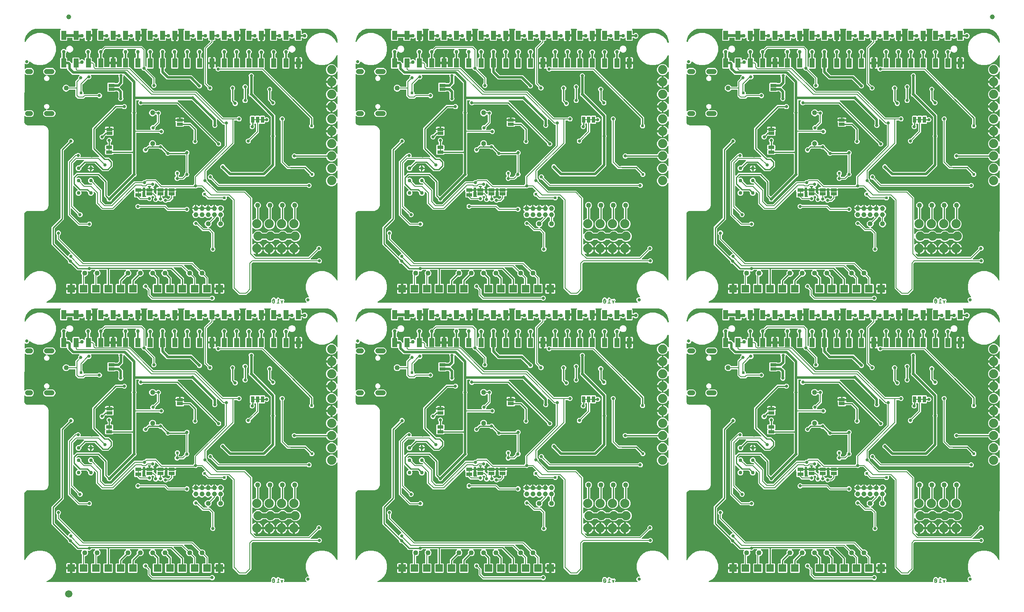
<source format=gbl>
G04 EAGLE Gerber RS-274X export*
G75*
%MOMM*%
%FSLAX34Y34*%
%LPD*%
%INBottom Copper*%
%IPPOS*%
%AMOC8*
5,1,8,0,0,1.08239X$1,22.5*%
G01*
%ADD10C,0.203200*%
%ADD11C,1.000000*%
%ADD12R,1.270000X0.635000*%
%ADD13R,0.635000X1.270000*%
%ADD14R,0.406400X0.254000*%
%ADD15C,1.016000*%
%ADD16C,0.635000*%
%ADD17R,0.254000X0.406400*%
%ADD18C,1.879600*%
%ADD19R,1.524000X1.524000*%
%ADD20C,0.762000*%
%ADD21C,1.000000*%
%ADD22R,1.020000X1.870000*%
%ADD23C,1.500000*%
%ADD24C,0.304800*%
%ADD25C,0.254000*%
%ADD26C,1.016000*%
%ADD27C,0.508000*%
%ADD28C,0.604000*%
%ADD29C,0.609600*%
%ADD30C,0.609600*%

G36*
X488732Y1128831D02*
X488732Y1128831D01*
X488613Y1128823D01*
X488575Y1128811D01*
X488535Y1128806D01*
X488424Y1128762D01*
X488311Y1128725D01*
X488276Y1128704D01*
X488239Y1128689D01*
X488143Y1128619D01*
X488042Y1128555D01*
X488014Y1128526D01*
X487981Y1128502D01*
X487906Y1128410D01*
X487824Y1128324D01*
X487804Y1128288D01*
X487779Y1128257D01*
X487728Y1128149D01*
X487670Y1128045D01*
X487660Y1128006D01*
X487643Y1127969D01*
X487621Y1127853D01*
X487591Y1127737D01*
X487587Y1127677D01*
X487583Y1127657D01*
X487585Y1127637D01*
X487581Y1127576D01*
X487581Y1116956D01*
X484686Y1116956D01*
X484039Y1117129D01*
X483730Y1117308D01*
X483471Y1117457D01*
X483460Y1117463D01*
X482987Y1117937D01*
X482652Y1118516D01*
X482552Y1118890D01*
X482479Y1119162D01*
X482479Y1122615D01*
X482475Y1122644D01*
X482478Y1122673D01*
X482455Y1122784D01*
X482439Y1122896D01*
X482427Y1122923D01*
X482422Y1122952D01*
X482369Y1123053D01*
X482323Y1123156D01*
X482304Y1123178D01*
X482291Y1123204D01*
X482213Y1123286D01*
X482140Y1123373D01*
X482115Y1123389D01*
X482095Y1123410D01*
X481997Y1123468D01*
X481903Y1123530D01*
X481875Y1123539D01*
X481850Y1123554D01*
X481740Y1123582D01*
X481632Y1123616D01*
X481602Y1123617D01*
X481574Y1123624D01*
X481461Y1123621D01*
X481348Y1123624D01*
X481319Y1123616D01*
X481290Y1123615D01*
X481182Y1123580D01*
X481073Y1123552D01*
X481047Y1123537D01*
X481019Y1123528D01*
X480955Y1123482D01*
X480828Y1123406D01*
X480785Y1123361D01*
X480746Y1123333D01*
X480068Y1122654D01*
X477920Y1121765D01*
X475596Y1121765D01*
X473313Y1122710D01*
X473307Y1122714D01*
X473291Y1122719D01*
X473262Y1122732D01*
X473213Y1122744D01*
X473200Y1122748D01*
X473096Y1122788D01*
X473065Y1122791D01*
X473036Y1122800D01*
X472991Y1122801D01*
X472986Y1122803D01*
X472967Y1122802D01*
X472924Y1122803D01*
X472813Y1122813D01*
X472782Y1122807D01*
X472752Y1122808D01*
X472644Y1122779D01*
X472534Y1122758D01*
X472506Y1122743D01*
X472477Y1122736D01*
X472381Y1122679D01*
X472281Y1122627D01*
X472259Y1122606D01*
X472232Y1122590D01*
X472156Y1122509D01*
X472074Y1122432D01*
X472059Y1122406D01*
X472038Y1122383D01*
X471987Y1122284D01*
X471930Y1122187D01*
X471922Y1122157D01*
X471908Y1122130D01*
X471899Y1122078D01*
X471897Y1122072D01*
X471893Y1122044D01*
X471859Y1121912D01*
X471861Y1121848D01*
X471853Y1121799D01*
X471853Y1118655D01*
X470662Y1117464D01*
X458778Y1117464D01*
X457587Y1118655D01*
X457587Y1139039D01*
X458672Y1140124D01*
X458690Y1140147D01*
X458712Y1140166D01*
X458775Y1140261D01*
X458843Y1140351D01*
X458854Y1140378D01*
X458870Y1140403D01*
X458904Y1140511D01*
X458945Y1140617D01*
X458947Y1140646D01*
X458956Y1140674D01*
X458959Y1140787D01*
X458968Y1140900D01*
X458962Y1140929D01*
X458963Y1140958D01*
X458934Y1141068D01*
X458912Y1141179D01*
X458899Y1141205D01*
X458891Y1141233D01*
X458833Y1141330D01*
X458781Y1141431D01*
X458761Y1141452D01*
X458746Y1141477D01*
X458663Y1141555D01*
X458585Y1141637D01*
X458560Y1141652D01*
X458539Y1141672D01*
X458438Y1141724D01*
X458340Y1141781D01*
X458312Y1141788D01*
X458286Y1141801D01*
X458208Y1141814D01*
X458065Y1141851D01*
X458002Y1141849D01*
X457955Y1141857D01*
X446804Y1141857D01*
X446775Y1141853D01*
X446746Y1141855D01*
X446635Y1141833D01*
X446522Y1141817D01*
X446496Y1141805D01*
X446467Y1141799D01*
X446366Y1141747D01*
X446263Y1141701D01*
X446241Y1141682D01*
X446215Y1141668D01*
X446132Y1141590D01*
X446046Y1141517D01*
X446030Y1141493D01*
X446008Y1141473D01*
X445951Y1141375D01*
X445888Y1141280D01*
X445880Y1141252D01*
X445865Y1141227D01*
X445837Y1141118D01*
X445803Y1141009D01*
X445802Y1140980D01*
X445795Y1140952D01*
X445798Y1140839D01*
X445795Y1140725D01*
X445803Y1140697D01*
X445804Y1140668D01*
X445839Y1140560D01*
X445867Y1140450D01*
X445882Y1140425D01*
X445891Y1140397D01*
X445937Y1140333D01*
X446012Y1140206D01*
X446058Y1140163D01*
X446086Y1140124D01*
X446453Y1139757D01*
X446788Y1139177D01*
X446961Y1138531D01*
X446961Y1131386D01*
X440590Y1131386D01*
X440472Y1131371D01*
X440353Y1131363D01*
X440315Y1131351D01*
X440275Y1131346D01*
X440164Y1131302D01*
X440051Y1131265D01*
X440016Y1131244D01*
X439979Y1131229D01*
X439883Y1131159D01*
X439782Y1131095D01*
X439754Y1131066D01*
X439722Y1131042D01*
X439646Y1130950D01*
X439564Y1130864D01*
X439545Y1130828D01*
X439519Y1130797D01*
X439468Y1130689D01*
X439411Y1130585D01*
X439400Y1130546D01*
X439383Y1130509D01*
X439361Y1130393D01*
X439331Y1130277D01*
X439327Y1130217D01*
X439323Y1130197D01*
X439325Y1130177D01*
X439321Y1130117D01*
X439321Y1128846D01*
X438050Y1128846D01*
X437932Y1128831D01*
X437813Y1128823D01*
X437775Y1128811D01*
X437735Y1128806D01*
X437624Y1128762D01*
X437511Y1128725D01*
X437476Y1128704D01*
X437439Y1128689D01*
X437343Y1128619D01*
X437242Y1128555D01*
X437214Y1128526D01*
X437181Y1128502D01*
X437106Y1128410D01*
X437024Y1128324D01*
X437004Y1128288D01*
X436979Y1128257D01*
X436928Y1128149D01*
X436870Y1128045D01*
X436860Y1128006D01*
X436843Y1127969D01*
X436821Y1127853D01*
X436791Y1127737D01*
X436787Y1127677D01*
X436783Y1127657D01*
X436785Y1127637D01*
X436781Y1127576D01*
X436781Y1116956D01*
X433886Y1116956D01*
X433239Y1117129D01*
X432930Y1117308D01*
X432671Y1117457D01*
X432660Y1117463D01*
X432187Y1117937D01*
X431852Y1118516D01*
X431752Y1118890D01*
X431679Y1119162D01*
X431679Y1122361D01*
X431675Y1122390D01*
X431678Y1122419D01*
X431655Y1122530D01*
X431639Y1122642D01*
X431627Y1122669D01*
X431622Y1122698D01*
X431569Y1122799D01*
X431523Y1122902D01*
X431504Y1122924D01*
X431491Y1122950D01*
X431413Y1123032D01*
X431340Y1123119D01*
X431315Y1123135D01*
X431295Y1123156D01*
X431197Y1123214D01*
X431103Y1123276D01*
X431075Y1123285D01*
X431050Y1123300D01*
X430940Y1123328D01*
X430832Y1123362D01*
X430802Y1123363D01*
X430774Y1123370D01*
X430661Y1123367D01*
X430548Y1123370D01*
X430519Y1123362D01*
X430490Y1123361D01*
X430382Y1123326D01*
X430273Y1123298D01*
X430247Y1123283D01*
X430219Y1123274D01*
X430155Y1123228D01*
X430028Y1123152D01*
X429985Y1123107D01*
X429946Y1123079D01*
X429522Y1122654D01*
X427374Y1121765D01*
X425050Y1121765D01*
X422902Y1122654D01*
X422786Y1122771D01*
X422762Y1122788D01*
X422743Y1122811D01*
X422649Y1122874D01*
X422559Y1122942D01*
X422531Y1122952D01*
X422507Y1122968D01*
X422399Y1123003D01*
X422293Y1123043D01*
X422264Y1123045D01*
X422236Y1123054D01*
X422123Y1123057D01*
X422010Y1123067D01*
X421981Y1123061D01*
X421952Y1123062D01*
X421842Y1123033D01*
X421731Y1123011D01*
X421705Y1122997D01*
X421677Y1122990D01*
X421579Y1122932D01*
X421479Y1122880D01*
X421457Y1122859D01*
X421432Y1122844D01*
X421355Y1122762D01*
X421273Y1122684D01*
X421258Y1122659D01*
X421238Y1122637D01*
X421186Y1122537D01*
X421129Y1122439D01*
X421122Y1122410D01*
X421108Y1122384D01*
X421095Y1122307D01*
X421059Y1122163D01*
X421061Y1122101D01*
X421053Y1122053D01*
X421053Y1118655D01*
X419862Y1117464D01*
X407978Y1117464D01*
X406787Y1118655D01*
X406787Y1122615D01*
X406783Y1122644D01*
X406786Y1122673D01*
X406763Y1122784D01*
X406747Y1122896D01*
X406735Y1122923D01*
X406730Y1122952D01*
X406677Y1123053D01*
X406631Y1123156D01*
X406612Y1123178D01*
X406599Y1123204D01*
X406521Y1123286D01*
X406448Y1123373D01*
X406423Y1123389D01*
X406403Y1123410D01*
X406305Y1123468D01*
X406211Y1123530D01*
X406183Y1123539D01*
X406158Y1123554D01*
X406048Y1123582D01*
X405940Y1123616D01*
X405910Y1123617D01*
X405882Y1123624D01*
X405769Y1123621D01*
X405656Y1123624D01*
X405627Y1123616D01*
X405598Y1123615D01*
X405490Y1123580D01*
X405381Y1123552D01*
X405355Y1123537D01*
X405327Y1123528D01*
X405263Y1123482D01*
X405136Y1123406D01*
X405093Y1123361D01*
X405054Y1123333D01*
X404376Y1122654D01*
X402228Y1121765D01*
X399904Y1121765D01*
X397756Y1122654D01*
X397386Y1123025D01*
X397362Y1123043D01*
X397343Y1123065D01*
X397249Y1123128D01*
X397159Y1123196D01*
X397131Y1123206D01*
X397107Y1123222D01*
X396999Y1123257D01*
X396893Y1123297D01*
X396864Y1123299D01*
X396836Y1123308D01*
X396723Y1123311D01*
X396610Y1123321D01*
X396581Y1123315D01*
X396552Y1123316D01*
X396442Y1123287D01*
X396331Y1123265D01*
X396305Y1123251D01*
X396277Y1123244D01*
X396179Y1123186D01*
X396079Y1123134D01*
X396057Y1123113D01*
X396032Y1123098D01*
X395955Y1123016D01*
X395873Y1122938D01*
X395858Y1122913D01*
X395838Y1122891D01*
X395786Y1122790D01*
X395729Y1122693D01*
X395722Y1122664D01*
X395708Y1122638D01*
X395695Y1122561D01*
X395659Y1122417D01*
X395661Y1122355D01*
X395653Y1122307D01*
X395653Y1118655D01*
X394462Y1117464D01*
X392584Y1117464D01*
X392526Y1117456D01*
X392468Y1117457D01*
X392386Y1117436D01*
X392302Y1117424D01*
X392249Y1117400D01*
X392193Y1117385D01*
X392120Y1117342D01*
X392043Y1117308D01*
X391998Y1117270D01*
X391948Y1117240D01*
X391890Y1117179D01*
X391826Y1117124D01*
X391794Y1117075D01*
X391754Y1117033D01*
X391715Y1116958D01*
X391668Y1116887D01*
X391651Y1116832D01*
X391624Y1116780D01*
X391613Y1116712D01*
X391583Y1116616D01*
X391580Y1116517D01*
X391569Y1116449D01*
X391569Y1113545D01*
X379139Y1101115D01*
X379087Y1101045D01*
X379027Y1100981D01*
X379001Y1100932D01*
X378968Y1100888D01*
X378937Y1100806D01*
X378897Y1100728D01*
X378889Y1100681D01*
X378867Y1100622D01*
X378855Y1100475D01*
X378842Y1100397D01*
X378842Y1030815D01*
X378854Y1030728D01*
X378857Y1030641D01*
X378874Y1030588D01*
X378882Y1030534D01*
X378917Y1030454D01*
X378944Y1030371D01*
X378972Y1030331D01*
X378998Y1030274D01*
X379094Y1030161D01*
X379139Y1030097D01*
X383591Y1025645D01*
X383661Y1025593D01*
X383725Y1025533D01*
X383774Y1025508D01*
X383818Y1025474D01*
X383900Y1025443D01*
X383978Y1025403D01*
X384025Y1025395D01*
X384084Y1025373D01*
X384232Y1025361D01*
X384309Y1025348D01*
X385820Y1025348D01*
X387735Y1024555D01*
X389200Y1023090D01*
X389992Y1021176D01*
X389992Y1019104D01*
X389200Y1017190D01*
X387735Y1015725D01*
X385820Y1014932D01*
X383749Y1014932D01*
X381835Y1015725D01*
X380370Y1017190D01*
X379577Y1019104D01*
X379577Y1020616D01*
X379565Y1020702D01*
X379562Y1020790D01*
X379545Y1020843D01*
X379537Y1020897D01*
X379501Y1020977D01*
X379474Y1021060D01*
X379446Y1021100D01*
X379421Y1021157D01*
X379325Y1021270D01*
X379280Y1021334D01*
X374828Y1025786D01*
X374827Y1025786D01*
X372744Y1027869D01*
X372744Y1103343D01*
X385132Y1115731D01*
X385149Y1115754D01*
X385172Y1115773D01*
X385234Y1115867D01*
X385302Y1115958D01*
X385313Y1115985D01*
X385329Y1116010D01*
X385363Y1116118D01*
X385404Y1116224D01*
X385406Y1116253D01*
X385415Y1116281D01*
X385418Y1116394D01*
X385427Y1116507D01*
X385422Y1116536D01*
X385422Y1116565D01*
X385394Y1116675D01*
X385371Y1116786D01*
X385358Y1116812D01*
X385350Y1116840D01*
X385293Y1116937D01*
X385240Y1117038D01*
X385220Y1117059D01*
X385205Y1117084D01*
X385123Y1117162D01*
X385045Y1117244D01*
X385019Y1117259D01*
X384998Y1117279D01*
X384897Y1117331D01*
X384799Y1117388D01*
X384771Y1117395D01*
X384745Y1117408D01*
X384667Y1117421D01*
X384524Y1117458D01*
X384461Y1117456D01*
X384414Y1117464D01*
X382578Y1117464D01*
X381387Y1118655D01*
X381387Y1122615D01*
X381383Y1122644D01*
X381386Y1122673D01*
X381363Y1122784D01*
X381347Y1122896D01*
X381335Y1122923D01*
X381330Y1122952D01*
X381277Y1123053D01*
X381231Y1123156D01*
X381212Y1123178D01*
X381199Y1123204D01*
X381121Y1123286D01*
X381048Y1123373D01*
X381023Y1123389D01*
X381003Y1123410D01*
X380905Y1123468D01*
X380811Y1123530D01*
X380783Y1123539D01*
X380758Y1123554D01*
X380648Y1123582D01*
X380540Y1123616D01*
X380510Y1123617D01*
X380482Y1123624D01*
X380369Y1123621D01*
X380256Y1123624D01*
X380227Y1123616D01*
X380198Y1123615D01*
X380090Y1123580D01*
X379981Y1123552D01*
X379955Y1123537D01*
X379927Y1123528D01*
X379863Y1123482D01*
X379736Y1123406D01*
X379693Y1123361D01*
X379654Y1123333D01*
X378976Y1122654D01*
X376828Y1121765D01*
X374504Y1121765D01*
X372356Y1122654D01*
X371986Y1123025D01*
X371962Y1123043D01*
X371943Y1123065D01*
X371849Y1123128D01*
X371759Y1123196D01*
X371731Y1123206D01*
X371707Y1123222D01*
X371599Y1123257D01*
X371493Y1123297D01*
X371464Y1123299D01*
X371436Y1123308D01*
X371323Y1123311D01*
X371210Y1123321D01*
X371181Y1123315D01*
X371152Y1123316D01*
X371042Y1123287D01*
X370931Y1123265D01*
X370905Y1123251D01*
X370877Y1123244D01*
X370779Y1123186D01*
X370679Y1123134D01*
X370657Y1123113D01*
X370632Y1123098D01*
X370555Y1123016D01*
X370473Y1122938D01*
X370458Y1122913D01*
X370438Y1122891D01*
X370386Y1122790D01*
X370329Y1122693D01*
X370322Y1122664D01*
X370308Y1122638D01*
X370295Y1122561D01*
X370259Y1122417D01*
X370261Y1122355D01*
X370253Y1122307D01*
X370253Y1118655D01*
X369062Y1117464D01*
X357178Y1117464D01*
X355987Y1118655D01*
X355987Y1122615D01*
X355983Y1122644D01*
X355986Y1122673D01*
X355963Y1122784D01*
X355947Y1122896D01*
X355935Y1122923D01*
X355930Y1122952D01*
X355877Y1123053D01*
X355831Y1123156D01*
X355812Y1123178D01*
X355799Y1123204D01*
X355721Y1123286D01*
X355648Y1123373D01*
X355623Y1123389D01*
X355603Y1123410D01*
X355505Y1123468D01*
X355411Y1123530D01*
X355383Y1123539D01*
X355358Y1123554D01*
X355248Y1123582D01*
X355140Y1123616D01*
X355110Y1123617D01*
X355082Y1123624D01*
X354969Y1123621D01*
X354856Y1123624D01*
X354827Y1123616D01*
X354798Y1123615D01*
X354690Y1123580D01*
X354581Y1123552D01*
X354555Y1123537D01*
X354527Y1123528D01*
X354463Y1123482D01*
X354336Y1123406D01*
X354293Y1123361D01*
X354254Y1123333D01*
X353576Y1122654D01*
X351428Y1121765D01*
X349104Y1121765D01*
X346956Y1122654D01*
X346586Y1123025D01*
X346562Y1123043D01*
X346543Y1123065D01*
X346449Y1123128D01*
X346359Y1123196D01*
X346331Y1123206D01*
X346307Y1123222D01*
X346199Y1123257D01*
X346093Y1123297D01*
X346064Y1123299D01*
X346036Y1123308D01*
X345923Y1123311D01*
X345810Y1123321D01*
X345781Y1123315D01*
X345752Y1123316D01*
X345642Y1123287D01*
X345531Y1123265D01*
X345505Y1123251D01*
X345477Y1123244D01*
X345379Y1123186D01*
X345279Y1123134D01*
X345257Y1123113D01*
X345232Y1123098D01*
X345155Y1123016D01*
X345073Y1122938D01*
X345058Y1122913D01*
X345038Y1122891D01*
X344986Y1122790D01*
X344929Y1122693D01*
X344922Y1122664D01*
X344908Y1122638D01*
X344895Y1122561D01*
X344859Y1122417D01*
X344861Y1122355D01*
X344853Y1122307D01*
X344853Y1118655D01*
X343662Y1117464D01*
X331778Y1117464D01*
X330587Y1118655D01*
X330587Y1139039D01*
X331672Y1140124D01*
X331690Y1140147D01*
X331712Y1140166D01*
X331775Y1140261D01*
X331843Y1140351D01*
X331854Y1140378D01*
X331870Y1140403D01*
X331904Y1140511D01*
X331945Y1140617D01*
X331947Y1140646D01*
X331956Y1140674D01*
X331959Y1140787D01*
X331968Y1140900D01*
X331962Y1140929D01*
X331963Y1140958D01*
X331934Y1141068D01*
X331912Y1141179D01*
X331899Y1141205D01*
X331891Y1141233D01*
X331833Y1141330D01*
X331781Y1141431D01*
X331761Y1141452D01*
X331746Y1141477D01*
X331663Y1141555D01*
X331585Y1141637D01*
X331560Y1141652D01*
X331539Y1141672D01*
X331438Y1141724D01*
X331340Y1141781D01*
X331312Y1141788D01*
X331286Y1141801D01*
X331208Y1141814D01*
X331065Y1141851D01*
X331002Y1141849D01*
X330955Y1141857D01*
X319804Y1141857D01*
X319775Y1141853D01*
X319746Y1141855D01*
X319635Y1141833D01*
X319522Y1141817D01*
X319496Y1141805D01*
X319467Y1141799D01*
X319366Y1141747D01*
X319263Y1141701D01*
X319241Y1141682D01*
X319215Y1141668D01*
X319132Y1141590D01*
X319046Y1141517D01*
X319030Y1141493D01*
X319008Y1141473D01*
X318951Y1141375D01*
X318888Y1141280D01*
X318880Y1141252D01*
X318865Y1141227D01*
X318837Y1141118D01*
X318803Y1141009D01*
X318802Y1140980D01*
X318795Y1140952D01*
X318798Y1140839D01*
X318795Y1140725D01*
X318803Y1140697D01*
X318804Y1140668D01*
X318839Y1140560D01*
X318867Y1140450D01*
X318882Y1140425D01*
X318891Y1140397D01*
X318937Y1140333D01*
X319012Y1140206D01*
X319058Y1140163D01*
X319086Y1140124D01*
X319453Y1139757D01*
X319788Y1139177D01*
X319961Y1138531D01*
X319961Y1131386D01*
X313590Y1131386D01*
X313472Y1131371D01*
X313353Y1131363D01*
X313315Y1131351D01*
X313275Y1131346D01*
X313164Y1131302D01*
X313051Y1131265D01*
X313016Y1131244D01*
X312979Y1131229D01*
X312883Y1131159D01*
X312782Y1131095D01*
X312754Y1131066D01*
X312722Y1131042D01*
X312646Y1130950D01*
X312564Y1130864D01*
X312545Y1130828D01*
X312519Y1130797D01*
X312468Y1130689D01*
X312411Y1130585D01*
X312400Y1130546D01*
X312383Y1130509D01*
X312361Y1130393D01*
X312331Y1130277D01*
X312327Y1130217D01*
X312323Y1130197D01*
X312325Y1130177D01*
X312321Y1130117D01*
X312321Y1128846D01*
X311050Y1128846D01*
X310932Y1128831D01*
X310813Y1128823D01*
X310775Y1128811D01*
X310735Y1128806D01*
X310624Y1128762D01*
X310511Y1128725D01*
X310476Y1128704D01*
X310439Y1128689D01*
X310343Y1128619D01*
X310242Y1128555D01*
X310214Y1128526D01*
X310181Y1128502D01*
X310106Y1128410D01*
X310024Y1128324D01*
X310004Y1128288D01*
X309979Y1128257D01*
X309928Y1128149D01*
X309870Y1128045D01*
X309860Y1128006D01*
X309843Y1127969D01*
X309821Y1127853D01*
X309791Y1127737D01*
X309787Y1127677D01*
X309783Y1127657D01*
X309785Y1127637D01*
X309781Y1127576D01*
X309781Y1116956D01*
X306886Y1116956D01*
X306239Y1117129D01*
X305930Y1117308D01*
X305671Y1117457D01*
X305660Y1117463D01*
X305187Y1117937D01*
X304852Y1118516D01*
X304752Y1118890D01*
X304679Y1119162D01*
X304679Y1122361D01*
X304675Y1122390D01*
X304678Y1122419D01*
X304655Y1122530D01*
X304639Y1122642D01*
X304627Y1122669D01*
X304622Y1122698D01*
X304569Y1122799D01*
X304523Y1122902D01*
X304504Y1122924D01*
X304491Y1122950D01*
X304413Y1123032D01*
X304340Y1123119D01*
X304315Y1123135D01*
X304295Y1123156D01*
X304197Y1123214D01*
X304103Y1123276D01*
X304075Y1123285D01*
X304050Y1123300D01*
X303940Y1123328D01*
X303832Y1123362D01*
X303802Y1123363D01*
X303774Y1123370D01*
X303661Y1123367D01*
X303548Y1123370D01*
X303519Y1123362D01*
X303490Y1123361D01*
X303382Y1123326D01*
X303273Y1123298D01*
X303247Y1123283D01*
X303219Y1123274D01*
X303155Y1123228D01*
X303028Y1123152D01*
X302985Y1123107D01*
X302946Y1123079D01*
X302522Y1122654D01*
X300374Y1121765D01*
X298050Y1121765D01*
X295902Y1122654D01*
X295786Y1122771D01*
X295762Y1122788D01*
X295743Y1122811D01*
X295649Y1122874D01*
X295559Y1122942D01*
X295531Y1122952D01*
X295507Y1122968D01*
X295399Y1123003D01*
X295293Y1123043D01*
X295264Y1123045D01*
X295236Y1123054D01*
X295123Y1123057D01*
X295010Y1123067D01*
X294981Y1123061D01*
X294952Y1123062D01*
X294842Y1123033D01*
X294731Y1123011D01*
X294705Y1122997D01*
X294677Y1122990D01*
X294579Y1122932D01*
X294479Y1122880D01*
X294457Y1122859D01*
X294432Y1122844D01*
X294355Y1122762D01*
X294273Y1122684D01*
X294258Y1122659D01*
X294238Y1122637D01*
X294186Y1122537D01*
X294129Y1122439D01*
X294122Y1122410D01*
X294108Y1122384D01*
X294095Y1122307D01*
X294059Y1122163D01*
X294061Y1122101D01*
X294053Y1122053D01*
X294053Y1118655D01*
X292862Y1117464D01*
X280978Y1117464D01*
X279787Y1118655D01*
X279787Y1122615D01*
X279783Y1122644D01*
X279786Y1122673D01*
X279763Y1122784D01*
X279747Y1122896D01*
X279735Y1122923D01*
X279730Y1122952D01*
X279677Y1123053D01*
X279631Y1123156D01*
X279612Y1123178D01*
X279599Y1123204D01*
X279521Y1123286D01*
X279448Y1123373D01*
X279423Y1123389D01*
X279403Y1123410D01*
X279305Y1123468D01*
X279211Y1123530D01*
X279183Y1123539D01*
X279158Y1123554D01*
X279048Y1123582D01*
X278940Y1123616D01*
X278910Y1123617D01*
X278882Y1123624D01*
X278769Y1123621D01*
X278656Y1123624D01*
X278627Y1123616D01*
X278598Y1123615D01*
X278490Y1123580D01*
X278381Y1123552D01*
X278355Y1123537D01*
X278327Y1123528D01*
X278263Y1123482D01*
X278136Y1123406D01*
X278093Y1123361D01*
X278054Y1123333D01*
X277376Y1122654D01*
X275228Y1121765D01*
X272904Y1121765D01*
X270756Y1122654D01*
X270386Y1123025D01*
X270362Y1123043D01*
X270343Y1123065D01*
X270249Y1123128D01*
X270159Y1123196D01*
X270131Y1123206D01*
X270107Y1123222D01*
X269999Y1123257D01*
X269893Y1123297D01*
X269864Y1123299D01*
X269836Y1123308D01*
X269723Y1123311D01*
X269610Y1123321D01*
X269581Y1123315D01*
X269552Y1123316D01*
X269442Y1123287D01*
X269331Y1123265D01*
X269305Y1123251D01*
X269277Y1123244D01*
X269179Y1123186D01*
X269079Y1123134D01*
X269057Y1123113D01*
X269032Y1123098D01*
X268955Y1123016D01*
X268873Y1122938D01*
X268858Y1122913D01*
X268838Y1122891D01*
X268786Y1122790D01*
X268729Y1122693D01*
X268722Y1122664D01*
X268708Y1122638D01*
X268695Y1122561D01*
X268659Y1122417D01*
X268661Y1122355D01*
X268653Y1122307D01*
X268653Y1118655D01*
X267462Y1117464D01*
X255578Y1117464D01*
X254387Y1118655D01*
X254387Y1139039D01*
X255472Y1140124D01*
X255490Y1140147D01*
X255512Y1140166D01*
X255575Y1140261D01*
X255643Y1140351D01*
X255654Y1140378D01*
X255670Y1140403D01*
X255704Y1140511D01*
X255745Y1140617D01*
X255747Y1140646D01*
X255756Y1140674D01*
X255759Y1140787D01*
X255768Y1140900D01*
X255762Y1140929D01*
X255763Y1140958D01*
X255734Y1141068D01*
X255712Y1141179D01*
X255699Y1141205D01*
X255691Y1141233D01*
X255633Y1141330D01*
X255581Y1141431D01*
X255561Y1141452D01*
X255546Y1141477D01*
X255463Y1141555D01*
X255385Y1141637D01*
X255360Y1141652D01*
X255339Y1141672D01*
X255238Y1141724D01*
X255140Y1141781D01*
X255112Y1141788D01*
X255086Y1141801D01*
X255008Y1141814D01*
X254865Y1141851D01*
X254802Y1141849D01*
X254755Y1141857D01*
X243604Y1141857D01*
X243575Y1141853D01*
X243546Y1141855D01*
X243435Y1141833D01*
X243322Y1141817D01*
X243296Y1141805D01*
X243267Y1141799D01*
X243166Y1141747D01*
X243063Y1141701D01*
X243041Y1141682D01*
X243015Y1141668D01*
X242932Y1141590D01*
X242846Y1141517D01*
X242830Y1141493D01*
X242808Y1141473D01*
X242751Y1141375D01*
X242688Y1141280D01*
X242680Y1141252D01*
X242665Y1141227D01*
X242637Y1141118D01*
X242603Y1141009D01*
X242602Y1140980D01*
X242595Y1140952D01*
X242598Y1140839D01*
X242595Y1140725D01*
X242603Y1140697D01*
X242604Y1140668D01*
X242639Y1140560D01*
X242667Y1140450D01*
X242682Y1140425D01*
X242691Y1140397D01*
X242737Y1140333D01*
X242812Y1140206D01*
X242858Y1140163D01*
X242886Y1140124D01*
X243253Y1139757D01*
X243588Y1139177D01*
X243761Y1138531D01*
X243761Y1131386D01*
X237390Y1131386D01*
X237272Y1131371D01*
X237153Y1131363D01*
X237115Y1131351D01*
X237075Y1131346D01*
X236964Y1131302D01*
X236851Y1131265D01*
X236816Y1131244D01*
X236779Y1131229D01*
X236683Y1131159D01*
X236582Y1131095D01*
X236554Y1131066D01*
X236522Y1131042D01*
X236446Y1130950D01*
X236364Y1130864D01*
X236345Y1130828D01*
X236319Y1130797D01*
X236268Y1130689D01*
X236211Y1130585D01*
X236200Y1130546D01*
X236183Y1130509D01*
X236161Y1130393D01*
X236131Y1130277D01*
X236127Y1130217D01*
X236123Y1130197D01*
X236125Y1130177D01*
X236121Y1130117D01*
X236121Y1128846D01*
X234850Y1128846D01*
X234732Y1128831D01*
X234613Y1128823D01*
X234575Y1128811D01*
X234535Y1128806D01*
X234424Y1128762D01*
X234311Y1128725D01*
X234276Y1128704D01*
X234239Y1128689D01*
X234143Y1128619D01*
X234042Y1128555D01*
X234014Y1128526D01*
X233981Y1128502D01*
X233906Y1128410D01*
X233824Y1128324D01*
X233804Y1128288D01*
X233779Y1128257D01*
X233728Y1128149D01*
X233670Y1128045D01*
X233660Y1128006D01*
X233643Y1127969D01*
X233621Y1127853D01*
X233591Y1127737D01*
X233587Y1127677D01*
X233583Y1127657D01*
X233585Y1127637D01*
X233581Y1127576D01*
X233581Y1116956D01*
X230686Y1116956D01*
X230039Y1117129D01*
X229730Y1117308D01*
X229471Y1117457D01*
X229460Y1117463D01*
X228987Y1117937D01*
X228652Y1118516D01*
X228552Y1118890D01*
X228479Y1119162D01*
X228479Y1122361D01*
X228475Y1122390D01*
X228478Y1122419D01*
X228455Y1122530D01*
X228439Y1122642D01*
X228427Y1122669D01*
X228422Y1122698D01*
X228369Y1122799D01*
X228323Y1122902D01*
X228304Y1122924D01*
X228291Y1122950D01*
X228213Y1123032D01*
X228140Y1123119D01*
X228115Y1123135D01*
X228095Y1123156D01*
X227997Y1123214D01*
X227903Y1123276D01*
X227875Y1123285D01*
X227850Y1123300D01*
X227740Y1123328D01*
X227632Y1123362D01*
X227602Y1123363D01*
X227574Y1123370D01*
X227461Y1123367D01*
X227348Y1123370D01*
X227319Y1123362D01*
X227290Y1123361D01*
X227182Y1123326D01*
X227073Y1123298D01*
X227047Y1123283D01*
X227019Y1123274D01*
X226955Y1123228D01*
X226828Y1123152D01*
X226785Y1123107D01*
X226746Y1123079D01*
X226322Y1122654D01*
X224174Y1121765D01*
X221850Y1121765D01*
X219702Y1122654D01*
X219586Y1122771D01*
X219562Y1122788D01*
X219543Y1122811D01*
X219449Y1122874D01*
X219359Y1122942D01*
X219331Y1122952D01*
X219307Y1122968D01*
X219199Y1123003D01*
X219093Y1123043D01*
X219064Y1123045D01*
X219036Y1123054D01*
X218923Y1123057D01*
X218810Y1123067D01*
X218781Y1123061D01*
X218752Y1123062D01*
X218642Y1123033D01*
X218531Y1123011D01*
X218505Y1122997D01*
X218477Y1122990D01*
X218379Y1122932D01*
X218279Y1122880D01*
X218257Y1122859D01*
X218232Y1122844D01*
X218155Y1122762D01*
X218073Y1122684D01*
X218058Y1122659D01*
X218038Y1122637D01*
X217986Y1122537D01*
X217929Y1122439D01*
X217922Y1122410D01*
X217908Y1122384D01*
X217895Y1122307D01*
X217859Y1122163D01*
X217861Y1122101D01*
X217853Y1122053D01*
X217853Y1118655D01*
X216662Y1117464D01*
X204778Y1117464D01*
X203587Y1118655D01*
X203587Y1122615D01*
X203583Y1122644D01*
X203586Y1122673D01*
X203563Y1122784D01*
X203547Y1122896D01*
X203535Y1122923D01*
X203530Y1122952D01*
X203477Y1123053D01*
X203431Y1123156D01*
X203412Y1123178D01*
X203399Y1123204D01*
X203321Y1123286D01*
X203248Y1123373D01*
X203223Y1123389D01*
X203203Y1123410D01*
X203105Y1123468D01*
X203011Y1123530D01*
X202983Y1123539D01*
X202958Y1123554D01*
X202848Y1123582D01*
X202740Y1123616D01*
X202710Y1123617D01*
X202682Y1123624D01*
X202569Y1123621D01*
X202456Y1123624D01*
X202427Y1123616D01*
X202398Y1123615D01*
X202290Y1123580D01*
X202181Y1123552D01*
X202155Y1123537D01*
X202127Y1123528D01*
X202063Y1123482D01*
X201936Y1123406D01*
X201893Y1123361D01*
X201854Y1123333D01*
X201176Y1122654D01*
X199028Y1121765D01*
X196704Y1121765D01*
X194556Y1122654D01*
X194186Y1123025D01*
X194162Y1123043D01*
X194143Y1123065D01*
X194049Y1123128D01*
X193959Y1123196D01*
X193931Y1123206D01*
X193907Y1123222D01*
X193799Y1123257D01*
X193693Y1123297D01*
X193664Y1123299D01*
X193636Y1123308D01*
X193523Y1123311D01*
X193410Y1123321D01*
X193381Y1123315D01*
X193352Y1123316D01*
X193242Y1123287D01*
X193131Y1123265D01*
X193105Y1123251D01*
X193077Y1123244D01*
X192979Y1123186D01*
X192879Y1123134D01*
X192857Y1123113D01*
X192832Y1123098D01*
X192755Y1123016D01*
X192673Y1122938D01*
X192658Y1122913D01*
X192638Y1122891D01*
X192586Y1122790D01*
X192529Y1122693D01*
X192522Y1122664D01*
X192508Y1122638D01*
X192495Y1122561D01*
X192459Y1122417D01*
X192461Y1122355D01*
X192453Y1122307D01*
X192453Y1118655D01*
X191262Y1117464D01*
X179378Y1117464D01*
X178187Y1118655D01*
X178187Y1123123D01*
X178183Y1123152D01*
X178186Y1123181D01*
X178163Y1123292D01*
X178147Y1123404D01*
X178135Y1123431D01*
X178130Y1123460D01*
X178077Y1123561D01*
X178031Y1123664D01*
X178012Y1123686D01*
X177999Y1123712D01*
X177921Y1123794D01*
X177848Y1123881D01*
X177823Y1123897D01*
X177803Y1123918D01*
X177705Y1123976D01*
X177611Y1124038D01*
X177583Y1124047D01*
X177558Y1124062D01*
X177448Y1124090D01*
X177340Y1124124D01*
X177310Y1124125D01*
X177282Y1124132D01*
X177169Y1124129D01*
X177056Y1124132D01*
X177027Y1124124D01*
X176998Y1124123D01*
X176890Y1124088D01*
X176781Y1124060D01*
X176755Y1124045D01*
X176727Y1124036D01*
X176663Y1123990D01*
X176536Y1123914D01*
X176493Y1123869D01*
X176454Y1123841D01*
X175268Y1122654D01*
X173120Y1121765D01*
X170796Y1121765D01*
X168513Y1122710D01*
X168507Y1122714D01*
X168491Y1122719D01*
X168462Y1122732D01*
X168413Y1122744D01*
X168400Y1122748D01*
X168296Y1122788D01*
X168265Y1122791D01*
X168236Y1122800D01*
X168191Y1122801D01*
X168186Y1122803D01*
X168167Y1122802D01*
X168124Y1122803D01*
X168013Y1122813D01*
X167982Y1122807D01*
X167952Y1122808D01*
X167844Y1122779D01*
X167734Y1122758D01*
X167706Y1122743D01*
X167677Y1122736D01*
X167581Y1122679D01*
X167481Y1122627D01*
X167459Y1122606D01*
X167432Y1122590D01*
X167356Y1122509D01*
X167274Y1122432D01*
X167259Y1122406D01*
X167238Y1122383D01*
X167187Y1122284D01*
X167130Y1122187D01*
X167122Y1122157D01*
X167108Y1122130D01*
X167099Y1122078D01*
X167097Y1122072D01*
X167093Y1122044D01*
X167059Y1121912D01*
X167061Y1121848D01*
X167053Y1121799D01*
X167053Y1118655D01*
X165862Y1117464D01*
X153978Y1117464D01*
X152787Y1118655D01*
X152787Y1139039D01*
X153872Y1140124D01*
X153890Y1140147D01*
X153912Y1140166D01*
X153975Y1140261D01*
X154043Y1140351D01*
X154054Y1140378D01*
X154070Y1140403D01*
X154104Y1140511D01*
X154145Y1140617D01*
X154147Y1140646D01*
X154156Y1140674D01*
X154159Y1140787D01*
X154168Y1140900D01*
X154162Y1140929D01*
X154163Y1140958D01*
X154134Y1141068D01*
X154112Y1141179D01*
X154099Y1141205D01*
X154091Y1141233D01*
X154033Y1141330D01*
X153981Y1141431D01*
X153961Y1141452D01*
X153946Y1141477D01*
X153863Y1141555D01*
X153785Y1141637D01*
X153760Y1141652D01*
X153739Y1141672D01*
X153638Y1141724D01*
X153540Y1141781D01*
X153512Y1141788D01*
X153486Y1141801D01*
X153408Y1141814D01*
X153265Y1141851D01*
X153202Y1141849D01*
X153155Y1141857D01*
X142004Y1141857D01*
X141975Y1141853D01*
X141946Y1141855D01*
X141835Y1141833D01*
X141722Y1141817D01*
X141696Y1141805D01*
X141667Y1141799D01*
X141566Y1141747D01*
X141463Y1141701D01*
X141441Y1141682D01*
X141415Y1141668D01*
X141332Y1141590D01*
X141246Y1141517D01*
X141230Y1141493D01*
X141208Y1141473D01*
X141151Y1141375D01*
X141088Y1141280D01*
X141080Y1141252D01*
X141065Y1141227D01*
X141037Y1141118D01*
X141003Y1141009D01*
X141002Y1140980D01*
X140995Y1140952D01*
X140998Y1140839D01*
X140995Y1140725D01*
X141003Y1140697D01*
X141004Y1140668D01*
X141039Y1140560D01*
X141067Y1140450D01*
X141082Y1140425D01*
X141091Y1140397D01*
X141137Y1140333D01*
X141212Y1140206D01*
X141258Y1140163D01*
X141286Y1140124D01*
X141653Y1139757D01*
X141988Y1139177D01*
X142161Y1138531D01*
X142161Y1131386D01*
X135790Y1131386D01*
X135672Y1131371D01*
X135553Y1131363D01*
X135515Y1131351D01*
X135475Y1131346D01*
X135364Y1131302D01*
X135251Y1131265D01*
X135216Y1131244D01*
X135179Y1131229D01*
X135083Y1131159D01*
X134982Y1131095D01*
X134954Y1131066D01*
X134922Y1131042D01*
X134846Y1130950D01*
X134764Y1130864D01*
X134745Y1130828D01*
X134719Y1130797D01*
X134668Y1130689D01*
X134611Y1130585D01*
X134600Y1130546D01*
X134583Y1130509D01*
X134561Y1130393D01*
X134531Y1130277D01*
X134527Y1130217D01*
X134523Y1130197D01*
X134525Y1130177D01*
X134521Y1130117D01*
X134521Y1128846D01*
X133250Y1128846D01*
X133132Y1128831D01*
X133013Y1128823D01*
X132975Y1128811D01*
X132935Y1128806D01*
X132824Y1128762D01*
X132711Y1128725D01*
X132676Y1128704D01*
X132639Y1128689D01*
X132543Y1128619D01*
X132442Y1128555D01*
X132414Y1128526D01*
X132381Y1128502D01*
X132306Y1128410D01*
X132224Y1128324D01*
X132204Y1128288D01*
X132179Y1128257D01*
X132128Y1128149D01*
X132070Y1128045D01*
X132060Y1128006D01*
X132043Y1127969D01*
X132021Y1127853D01*
X131991Y1127737D01*
X131987Y1127677D01*
X131983Y1127657D01*
X131985Y1127637D01*
X131981Y1127576D01*
X131981Y1116956D01*
X129086Y1116956D01*
X128439Y1117129D01*
X128130Y1117308D01*
X127871Y1117457D01*
X127860Y1117463D01*
X127387Y1117937D01*
X127052Y1118516D01*
X126952Y1118890D01*
X126879Y1119162D01*
X126879Y1122615D01*
X126875Y1122644D01*
X126878Y1122673D01*
X126855Y1122784D01*
X126839Y1122896D01*
X126827Y1122923D01*
X126822Y1122952D01*
X126769Y1123053D01*
X126723Y1123156D01*
X126704Y1123178D01*
X126691Y1123204D01*
X126613Y1123286D01*
X126540Y1123373D01*
X126515Y1123389D01*
X126495Y1123410D01*
X126397Y1123468D01*
X126303Y1123530D01*
X126275Y1123539D01*
X126250Y1123554D01*
X126140Y1123582D01*
X126032Y1123616D01*
X126002Y1123617D01*
X125974Y1123624D01*
X125861Y1123621D01*
X125748Y1123624D01*
X125719Y1123616D01*
X125690Y1123615D01*
X125582Y1123580D01*
X125473Y1123552D01*
X125447Y1123537D01*
X125419Y1123528D01*
X125355Y1123482D01*
X125228Y1123406D01*
X125185Y1123361D01*
X125146Y1123333D01*
X124468Y1122654D01*
X122320Y1121765D01*
X119996Y1121765D01*
X118343Y1122450D01*
X118313Y1122457D01*
X118285Y1122471D01*
X118208Y1122484D01*
X118067Y1122521D01*
X118003Y1122519D01*
X117954Y1122527D01*
X117268Y1122527D01*
X117210Y1122519D01*
X117152Y1122520D01*
X117070Y1122499D01*
X116986Y1122487D01*
X116933Y1122463D01*
X116877Y1122448D01*
X116804Y1122405D01*
X116727Y1122371D01*
X116682Y1122333D01*
X116632Y1122303D01*
X116574Y1122242D01*
X116510Y1122187D01*
X116478Y1122138D01*
X116438Y1122096D01*
X116399Y1122021D01*
X116352Y1121950D01*
X116335Y1121895D01*
X116308Y1121843D01*
X116297Y1121775D01*
X116267Y1121679D01*
X116264Y1121580D01*
X116253Y1121512D01*
X116253Y1118655D01*
X115062Y1117464D01*
X103178Y1117464D01*
X101987Y1118655D01*
X101987Y1122751D01*
X101979Y1122808D01*
X101981Y1122867D01*
X101959Y1122949D01*
X101947Y1123032D01*
X101924Y1123085D01*
X101909Y1123142D01*
X101866Y1123214D01*
X101831Y1123292D01*
X101793Y1123336D01*
X101764Y1123386D01*
X101702Y1123444D01*
X101648Y1123509D01*
X101599Y1123541D01*
X101556Y1123581D01*
X101481Y1123619D01*
X101411Y1123666D01*
X101355Y1123684D01*
X101303Y1123710D01*
X101235Y1123722D01*
X101140Y1123752D01*
X101040Y1123754D01*
X100972Y1123766D01*
X91868Y1123766D01*
X91810Y1123758D01*
X91752Y1123759D01*
X91670Y1123738D01*
X91586Y1123726D01*
X91533Y1123702D01*
X91477Y1123687D01*
X91404Y1123644D01*
X91327Y1123610D01*
X91282Y1123572D01*
X91232Y1123542D01*
X91174Y1123481D01*
X91110Y1123426D01*
X91078Y1123377D01*
X91038Y1123335D01*
X90999Y1123260D01*
X90952Y1123189D01*
X90935Y1123134D01*
X90908Y1123082D01*
X90897Y1123014D01*
X90867Y1122918D01*
X90864Y1122819D01*
X90853Y1122751D01*
X90853Y1118655D01*
X89662Y1117464D01*
X77778Y1117464D01*
X76587Y1118655D01*
X76587Y1139039D01*
X77672Y1140124D01*
X77690Y1140147D01*
X77712Y1140166D01*
X77775Y1140261D01*
X77843Y1140351D01*
X77854Y1140378D01*
X77870Y1140403D01*
X77904Y1140511D01*
X77945Y1140617D01*
X77947Y1140646D01*
X77956Y1140674D01*
X77959Y1140787D01*
X77968Y1140900D01*
X77962Y1140929D01*
X77963Y1140958D01*
X77934Y1141068D01*
X77912Y1141179D01*
X77899Y1141205D01*
X77891Y1141233D01*
X77833Y1141330D01*
X77781Y1141431D01*
X77761Y1141452D01*
X77746Y1141477D01*
X77663Y1141555D01*
X77585Y1141637D01*
X77560Y1141652D01*
X77539Y1141672D01*
X77438Y1141724D01*
X77340Y1141781D01*
X77312Y1141788D01*
X77286Y1141801D01*
X77208Y1141814D01*
X77065Y1141851D01*
X77002Y1141849D01*
X76955Y1141857D01*
X24848Y1141857D01*
X24567Y1141817D01*
X24550Y1141809D01*
X24534Y1141807D01*
X18420Y1139820D01*
X18164Y1139695D01*
X18150Y1139683D01*
X18137Y1139676D01*
X11572Y1134906D01*
X11367Y1134709D01*
X11358Y1134693D01*
X11347Y1134682D01*
X6577Y1128117D01*
X6535Y1128036D01*
X6483Y1127959D01*
X6468Y1127911D01*
X6444Y1127866D01*
X6440Y1127848D01*
X6433Y1127834D01*
X3926Y1120117D01*
X3898Y1119957D01*
X3879Y1119883D01*
X3565Y1115894D01*
X3569Y1115834D01*
X3563Y1115775D01*
X3578Y1115693D01*
X3583Y1115610D01*
X3603Y1115554D01*
X3613Y1115495D01*
X3650Y1115421D01*
X3678Y1115342D01*
X3713Y1115294D01*
X3740Y1115241D01*
X3796Y1115179D01*
X3844Y1115111D01*
X3891Y1115075D01*
X3931Y1115031D01*
X4003Y1114987D01*
X4068Y1114936D01*
X4123Y1114913D01*
X4174Y1114882D01*
X4254Y1114860D01*
X4331Y1114829D01*
X4391Y1114823D01*
X4448Y1114807D01*
X4531Y1114808D01*
X4614Y1114799D01*
X4673Y1114810D01*
X4732Y1114811D01*
X4812Y1114835D01*
X4894Y1114849D01*
X4947Y1114876D01*
X5004Y1114893D01*
X5074Y1114938D01*
X5149Y1114975D01*
X5193Y1115015D01*
X5243Y1115047D01*
X5287Y1115100D01*
X5359Y1115166D01*
X5412Y1115253D01*
X5457Y1115306D01*
X8567Y1120694D01*
X14717Y1126844D01*
X22250Y1131193D01*
X30651Y1133444D01*
X39349Y1133444D01*
X47750Y1131193D01*
X55283Y1126844D01*
X61433Y1120694D01*
X65782Y1113162D01*
X68033Y1104760D01*
X68033Y1096063D01*
X65782Y1087661D01*
X61433Y1080129D01*
X55283Y1073979D01*
X47750Y1069630D01*
X39349Y1067379D01*
X30651Y1067379D01*
X22250Y1069630D01*
X14717Y1073979D01*
X14692Y1074004D01*
X14601Y1074073D01*
X14513Y1074147D01*
X14487Y1074158D01*
X14465Y1074175D01*
X14358Y1074216D01*
X14253Y1074262D01*
X14225Y1074266D01*
X14200Y1074276D01*
X14085Y1074286D01*
X13971Y1074301D01*
X13944Y1074297D01*
X13916Y1074300D01*
X13804Y1074277D01*
X13690Y1074261D01*
X13665Y1074249D01*
X13638Y1074244D01*
X13535Y1074191D01*
X13431Y1074144D01*
X13410Y1074126D01*
X13385Y1074113D01*
X13302Y1074034D01*
X13214Y1073959D01*
X13201Y1073938D01*
X13179Y1073917D01*
X13044Y1073686D01*
X13036Y1073675D01*
X13035Y1073672D01*
X12172Y1071588D01*
X10707Y1070123D01*
X8793Y1069330D01*
X6721Y1069330D01*
X4817Y1070119D01*
X4708Y1070147D01*
X4600Y1070181D01*
X4571Y1070182D01*
X4542Y1070190D01*
X4429Y1070186D01*
X4316Y1070190D01*
X4287Y1070182D01*
X4258Y1070181D01*
X4150Y1070147D01*
X4040Y1070119D01*
X4015Y1070104D01*
X3987Y1070095D01*
X3893Y1070032D01*
X3796Y1069974D01*
X3775Y1069953D01*
X3751Y1069936D01*
X3678Y1069850D01*
X3600Y1069767D01*
X3587Y1069741D01*
X3568Y1069719D01*
X3522Y1069615D01*
X3470Y1069515D01*
X3466Y1069489D01*
X3453Y1069459D01*
X3418Y1069210D01*
X3414Y1069184D01*
X3387Y1060458D01*
X3391Y1060428D01*
X3389Y1060397D01*
X3410Y1060288D01*
X3426Y1060177D01*
X3438Y1060148D01*
X3444Y1060118D01*
X3496Y1060019D01*
X3541Y1059917D01*
X3561Y1059893D01*
X3575Y1059866D01*
X3652Y1059785D01*
X3724Y1059699D01*
X3750Y1059682D01*
X3771Y1059660D01*
X3868Y1059603D01*
X3960Y1059541D01*
X3990Y1059532D01*
X4016Y1059516D01*
X4125Y1059489D01*
X4231Y1059455D01*
X4262Y1059454D01*
X4292Y1059446D01*
X4404Y1059450D01*
X4515Y1059446D01*
X4545Y1059454D01*
X4576Y1059455D01*
X4682Y1059489D01*
X4791Y1059517D01*
X4817Y1059533D01*
X4847Y1059543D01*
X4910Y1059588D01*
X5035Y1059662D01*
X5080Y1059709D01*
X5120Y1059737D01*
X5566Y1060184D01*
X8151Y1061254D01*
X16949Y1061254D01*
X19534Y1060184D01*
X21512Y1058205D01*
X22583Y1055620D01*
X22583Y1052823D01*
X21512Y1050238D01*
X19534Y1048260D01*
X16949Y1047189D01*
X8151Y1047189D01*
X5566Y1048260D01*
X5082Y1048744D01*
X5060Y1048761D01*
X5042Y1048782D01*
X4946Y1048846D01*
X4855Y1048915D01*
X4829Y1048925D01*
X4806Y1048940D01*
X4696Y1048975D01*
X4589Y1049016D01*
X4561Y1049018D01*
X4535Y1049027D01*
X4420Y1049030D01*
X4306Y1049040D01*
X4278Y1049034D01*
X4251Y1049035D01*
X4139Y1049006D01*
X4027Y1048984D01*
X4002Y1048971D01*
X3975Y1048964D01*
X3876Y1048906D01*
X3775Y1048853D01*
X3755Y1048834D01*
X3731Y1048820D01*
X3652Y1048736D01*
X3568Y1048657D01*
X3554Y1048633D01*
X3535Y1048613D01*
X3483Y1048511D01*
X3425Y1048412D01*
X3418Y1048385D01*
X3405Y1048360D01*
X3392Y1048283D01*
X3355Y1048136D01*
X3357Y1048076D01*
X3349Y1048029D01*
X3121Y973792D01*
X3125Y973761D01*
X3122Y973731D01*
X3144Y973621D01*
X3160Y973511D01*
X3172Y973482D01*
X3178Y973452D01*
X3230Y973353D01*
X3275Y973251D01*
X3295Y973227D01*
X3309Y973200D01*
X3386Y973119D01*
X3458Y973033D01*
X3484Y973016D01*
X3505Y972994D01*
X3601Y972937D01*
X3694Y972875D01*
X3724Y972865D01*
X3750Y972850D01*
X3858Y972822D01*
X3965Y972788D01*
X3996Y972787D01*
X4026Y972780D01*
X4137Y972783D01*
X4249Y972780D01*
X4279Y972788D01*
X4310Y972789D01*
X4416Y972823D01*
X4524Y972851D01*
X4551Y972867D01*
X4580Y972876D01*
X4644Y972922D01*
X4769Y972996D01*
X4814Y973042D01*
X4854Y973071D01*
X5566Y973784D01*
X8151Y974854D01*
X16949Y974854D01*
X19534Y973784D01*
X21512Y971805D01*
X22583Y969220D01*
X22583Y966423D01*
X21512Y963838D01*
X19534Y961860D01*
X16949Y960789D01*
X8151Y960789D01*
X5566Y961860D01*
X4817Y962609D01*
X4795Y962625D01*
X4777Y962647D01*
X4681Y962711D01*
X4590Y962780D01*
X4564Y962789D01*
X4541Y962805D01*
X4432Y962840D01*
X4324Y962881D01*
X4297Y962883D01*
X4270Y962891D01*
X4155Y962895D01*
X4041Y962904D01*
X4014Y962899D01*
X3986Y962900D01*
X3875Y962871D01*
X3762Y962848D01*
X3738Y962836D01*
X3711Y962829D01*
X3612Y962770D01*
X3510Y962717D01*
X3490Y962698D01*
X3466Y962684D01*
X3387Y962601D01*
X3304Y962522D01*
X3290Y962498D01*
X3271Y962477D01*
X3218Y962375D01*
X3160Y962276D01*
X3153Y962249D01*
X3141Y962225D01*
X3127Y962148D01*
X3090Y962001D01*
X3092Y961940D01*
X3084Y961894D01*
X3049Y950414D01*
X3057Y950357D01*
X3054Y950312D01*
X3168Y949154D01*
X3235Y948878D01*
X3239Y948871D01*
X3240Y948865D01*
X4126Y946725D01*
X4142Y946699D01*
X4152Y946669D01*
X4197Y946605D01*
X4271Y946480D01*
X4318Y946436D01*
X4347Y946396D01*
X5984Y944758D01*
X6009Y944740D01*
X6029Y944716D01*
X6096Y944674D01*
X6211Y944587D01*
X6272Y944564D01*
X6314Y944538D01*
X8453Y943652D01*
X8729Y943581D01*
X8736Y943581D01*
X8742Y943579D01*
X9900Y943465D01*
X9957Y943468D01*
X10000Y943460D01*
X42596Y943460D01*
X47392Y941474D01*
X51062Y937803D01*
X53049Y933007D01*
X53049Y777816D01*
X51062Y773020D01*
X47392Y769349D01*
X42596Y767363D01*
X10000Y767363D01*
X9944Y767355D01*
X9900Y767358D01*
X8742Y767244D01*
X8466Y767177D01*
X8460Y767173D01*
X8453Y767172D01*
X6314Y766285D01*
X6287Y766269D01*
X6258Y766260D01*
X6194Y766214D01*
X6069Y766141D01*
X6025Y766094D01*
X5984Y766065D01*
X4347Y764427D01*
X4328Y764403D01*
X4304Y764383D01*
X4263Y764316D01*
X4176Y764200D01*
X4153Y764140D01*
X4126Y764098D01*
X3240Y761958D01*
X3169Y761683D01*
X3169Y761675D01*
X3168Y761669D01*
X3054Y760511D01*
X3056Y760455D01*
X3049Y760412D01*
X3049Y624925D01*
X3051Y624905D01*
X3049Y624886D01*
X3071Y624765D01*
X3089Y624643D01*
X3097Y624625D01*
X3100Y624606D01*
X3155Y624496D01*
X3205Y624384D01*
X3217Y624369D01*
X3226Y624351D01*
X3309Y624261D01*
X3388Y624167D01*
X3405Y624156D01*
X3418Y624142D01*
X3523Y624077D01*
X3625Y624009D01*
X3644Y624003D01*
X3660Y623993D01*
X3779Y623961D01*
X3896Y623923D01*
X3916Y623923D01*
X3935Y623918D01*
X4057Y623919D01*
X4180Y623916D01*
X4199Y623921D01*
X4219Y623921D01*
X4337Y623957D01*
X4455Y623988D01*
X4472Y623998D01*
X4491Y624004D01*
X4594Y624071D01*
X4700Y624133D01*
X4713Y624148D01*
X4730Y624158D01*
X4776Y624215D01*
X4894Y624341D01*
X4918Y624386D01*
X4943Y624417D01*
X8567Y630694D01*
X14717Y636844D01*
X22250Y641193D01*
X30651Y643444D01*
X39349Y643444D01*
X47750Y641193D01*
X55283Y636844D01*
X61433Y630694D01*
X65782Y623162D01*
X68033Y614760D01*
X68033Y606063D01*
X65782Y597661D01*
X61433Y590129D01*
X55283Y583979D01*
X49006Y580355D01*
X48990Y580343D01*
X48972Y580335D01*
X48879Y580255D01*
X48782Y580180D01*
X48770Y580164D01*
X48755Y580151D01*
X48687Y580049D01*
X48615Y579949D01*
X48609Y579931D01*
X48598Y579914D01*
X48561Y579797D01*
X48519Y579682D01*
X48518Y579662D01*
X48512Y579643D01*
X48509Y579521D01*
X48501Y579398D01*
X48505Y579379D01*
X48505Y579359D01*
X48536Y579241D01*
X48562Y579120D01*
X48571Y579103D01*
X48576Y579084D01*
X48639Y578979D01*
X48698Y578871D01*
X48712Y578857D01*
X48722Y578840D01*
X48811Y578756D01*
X48898Y578668D01*
X48915Y578659D01*
X48929Y578645D01*
X49039Y578589D01*
X49146Y578529D01*
X49165Y578525D01*
X49182Y578516D01*
X49255Y578504D01*
X49422Y578464D01*
X49473Y578467D01*
X49513Y578460D01*
X509423Y578460D01*
X509480Y578469D01*
X509539Y578467D01*
X509620Y578488D01*
X509704Y578500D01*
X509757Y578524D01*
X509814Y578539D01*
X509886Y578582D01*
X509963Y578616D01*
X510008Y578654D01*
X510058Y578684D01*
X510116Y578746D01*
X510180Y578800D01*
X510213Y578849D01*
X510253Y578891D01*
X510291Y578966D01*
X510338Y579037D01*
X510356Y579093D01*
X510382Y579145D01*
X510394Y579213D01*
X510424Y579308D01*
X510426Y579408D01*
X510438Y579476D01*
X510438Y584011D01*
X510920Y585000D01*
X510922Y585005D01*
X510925Y585010D01*
X510936Y585049D01*
X511008Y585271D01*
X511009Y585306D01*
X511016Y585333D01*
X511047Y585611D01*
X511102Y585655D01*
X511183Y585741D01*
X511268Y585823D01*
X511279Y585842D01*
X511297Y585862D01*
X511427Y586115D01*
X511427Y586117D01*
X511428Y586118D01*
X511770Y587116D01*
X514232Y588874D01*
X517257Y588874D01*
X519718Y587116D01*
X519808Y586853D01*
X519836Y586799D01*
X519854Y586741D01*
X519900Y586673D01*
X519937Y586599D01*
X519979Y586555D01*
X520012Y586505D01*
X520075Y586452D01*
X520132Y586392D01*
X520183Y586361D01*
X520230Y586322D01*
X520305Y586288D01*
X520376Y586246D01*
X520434Y586231D01*
X520489Y586206D01*
X520571Y586195D01*
X520651Y586174D01*
X520711Y586175D01*
X520771Y586167D01*
X520853Y586178D01*
X520935Y586180D01*
X520992Y586198D01*
X521052Y586207D01*
X521128Y586241D01*
X521206Y586266D01*
X521256Y586299D01*
X521312Y586324D01*
X521362Y586369D01*
X521443Y586423D01*
X521509Y586501D01*
X521562Y586548D01*
X521617Y586617D01*
X521633Y586644D01*
X521655Y586667D01*
X521705Y586766D01*
X521762Y586862D01*
X521770Y586892D01*
X521784Y586920D01*
X521797Y586998D01*
X521814Y587063D01*
X522573Y587822D01*
X522612Y587873D01*
X522648Y587906D01*
X523320Y588746D01*
X523410Y588769D01*
X523437Y588785D01*
X523467Y588795D01*
X523531Y588840D01*
X523589Y588874D01*
X524663Y588874D01*
X524726Y588883D01*
X524775Y588881D01*
X525844Y588999D01*
X525924Y588952D01*
X525955Y588944D01*
X525983Y588930D01*
X526060Y588917D01*
X526125Y588900D01*
X526885Y588141D01*
X526936Y588102D01*
X526968Y588066D01*
X529346Y586164D01*
X529391Y586137D01*
X529430Y586103D01*
X529513Y586065D01*
X529591Y586019D01*
X529641Y586006D01*
X529689Y585984D01*
X529778Y585970D01*
X529866Y585948D01*
X529918Y585949D01*
X529970Y585941D01*
X530041Y585952D01*
X530150Y585955D01*
X530237Y585983D01*
X530301Y585993D01*
X531546Y586408D01*
X532664Y585849D01*
X532680Y585843D01*
X532694Y585834D01*
X532815Y585798D01*
X532933Y585758D01*
X532950Y585758D01*
X532967Y585753D01*
X533093Y585752D01*
X533217Y585746D01*
X533234Y585750D01*
X533251Y585750D01*
X533319Y585771D01*
X533494Y585814D01*
X533535Y585838D01*
X533572Y585849D01*
X534690Y586408D01*
X537086Y585609D01*
X538216Y583350D01*
X537031Y579797D01*
X537017Y579719D01*
X536993Y579643D01*
X536991Y579580D01*
X536980Y579517D01*
X536988Y579438D01*
X536986Y579359D01*
X537002Y579298D01*
X537008Y579234D01*
X537038Y579161D01*
X537057Y579084D01*
X537090Y579029D01*
X537114Y578970D01*
X537162Y578908D01*
X537203Y578840D01*
X537249Y578796D01*
X537288Y578746D01*
X537352Y578699D01*
X537410Y578645D01*
X537467Y578616D01*
X537518Y578579D01*
X537593Y578552D01*
X537663Y578516D01*
X537717Y578507D01*
X537786Y578482D01*
X537917Y578473D01*
X537994Y578460D01*
X582342Y578460D01*
X582371Y578464D01*
X582401Y578462D01*
X582512Y578484D01*
X582624Y578500D01*
X582651Y578512D01*
X582679Y578518D01*
X582780Y578570D01*
X582883Y578616D01*
X582906Y578635D01*
X582932Y578649D01*
X583014Y578727D01*
X583100Y578800D01*
X583117Y578824D01*
X583138Y578845D01*
X583195Y578942D01*
X583258Y579037D01*
X583267Y579065D01*
X583282Y579090D01*
X583309Y579199D01*
X583344Y579308D01*
X583344Y579337D01*
X583352Y579365D01*
X583348Y579479D01*
X583351Y579592D01*
X583344Y579620D01*
X583343Y579650D01*
X583308Y579758D01*
X583279Y579867D01*
X583264Y579892D01*
X583255Y579920D01*
X583210Y579984D01*
X583134Y580111D01*
X583088Y580154D01*
X583060Y580193D01*
X581943Y581311D01*
X581150Y583225D01*
X581150Y585297D01*
X581943Y587211D01*
X583408Y588676D01*
X585322Y589469D01*
X587190Y589469D01*
X587229Y589474D01*
X587268Y589472D01*
X587369Y589494D01*
X587472Y589509D01*
X587507Y589525D01*
X587545Y589533D01*
X587636Y589582D01*
X587731Y589625D01*
X587761Y589650D01*
X587795Y589669D01*
X587869Y589741D01*
X587948Y589808D01*
X587970Y589841D01*
X587997Y589868D01*
X588048Y589959D01*
X588106Y590045D01*
X588117Y590082D01*
X588136Y590116D01*
X588160Y590217D01*
X588191Y590316D01*
X588192Y590355D01*
X588201Y590393D01*
X588196Y590497D01*
X588199Y590600D01*
X588189Y590638D01*
X588187Y590677D01*
X588159Y590750D01*
X588127Y590875D01*
X588089Y590939D01*
X588069Y590992D01*
X584218Y597661D01*
X581967Y606063D01*
X581967Y614760D01*
X584218Y623162D01*
X588567Y630694D01*
X594717Y636844D01*
X602250Y641193D01*
X610651Y643444D01*
X619349Y643444D01*
X627750Y641193D01*
X635283Y636844D01*
X641433Y630694D01*
X645076Y624384D01*
X645088Y624369D01*
X645096Y624351D01*
X645175Y624257D01*
X645251Y624160D01*
X645267Y624149D01*
X645279Y624134D01*
X645382Y624065D01*
X645482Y623993D01*
X645500Y623987D01*
X645516Y623976D01*
X645634Y623939D01*
X645749Y623897D01*
X645768Y623896D01*
X645787Y623890D01*
X645910Y623887D01*
X646033Y623879D01*
X646052Y623883D01*
X646071Y623883D01*
X646190Y623914D01*
X646311Y623940D01*
X646327Y623949D01*
X646346Y623954D01*
X646452Y624017D01*
X646560Y624076D01*
X646574Y624089D01*
X646590Y624099D01*
X646675Y624189D01*
X646763Y624276D01*
X646772Y624292D01*
X646785Y624306D01*
X646841Y624416D01*
X646902Y624524D01*
X646906Y624542D01*
X646915Y624559D01*
X646927Y624631D01*
X646967Y624800D01*
X646964Y624851D01*
X646971Y624890D01*
X647169Y823814D01*
X647157Y823900D01*
X647154Y823986D01*
X647137Y824040D01*
X647129Y824096D01*
X647094Y824175D01*
X647068Y824257D01*
X647036Y824304D01*
X647013Y824355D01*
X646957Y824422D01*
X646909Y824493D01*
X646866Y824530D01*
X646830Y824573D01*
X646758Y824621D01*
X646692Y824676D01*
X646640Y824699D01*
X646593Y824730D01*
X646511Y824757D01*
X646432Y824792D01*
X646376Y824799D01*
X646322Y824817D01*
X646236Y824819D01*
X646150Y824831D01*
X646095Y824823D01*
X646038Y824824D01*
X645954Y824802D01*
X645869Y824790D01*
X645818Y824767D01*
X645763Y824753D01*
X645688Y824708D01*
X645610Y824673D01*
X645567Y824636D01*
X645518Y824608D01*
X645459Y824545D01*
X645393Y824489D01*
X645367Y824447D01*
X645324Y824400D01*
X645257Y824270D01*
X645215Y824204D01*
X644691Y822937D01*
X641475Y819721D01*
X637274Y817981D01*
X632726Y817981D01*
X628525Y819721D01*
X625310Y822937D01*
X623569Y827138D01*
X623569Y831685D01*
X625310Y835887D01*
X628525Y839102D01*
X632726Y840842D01*
X637274Y840842D01*
X641475Y839102D01*
X644690Y835887D01*
X645227Y834592D01*
X645270Y834519D01*
X645305Y834441D01*
X645342Y834397D01*
X645371Y834348D01*
X645433Y834289D01*
X645488Y834224D01*
X645536Y834192D01*
X645578Y834152D01*
X645654Y834113D01*
X645725Y834066D01*
X645780Y834048D01*
X645831Y834022D01*
X645914Y834006D01*
X645996Y833980D01*
X646053Y833978D01*
X646109Y833967D01*
X646194Y833975D01*
X646280Y833972D01*
X646336Y833987D01*
X646393Y833992D01*
X646472Y834022D01*
X646555Y834044D01*
X646604Y834073D01*
X646658Y834094D01*
X646726Y834145D01*
X646800Y834189D01*
X646839Y834231D01*
X646885Y834265D01*
X646936Y834334D01*
X646994Y834396D01*
X647020Y834447D01*
X647055Y834493D01*
X647085Y834573D01*
X647124Y834649D01*
X647132Y834698D01*
X647155Y834759D01*
X647167Y834903D01*
X647180Y834980D01*
X647194Y849276D01*
X647182Y849361D01*
X647180Y849448D01*
X647162Y849501D01*
X647154Y849557D01*
X647119Y849636D01*
X647093Y849718D01*
X647061Y849765D01*
X647038Y849817D01*
X646983Y849883D01*
X646935Y849954D01*
X646891Y849991D01*
X646855Y850034D01*
X646783Y850082D01*
X646717Y850137D01*
X646665Y850160D01*
X646619Y850192D01*
X646536Y850218D01*
X646457Y850253D01*
X646401Y850261D01*
X646348Y850278D01*
X646261Y850280D01*
X646176Y850292D01*
X646120Y850284D01*
X646063Y850285D01*
X645980Y850264D01*
X645894Y850251D01*
X645843Y850228D01*
X645788Y850214D01*
X645714Y850170D01*
X645635Y850134D01*
X645592Y850098D01*
X645544Y850069D01*
X645485Y850006D01*
X645419Y849950D01*
X645393Y849908D01*
X645349Y849862D01*
X645282Y849732D01*
X645241Y849665D01*
X644691Y848337D01*
X641475Y845121D01*
X637274Y843381D01*
X632726Y843381D01*
X628525Y845121D01*
X625310Y848337D01*
X623569Y852538D01*
X623569Y857085D01*
X625310Y861287D01*
X628525Y864502D01*
X632726Y866242D01*
X637274Y866242D01*
X641475Y864502D01*
X644691Y861287D01*
X645252Y859932D01*
X645295Y859858D01*
X645330Y859780D01*
X645367Y859736D01*
X645396Y859687D01*
X645458Y859628D01*
X645514Y859563D01*
X645561Y859531D01*
X645603Y859492D01*
X645679Y859452D01*
X645750Y859405D01*
X645805Y859388D01*
X645856Y859361D01*
X645939Y859345D01*
X646021Y859319D01*
X646078Y859317D01*
X646135Y859306D01*
X646220Y859314D01*
X646305Y859311D01*
X646361Y859326D01*
X646418Y859331D01*
X646497Y859361D01*
X646580Y859383D01*
X646630Y859412D01*
X646683Y859433D01*
X646751Y859484D01*
X646825Y859528D01*
X646864Y859570D01*
X646910Y859604D01*
X646961Y859673D01*
X647020Y859735D01*
X647046Y859786D01*
X647080Y859832D01*
X647110Y859912D01*
X647149Y859988D01*
X647157Y860037D01*
X647180Y860098D01*
X647192Y860242D01*
X647205Y860319D01*
X647219Y874737D01*
X647207Y874822D01*
X647205Y874909D01*
X647188Y874963D01*
X647180Y875018D01*
X647145Y875097D01*
X647118Y875180D01*
X647087Y875226D01*
X647064Y875278D01*
X647008Y875344D01*
X646960Y875416D01*
X646917Y875452D01*
X646880Y875495D01*
X646808Y875543D01*
X646742Y875599D01*
X646691Y875622D01*
X646644Y875653D01*
X646561Y875679D01*
X646483Y875714D01*
X646427Y875722D01*
X646373Y875739D01*
X646286Y875741D01*
X646201Y875753D01*
X646145Y875745D01*
X646089Y875747D01*
X646005Y875725D01*
X645920Y875712D01*
X645868Y875689D01*
X645814Y875675D01*
X645739Y875631D01*
X645661Y875595D01*
X645618Y875559D01*
X645569Y875530D01*
X645510Y875467D01*
X645444Y875411D01*
X645418Y875369D01*
X645374Y875323D01*
X645308Y875193D01*
X645266Y875126D01*
X644691Y873737D01*
X641475Y870521D01*
X637274Y868781D01*
X632726Y868781D01*
X628525Y870521D01*
X625309Y873737D01*
X624255Y876282D01*
X624254Y876284D01*
X624254Y876285D01*
X624182Y876405D01*
X624111Y876527D01*
X624109Y876528D01*
X624109Y876529D01*
X624005Y876627D01*
X623904Y876722D01*
X623903Y876723D01*
X623901Y876724D01*
X623776Y876788D01*
X623651Y876852D01*
X623650Y876853D01*
X623648Y876853D01*
X623633Y876856D01*
X623372Y876907D01*
X623342Y876905D01*
X623317Y876909D01*
X562902Y876909D01*
X562815Y876897D01*
X562728Y876894D01*
X562675Y876877D01*
X562620Y876869D01*
X562540Y876833D01*
X562457Y876806D01*
X562418Y876778D01*
X562361Y876753D01*
X562248Y876657D01*
X562184Y876611D01*
X561344Y875771D01*
X559430Y874978D01*
X557358Y874978D01*
X555444Y875771D01*
X553979Y877236D01*
X553186Y879150D01*
X553186Y881222D01*
X553979Y883136D01*
X555444Y884601D01*
X557358Y885394D01*
X559430Y885394D01*
X561344Y884601D01*
X562133Y883812D01*
X562203Y883759D01*
X562267Y883699D01*
X562316Y883674D01*
X562360Y883641D01*
X562442Y883610D01*
X562520Y883570D01*
X562567Y883562D01*
X562626Y883540D01*
X562774Y883527D01*
X562851Y883514D01*
X623317Y883514D01*
X623319Y883515D01*
X623320Y883514D01*
X623460Y883535D01*
X623599Y883554D01*
X623600Y883555D01*
X623602Y883555D01*
X623727Y883612D01*
X623858Y883670D01*
X623859Y883671D01*
X623861Y883672D01*
X623968Y883763D01*
X624075Y883854D01*
X624076Y883855D01*
X624077Y883856D01*
X624085Y883869D01*
X624233Y884091D01*
X624242Y884120D01*
X624255Y884141D01*
X625309Y886687D01*
X628525Y889902D01*
X632726Y891642D01*
X637274Y891642D01*
X641475Y889902D01*
X644691Y886687D01*
X645277Y885271D01*
X645320Y885197D01*
X645355Y885119D01*
X645392Y885075D01*
X645422Y885026D01*
X645484Y884967D01*
X645539Y884902D01*
X645587Y884870D01*
X645628Y884831D01*
X645704Y884792D01*
X645775Y884744D01*
X645830Y884727D01*
X645881Y884700D01*
X645965Y884684D01*
X646046Y884658D01*
X646104Y884656D01*
X646160Y884645D01*
X646245Y884653D01*
X646330Y884650D01*
X646386Y884665D01*
X646443Y884670D01*
X646523Y884700D01*
X646605Y884722D01*
X646655Y884751D01*
X646708Y884772D01*
X646777Y884823D01*
X646850Y884867D01*
X646889Y884909D01*
X646935Y884943D01*
X646986Y885012D01*
X647045Y885074D01*
X647071Y885125D01*
X647105Y885171D01*
X647135Y885251D01*
X647174Y885327D01*
X647183Y885376D01*
X647206Y885437D01*
X647217Y885581D01*
X647230Y885658D01*
X647245Y900198D01*
X647233Y900284D01*
X647230Y900370D01*
X647213Y900424D01*
X647205Y900480D01*
X647170Y900558D01*
X647144Y900641D01*
X647112Y900688D01*
X647089Y900739D01*
X647033Y900805D01*
X646985Y900877D01*
X646942Y900913D01*
X646906Y900956D01*
X646834Y901004D01*
X646768Y901060D01*
X646716Y901083D01*
X646669Y901114D01*
X646587Y901140D01*
X646508Y901175D01*
X646452Y901183D01*
X646398Y901200D01*
X646312Y901202D01*
X646226Y901214D01*
X646171Y901206D01*
X646114Y901208D01*
X646030Y901186D01*
X645945Y901174D01*
X645894Y901150D01*
X645839Y901136D01*
X645765Y901092D01*
X645686Y901056D01*
X645643Y901020D01*
X645594Y900991D01*
X645535Y900928D01*
X645469Y900872D01*
X645443Y900831D01*
X645400Y900784D01*
X645333Y900654D01*
X645291Y900588D01*
X644691Y899137D01*
X641475Y895921D01*
X637274Y894181D01*
X632726Y894181D01*
X628525Y895921D01*
X625310Y899137D01*
X623569Y903338D01*
X623569Y907885D01*
X625310Y912087D01*
X628525Y915302D01*
X632726Y917042D01*
X637274Y917042D01*
X641475Y915302D01*
X644691Y912087D01*
X645302Y910610D01*
X645346Y910536D01*
X645381Y910458D01*
X645418Y910414D01*
X645447Y910365D01*
X645509Y910306D01*
X645564Y910241D01*
X645612Y910209D01*
X645653Y910170D01*
X645729Y910131D01*
X645800Y910083D01*
X645855Y910066D01*
X645906Y910039D01*
X645990Y910023D01*
X646071Y909997D01*
X646129Y909996D01*
X646185Y909984D01*
X646270Y909992D01*
X646356Y909990D01*
X646411Y910004D01*
X646468Y910009D01*
X646548Y910040D01*
X646631Y910061D01*
X646680Y910090D01*
X646734Y910111D01*
X646802Y910162D01*
X646875Y910206D01*
X646915Y910248D01*
X646960Y910283D01*
X647011Y910351D01*
X647070Y910413D01*
X647096Y910464D01*
X647130Y910510D01*
X647161Y910590D01*
X647200Y910666D01*
X647208Y910715D01*
X647231Y910776D01*
X647242Y910920D01*
X647255Y910997D01*
X647269Y924564D01*
X647262Y924610D01*
X647265Y924657D01*
X647243Y924750D01*
X647229Y924845D01*
X647210Y924888D01*
X647200Y924933D01*
X647153Y925017D01*
X647113Y925105D01*
X647083Y925140D01*
X647060Y925181D01*
X646992Y925248D01*
X646930Y925322D01*
X646891Y925348D01*
X646858Y925381D01*
X646774Y925426D01*
X646693Y925480D01*
X646649Y925494D01*
X646608Y925516D01*
X646514Y925537D01*
X646423Y925566D01*
X646376Y925567D01*
X646330Y925577D01*
X646234Y925571D01*
X646138Y925573D01*
X646093Y925562D01*
X646046Y925559D01*
X645956Y925526D01*
X645863Y925502D01*
X645823Y925478D01*
X645779Y925462D01*
X645701Y925406D01*
X645619Y925357D01*
X645587Y925323D01*
X645549Y925295D01*
X645504Y925235D01*
X645424Y925150D01*
X645386Y925075D01*
X645349Y925026D01*
X645211Y924754D01*
X644106Y923234D01*
X642778Y921905D01*
X641257Y920801D01*
X639583Y919948D01*
X637796Y919367D01*
X637031Y919246D01*
X637031Y929995D01*
X637023Y930053D01*
X637025Y930112D01*
X637003Y930193D01*
X636991Y930277D01*
X636967Y930330D01*
X636953Y930387D01*
X636910Y930459D01*
X636875Y930536D01*
X636837Y930581D01*
X636807Y930631D01*
X636746Y930689D01*
X636691Y930753D01*
X636643Y930786D01*
X636600Y930826D01*
X636525Y930864D01*
X636455Y930911D01*
X636399Y930929D01*
X636347Y930955D01*
X636279Y930967D01*
X636184Y930997D01*
X636084Y930999D01*
X636016Y931011D01*
X634999Y931011D01*
X634999Y931012D01*
X636016Y931012D01*
X636074Y931021D01*
X636132Y931019D01*
X636214Y931040D01*
X636297Y931052D01*
X636351Y931076D01*
X636407Y931091D01*
X636480Y931134D01*
X636557Y931169D01*
X636602Y931206D01*
X636652Y931236D01*
X636710Y931298D01*
X636774Y931352D01*
X636806Y931401D01*
X636846Y931444D01*
X636885Y931519D01*
X636931Y931589D01*
X636949Y931645D01*
X636976Y931697D01*
X636987Y931765D01*
X637017Y931860D01*
X637020Y931960D01*
X637031Y932028D01*
X637031Y942777D01*
X637796Y942656D01*
X639583Y942076D01*
X641257Y941223D01*
X642778Y940118D01*
X644106Y938789D01*
X645211Y937269D01*
X645362Y936973D01*
X645388Y936935D01*
X645407Y936893D01*
X645469Y936819D01*
X645525Y936740D01*
X645561Y936711D01*
X645590Y936676D01*
X645671Y936622D01*
X645747Y936561D01*
X645789Y936544D01*
X645827Y936518D01*
X645919Y936489D01*
X646009Y936451D01*
X646054Y936446D01*
X646098Y936432D01*
X646195Y936430D01*
X646291Y936418D01*
X646336Y936426D01*
X646382Y936425D01*
X646476Y936449D01*
X646571Y936465D01*
X646613Y936485D01*
X646657Y936496D01*
X646741Y936546D01*
X646828Y936588D01*
X646862Y936618D01*
X646902Y936641D01*
X646968Y936712D01*
X647041Y936776D01*
X647065Y936815D01*
X647096Y936848D01*
X647140Y936935D01*
X647192Y937017D01*
X647205Y937061D01*
X647226Y937101D01*
X647238Y937176D01*
X647272Y937290D01*
X647272Y937373D01*
X647282Y937432D01*
X647295Y951120D01*
X647289Y951169D01*
X647289Y951173D01*
X647287Y951179D01*
X647283Y951206D01*
X647281Y951292D01*
X647264Y951346D01*
X647256Y951402D01*
X647221Y951481D01*
X647194Y951563D01*
X647163Y951610D01*
X647140Y951661D01*
X647084Y951727D01*
X647036Y951799D01*
X646993Y951836D01*
X646956Y951879D01*
X646884Y951927D01*
X646818Y951982D01*
X646767Y952005D01*
X646720Y952036D01*
X646637Y952063D01*
X646559Y952098D01*
X646503Y952105D01*
X646449Y952123D01*
X646363Y952125D01*
X646277Y952137D01*
X646221Y952129D01*
X646165Y952130D01*
X646081Y952108D01*
X645996Y952096D01*
X645944Y952073D01*
X645890Y952059D01*
X645815Y952014D01*
X645737Y951979D01*
X645694Y951942D01*
X645645Y951914D01*
X645586Y951851D01*
X645520Y951795D01*
X645494Y951753D01*
X645450Y951706D01*
X645384Y951576D01*
X645342Y951510D01*
X644691Y949937D01*
X641475Y946721D01*
X637274Y944981D01*
X632726Y944981D01*
X628525Y946721D01*
X625310Y949937D01*
X623569Y954138D01*
X623569Y958685D01*
X625310Y962887D01*
X628525Y966102D01*
X632726Y967842D01*
X637274Y967842D01*
X641475Y966102D01*
X644690Y962887D01*
X645353Y961288D01*
X645396Y961214D01*
X645431Y961136D01*
X645468Y961092D01*
X645497Y961043D01*
X645559Y960984D01*
X645614Y960919D01*
X645662Y960887D01*
X645704Y960848D01*
X645780Y960809D01*
X645851Y960761D01*
X645906Y960744D01*
X645957Y960718D01*
X646040Y960701D01*
X646122Y960675D01*
X646179Y960674D01*
X646236Y960663D01*
X646320Y960670D01*
X646406Y960668D01*
X646462Y960682D01*
X646519Y960687D01*
X646598Y960718D01*
X646681Y960739D01*
X646731Y960769D01*
X646784Y960789D01*
X646852Y960841D01*
X646926Y960884D01*
X646965Y960926D01*
X647011Y960961D01*
X647062Y961029D01*
X647120Y961091D01*
X647147Y961142D01*
X647181Y961188D01*
X647211Y961269D01*
X647250Y961344D01*
X647258Y961394D01*
X647281Y961454D01*
X647293Y961598D01*
X647306Y961675D01*
X647320Y975463D01*
X647313Y975509D01*
X647315Y975556D01*
X647293Y975650D01*
X647280Y975745D01*
X647261Y975787D01*
X647250Y975833D01*
X647203Y975917D01*
X647164Y976004D01*
X647134Y976040D01*
X647111Y976081D01*
X647043Y976148D01*
X646981Y976221D01*
X646942Y976247D01*
X646908Y976280D01*
X646824Y976326D01*
X646744Y976379D01*
X646700Y976393D01*
X646659Y976416D01*
X646565Y976436D01*
X646473Y976465D01*
X646426Y976467D01*
X646381Y976477D01*
X646285Y976470D01*
X646189Y976473D01*
X646144Y976461D01*
X646097Y976458D01*
X646007Y976425D01*
X645914Y976401D01*
X645874Y976377D01*
X645830Y976362D01*
X645752Y976305D01*
X645669Y976256D01*
X645637Y976222D01*
X645600Y976195D01*
X645555Y976134D01*
X645475Y976049D01*
X645436Y975974D01*
X645400Y975925D01*
X645211Y975554D01*
X644106Y974034D01*
X642778Y972705D01*
X641257Y971601D01*
X639583Y970748D01*
X637796Y970167D01*
X637031Y970046D01*
X637031Y980795D01*
X637023Y980853D01*
X637025Y980912D01*
X637003Y980993D01*
X636991Y981077D01*
X636967Y981130D01*
X636953Y981187D01*
X636910Y981259D01*
X636875Y981336D01*
X636837Y981381D01*
X636807Y981431D01*
X636746Y981489D01*
X636691Y981553D01*
X636643Y981586D01*
X636600Y981626D01*
X636525Y981664D01*
X636455Y981711D01*
X636399Y981729D01*
X636347Y981755D01*
X636279Y981767D01*
X636184Y981797D01*
X636084Y981799D01*
X636016Y981811D01*
X634999Y981811D01*
X634999Y981812D01*
X636016Y981812D01*
X636074Y981821D01*
X636132Y981819D01*
X636214Y981840D01*
X636297Y981852D01*
X636351Y981876D01*
X636407Y981891D01*
X636480Y981934D01*
X636557Y981969D01*
X636602Y982006D01*
X636652Y982036D01*
X636710Y982098D01*
X636774Y982152D01*
X636806Y982201D01*
X636846Y982244D01*
X636885Y982319D01*
X636931Y982389D01*
X636949Y982445D01*
X636976Y982497D01*
X636987Y982565D01*
X637017Y982660D01*
X637020Y982760D01*
X637031Y982828D01*
X637031Y993577D01*
X637796Y993456D01*
X639583Y992876D01*
X641257Y992023D01*
X642778Y990918D01*
X644106Y989589D01*
X645211Y988069D01*
X645412Y987673D01*
X645439Y987636D01*
X645457Y987594D01*
X645520Y987520D01*
X645576Y987441D01*
X645611Y987412D01*
X645641Y987377D01*
X645722Y987323D01*
X645797Y987262D01*
X645839Y987245D01*
X645877Y987219D01*
X645970Y987190D01*
X646059Y987152D01*
X646105Y987147D01*
X646148Y987133D01*
X646245Y987131D01*
X646341Y987119D01*
X646387Y987127D01*
X646432Y987126D01*
X646526Y987150D01*
X646622Y987166D01*
X646663Y987186D01*
X646707Y987197D01*
X646791Y987247D01*
X646878Y987288D01*
X646913Y987319D01*
X646952Y987342D01*
X647018Y987413D01*
X647091Y987477D01*
X647115Y987516D01*
X647147Y987549D01*
X647191Y987636D01*
X647243Y987718D01*
X647256Y987762D01*
X647276Y987802D01*
X647289Y987877D01*
X647322Y987991D01*
X647322Y988073D01*
X647332Y988133D01*
X647346Y1002043D01*
X647334Y1002128D01*
X647332Y1002215D01*
X647314Y1002268D01*
X647307Y1002324D01*
X647271Y1002403D01*
X647245Y1002486D01*
X647214Y1002532D01*
X647191Y1002584D01*
X647135Y1002650D01*
X647087Y1002722D01*
X647044Y1002758D01*
X647007Y1002801D01*
X646935Y1002849D01*
X646869Y1002905D01*
X646818Y1002928D01*
X646771Y1002959D01*
X646688Y1002985D01*
X646609Y1003020D01*
X646554Y1003028D01*
X646500Y1003045D01*
X646413Y1003047D01*
X646328Y1003059D01*
X646272Y1003051D01*
X646216Y1003052D01*
X646132Y1003031D01*
X646046Y1003018D01*
X645995Y1002995D01*
X645940Y1002981D01*
X645866Y1002937D01*
X645787Y1002901D01*
X645744Y1002865D01*
X645696Y1002836D01*
X645637Y1002773D01*
X645571Y1002717D01*
X645545Y1002675D01*
X645501Y1002629D01*
X645434Y1002499D01*
X645393Y1002432D01*
X644691Y1000737D01*
X641475Y997521D01*
X637274Y995781D01*
X632726Y995781D01*
X628525Y997521D01*
X625310Y1000737D01*
X623569Y1004938D01*
X623569Y1009485D01*
X625310Y1013687D01*
X628525Y1016902D01*
X632726Y1018642D01*
X637274Y1018642D01*
X641475Y1016902D01*
X644691Y1013687D01*
X645403Y1011966D01*
X645447Y1011893D01*
X645481Y1011815D01*
X645518Y1011771D01*
X645548Y1011721D01*
X645610Y1011663D01*
X645665Y1011597D01*
X645713Y1011565D01*
X645754Y1011526D01*
X645830Y1011487D01*
X645901Y1011440D01*
X645956Y1011422D01*
X646007Y1011396D01*
X646091Y1011379D01*
X646172Y1011353D01*
X646230Y1011352D01*
X646286Y1011341D01*
X646371Y1011348D01*
X646456Y1011346D01*
X646512Y1011360D01*
X646569Y1011365D01*
X646649Y1011396D01*
X646732Y1011417D01*
X646781Y1011447D01*
X646835Y1011467D01*
X646903Y1011519D01*
X646976Y1011562D01*
X647015Y1011604D01*
X647061Y1011639D01*
X647112Y1011707D01*
X647171Y1011770D01*
X647197Y1011821D01*
X647231Y1011867D01*
X647262Y1011947D01*
X647301Y1012023D01*
X647309Y1012072D01*
X647332Y1012133D01*
X647343Y1012276D01*
X647356Y1012354D01*
X647370Y1026363D01*
X647364Y1026409D01*
X647366Y1026456D01*
X647344Y1026549D01*
X647331Y1026644D01*
X647312Y1026687D01*
X647301Y1026732D01*
X647254Y1026816D01*
X647215Y1026904D01*
X647185Y1026939D01*
X647162Y1026980D01*
X647093Y1027047D01*
X647031Y1027121D01*
X646992Y1027147D01*
X646959Y1027180D01*
X646875Y1027225D01*
X646795Y1027279D01*
X646750Y1027293D01*
X646709Y1027315D01*
X646616Y1027336D01*
X646524Y1027365D01*
X646477Y1027366D01*
X646432Y1027376D01*
X646336Y1027370D01*
X646240Y1027372D01*
X646194Y1027360D01*
X646148Y1027357D01*
X646058Y1027325D01*
X645965Y1027301D01*
X645924Y1027277D01*
X645880Y1027261D01*
X645803Y1027205D01*
X645720Y1027156D01*
X645688Y1027122D01*
X645650Y1027094D01*
X645605Y1027034D01*
X645525Y1026949D01*
X645487Y1026874D01*
X645450Y1026824D01*
X645211Y1026354D01*
X644106Y1024834D01*
X642778Y1023505D01*
X641257Y1022401D01*
X639583Y1021548D01*
X637796Y1020967D01*
X637031Y1020846D01*
X637031Y1031595D01*
X637023Y1031653D01*
X637025Y1031712D01*
X637003Y1031793D01*
X636991Y1031877D01*
X636967Y1031930D01*
X636953Y1031987D01*
X636910Y1032059D01*
X636875Y1032136D01*
X636837Y1032181D01*
X636807Y1032231D01*
X636746Y1032289D01*
X636691Y1032353D01*
X636643Y1032386D01*
X636600Y1032426D01*
X636525Y1032464D01*
X636455Y1032511D01*
X636399Y1032529D01*
X636347Y1032555D01*
X636279Y1032567D01*
X636184Y1032597D01*
X636084Y1032599D01*
X636016Y1032611D01*
X634999Y1032611D01*
X634999Y1032612D01*
X636016Y1032612D01*
X636074Y1032621D01*
X636132Y1032619D01*
X636214Y1032640D01*
X636297Y1032652D01*
X636351Y1032676D01*
X636407Y1032691D01*
X636480Y1032734D01*
X636557Y1032769D01*
X636602Y1032806D01*
X636652Y1032836D01*
X636710Y1032898D01*
X636774Y1032952D01*
X636806Y1033001D01*
X636846Y1033044D01*
X636885Y1033119D01*
X636931Y1033189D01*
X636949Y1033245D01*
X636976Y1033297D01*
X636987Y1033365D01*
X637017Y1033460D01*
X637020Y1033560D01*
X637031Y1033628D01*
X637031Y1044377D01*
X637796Y1044256D01*
X639583Y1043676D01*
X641257Y1042823D01*
X642778Y1041718D01*
X644106Y1040389D01*
X645211Y1038869D01*
X645463Y1038374D01*
X645489Y1038337D01*
X645508Y1038295D01*
X645570Y1038221D01*
X645626Y1038142D01*
X645662Y1038113D01*
X645691Y1038078D01*
X645772Y1038024D01*
X645848Y1037963D01*
X645890Y1037946D01*
X645928Y1037920D01*
X646020Y1037891D01*
X646110Y1037853D01*
X646155Y1037848D01*
X646199Y1037834D01*
X646296Y1037832D01*
X646392Y1037820D01*
X646437Y1037828D01*
X646483Y1037827D01*
X646577Y1037851D01*
X646673Y1037867D01*
X646714Y1037887D01*
X646758Y1037898D01*
X646842Y1037948D01*
X646929Y1037989D01*
X646963Y1038020D01*
X647002Y1038043D01*
X647069Y1038114D01*
X647142Y1038178D01*
X647166Y1038217D01*
X647197Y1038250D01*
X647241Y1038337D01*
X647293Y1038419D01*
X647306Y1038463D01*
X647327Y1038503D01*
X647339Y1038578D01*
X647373Y1038692D01*
X647373Y1038775D01*
X647383Y1038834D01*
X647397Y1052965D01*
X647385Y1053051D01*
X647382Y1053137D01*
X647365Y1053191D01*
X647357Y1053247D01*
X647322Y1053326D01*
X647296Y1053408D01*
X647264Y1053455D01*
X647241Y1053506D01*
X647185Y1053572D01*
X647137Y1053644D01*
X647094Y1053680D01*
X647058Y1053723D01*
X646986Y1053771D01*
X646920Y1053827D01*
X646868Y1053850D01*
X646821Y1053881D01*
X646739Y1053907D01*
X646660Y1053942D01*
X646604Y1053950D01*
X646550Y1053967D01*
X646464Y1053970D01*
X646378Y1053981D01*
X646323Y1053973D01*
X646266Y1053975D01*
X646182Y1053953D01*
X646097Y1053941D01*
X646046Y1053918D01*
X645991Y1053903D01*
X645917Y1053859D01*
X645838Y1053824D01*
X645795Y1053787D01*
X645747Y1053758D01*
X645687Y1053695D01*
X645622Y1053639D01*
X645596Y1053598D01*
X645552Y1053551D01*
X645485Y1053421D01*
X645444Y1053355D01*
X644690Y1051537D01*
X641475Y1048321D01*
X637274Y1046581D01*
X632726Y1046581D01*
X628525Y1048321D01*
X625310Y1051537D01*
X623569Y1055738D01*
X623569Y1060285D01*
X625310Y1064487D01*
X628525Y1067702D01*
X632726Y1069442D01*
X637274Y1069442D01*
X641475Y1067702D01*
X644691Y1064487D01*
X645454Y1062644D01*
X645497Y1062571D01*
X645532Y1062493D01*
X645569Y1062449D01*
X645598Y1062400D01*
X645660Y1062341D01*
X645715Y1062276D01*
X645763Y1062244D01*
X645805Y1062204D01*
X645881Y1062165D01*
X645952Y1062118D01*
X646007Y1062100D01*
X646057Y1062074D01*
X646141Y1062058D01*
X646223Y1062032D01*
X646280Y1062030D01*
X646336Y1062019D01*
X646421Y1062026D01*
X646507Y1062024D01*
X646563Y1062039D01*
X646620Y1062044D01*
X646699Y1062074D01*
X646782Y1062096D01*
X646831Y1062125D01*
X646885Y1062146D01*
X646953Y1062197D01*
X647027Y1062241D01*
X647066Y1062283D01*
X647112Y1062317D01*
X647163Y1062386D01*
X647221Y1062448D01*
X647247Y1062499D01*
X647282Y1062545D01*
X647312Y1062625D01*
X647351Y1062701D01*
X647359Y1062750D01*
X647382Y1062811D01*
X647394Y1062955D01*
X647407Y1063032D01*
X647430Y1086727D01*
X647428Y1086747D01*
X647430Y1086767D01*
X647408Y1086888D01*
X647391Y1087009D01*
X647383Y1087027D01*
X647379Y1087047D01*
X647325Y1087157D01*
X647275Y1087268D01*
X647262Y1087284D01*
X647253Y1087302D01*
X647170Y1087392D01*
X647091Y1087486D01*
X647075Y1087497D01*
X647061Y1087511D01*
X646957Y1087575D01*
X646855Y1087643D01*
X646836Y1087649D01*
X646819Y1087660D01*
X646701Y1087692D01*
X646584Y1087729D01*
X646564Y1087730D01*
X646545Y1087735D01*
X646422Y1087734D01*
X646300Y1087737D01*
X646280Y1087732D01*
X646260Y1087732D01*
X646143Y1087696D01*
X646025Y1087665D01*
X646007Y1087655D01*
X645988Y1087649D01*
X645886Y1087583D01*
X645780Y1087520D01*
X645766Y1087506D01*
X645750Y1087495D01*
X645702Y1087438D01*
X645585Y1087313D01*
X645562Y1087267D01*
X645536Y1087236D01*
X641433Y1080129D01*
X635283Y1073979D01*
X627750Y1069630D01*
X619349Y1067379D01*
X610651Y1067379D01*
X602250Y1069630D01*
X594717Y1073979D01*
X588567Y1080129D01*
X584218Y1087661D01*
X581967Y1096063D01*
X581967Y1104760D01*
X584218Y1113162D01*
X588567Y1120694D01*
X594717Y1126844D01*
X602250Y1131193D01*
X610651Y1133444D01*
X619349Y1133444D01*
X627750Y1131193D01*
X635283Y1126844D01*
X641433Y1120694D01*
X645563Y1113540D01*
X645575Y1113525D01*
X645583Y1113508D01*
X645662Y1113413D01*
X645738Y1113316D01*
X645754Y1113305D01*
X645766Y1113291D01*
X645869Y1113222D01*
X645969Y1113150D01*
X645987Y1113143D01*
X646003Y1113133D01*
X646120Y1113095D01*
X646236Y1113054D01*
X646255Y1113052D01*
X646273Y1113047D01*
X646397Y1113043D01*
X646520Y1113036D01*
X646539Y1113040D01*
X646558Y1113039D01*
X646677Y1113070D01*
X646798Y1113097D01*
X646814Y1113106D01*
X646833Y1113111D01*
X646939Y1113174D01*
X647047Y1113233D01*
X647061Y1113246D01*
X647077Y1113256D01*
X647162Y1113346D01*
X647250Y1113432D01*
X647259Y1113449D01*
X647272Y1113463D01*
X647328Y1113573D01*
X647389Y1113680D01*
X647393Y1113699D01*
X647402Y1113716D01*
X647414Y1113788D01*
X647454Y1113957D01*
X647451Y1114007D01*
X647458Y1114047D01*
X647459Y1115738D01*
X647459Y1115739D01*
X647459Y1115746D01*
X647453Y1115790D01*
X647456Y1115825D01*
X647137Y1119883D01*
X647102Y1120041D01*
X647090Y1120117D01*
X644583Y1127834D01*
X644458Y1128089D01*
X644445Y1128103D01*
X644439Y1128117D01*
X639669Y1134682D01*
X639471Y1134886D01*
X639455Y1134895D01*
X639444Y1134906D01*
X632879Y1139676D01*
X632628Y1139809D01*
X632610Y1139813D01*
X632596Y1139820D01*
X626482Y1141807D01*
X626202Y1141856D01*
X626183Y1141854D01*
X626168Y1141857D01*
X573085Y1141857D01*
X573056Y1141853D01*
X573027Y1141855D01*
X572916Y1141833D01*
X572804Y1141817D01*
X572777Y1141805D01*
X572748Y1141799D01*
X572648Y1141747D01*
X572545Y1141701D01*
X572522Y1141682D01*
X572496Y1141668D01*
X572414Y1141590D01*
X572328Y1141517D01*
X572311Y1141493D01*
X572290Y1141473D01*
X572233Y1141375D01*
X572170Y1141280D01*
X572161Y1141252D01*
X572146Y1141227D01*
X572118Y1141118D01*
X572084Y1141009D01*
X572083Y1140980D01*
X572076Y1140952D01*
X572080Y1140839D01*
X572077Y1140725D01*
X572084Y1140697D01*
X572085Y1140668D01*
X572120Y1140560D01*
X572149Y1140450D01*
X572164Y1140425D01*
X572173Y1140397D01*
X572218Y1140333D01*
X572294Y1140206D01*
X572340Y1140163D01*
X572368Y1140124D01*
X573453Y1139039D01*
X573453Y1132180D01*
X573461Y1132122D01*
X573459Y1132063D01*
X573481Y1131982D01*
X573493Y1131898D01*
X573516Y1131845D01*
X573531Y1131788D01*
X573574Y1131716D01*
X573609Y1131639D01*
X573647Y1131594D01*
X573676Y1131544D01*
X573738Y1131486D01*
X573792Y1131422D01*
X573841Y1131389D01*
X573884Y1131349D01*
X573959Y1131311D01*
X574029Y1131264D01*
X574085Y1131246D01*
X574137Y1131220D01*
X574205Y1131208D01*
X574300Y1131178D01*
X574367Y1131177D01*
X574391Y1131170D01*
X574426Y1131171D01*
X574468Y1131164D01*
X574501Y1131164D01*
X574554Y1131172D01*
X574584Y1131171D01*
X574608Y1131177D01*
X574675Y1131179D01*
X574728Y1131196D01*
X574783Y1131204D01*
X574863Y1131240D01*
X574946Y1131267D01*
X574985Y1131295D01*
X575042Y1131320D01*
X575156Y1131416D01*
X575219Y1131462D01*
X576318Y1132561D01*
X578466Y1133450D01*
X580790Y1133450D01*
X582938Y1132561D01*
X584581Y1130917D01*
X585471Y1128770D01*
X585471Y1126445D01*
X584581Y1124298D01*
X582938Y1122654D01*
X580790Y1121765D01*
X578466Y1121765D01*
X576318Y1122654D01*
X575219Y1123753D01*
X575149Y1123806D01*
X575086Y1123866D01*
X575036Y1123891D01*
X574992Y1123924D01*
X574910Y1123956D01*
X574832Y1123995D01*
X574785Y1124003D01*
X574726Y1124026D01*
X574652Y1124032D01*
X574636Y1124037D01*
X574575Y1124038D01*
X574501Y1124051D01*
X574468Y1124051D01*
X574451Y1124048D01*
X574443Y1124049D01*
X574412Y1124043D01*
X574410Y1124043D01*
X574352Y1124044D01*
X574270Y1124023D01*
X574186Y1124011D01*
X574133Y1123987D01*
X574077Y1123972D01*
X574004Y1123929D01*
X573927Y1123895D01*
X573882Y1123857D01*
X573832Y1123827D01*
X573774Y1123766D01*
X573710Y1123711D01*
X573678Y1123662D01*
X573638Y1123620D01*
X573599Y1123545D01*
X573552Y1123474D01*
X573535Y1123419D01*
X573508Y1123367D01*
X573497Y1123299D01*
X573467Y1123203D01*
X573464Y1123104D01*
X573453Y1123036D01*
X573453Y1118655D01*
X572262Y1117464D01*
X560378Y1117464D01*
X559187Y1118655D01*
X559187Y1122615D01*
X559183Y1122644D01*
X559186Y1122673D01*
X559163Y1122784D01*
X559147Y1122896D01*
X559135Y1122923D01*
X559130Y1122952D01*
X559077Y1123053D01*
X559031Y1123156D01*
X559012Y1123178D01*
X558999Y1123204D01*
X558921Y1123286D01*
X558848Y1123373D01*
X558823Y1123389D01*
X558803Y1123410D01*
X558705Y1123468D01*
X558611Y1123530D01*
X558583Y1123539D01*
X558558Y1123554D01*
X558448Y1123582D01*
X558340Y1123616D01*
X558310Y1123617D01*
X558282Y1123624D01*
X558169Y1123621D01*
X558056Y1123624D01*
X558027Y1123616D01*
X557998Y1123615D01*
X557890Y1123580D01*
X557781Y1123552D01*
X557755Y1123537D01*
X557727Y1123528D01*
X557663Y1123482D01*
X557536Y1123406D01*
X557493Y1123361D01*
X557454Y1123333D01*
X556776Y1122654D01*
X554628Y1121765D01*
X552304Y1121765D01*
X550156Y1122654D01*
X549786Y1123025D01*
X549762Y1123043D01*
X549743Y1123065D01*
X549649Y1123128D01*
X549559Y1123196D01*
X549531Y1123206D01*
X549507Y1123222D01*
X549399Y1123257D01*
X549293Y1123297D01*
X549264Y1123299D01*
X549236Y1123308D01*
X549123Y1123311D01*
X549010Y1123321D01*
X548981Y1123315D01*
X548952Y1123316D01*
X548842Y1123287D01*
X548731Y1123265D01*
X548705Y1123251D01*
X548677Y1123244D01*
X548579Y1123186D01*
X548479Y1123134D01*
X548457Y1123113D01*
X548432Y1123098D01*
X548355Y1123016D01*
X548273Y1122938D01*
X548258Y1122913D01*
X548238Y1122891D01*
X548186Y1122790D01*
X548129Y1122693D01*
X548122Y1122664D01*
X548108Y1122638D01*
X548095Y1122561D01*
X548059Y1122417D01*
X548061Y1122355D01*
X548053Y1122307D01*
X548053Y1118655D01*
X546862Y1117464D01*
X534978Y1117464D01*
X533787Y1118655D01*
X533787Y1122615D01*
X533783Y1122644D01*
X533786Y1122673D01*
X533763Y1122784D01*
X533747Y1122896D01*
X533735Y1122923D01*
X533730Y1122952D01*
X533677Y1123053D01*
X533631Y1123156D01*
X533612Y1123178D01*
X533599Y1123204D01*
X533521Y1123286D01*
X533448Y1123373D01*
X533423Y1123389D01*
X533403Y1123410D01*
X533305Y1123468D01*
X533211Y1123530D01*
X533183Y1123539D01*
X533158Y1123554D01*
X533048Y1123582D01*
X532940Y1123616D01*
X532910Y1123617D01*
X532882Y1123624D01*
X532769Y1123621D01*
X532656Y1123624D01*
X532627Y1123616D01*
X532598Y1123615D01*
X532490Y1123580D01*
X532381Y1123552D01*
X532355Y1123537D01*
X532327Y1123528D01*
X532263Y1123482D01*
X532136Y1123406D01*
X532093Y1123361D01*
X532054Y1123333D01*
X531376Y1122654D01*
X529228Y1121765D01*
X526904Y1121765D01*
X524756Y1122654D01*
X524386Y1123025D01*
X524362Y1123043D01*
X524343Y1123065D01*
X524249Y1123128D01*
X524159Y1123196D01*
X524131Y1123206D01*
X524107Y1123222D01*
X523999Y1123257D01*
X523893Y1123297D01*
X523864Y1123299D01*
X523836Y1123308D01*
X523723Y1123311D01*
X523610Y1123321D01*
X523581Y1123315D01*
X523552Y1123316D01*
X523442Y1123287D01*
X523331Y1123265D01*
X523305Y1123251D01*
X523277Y1123244D01*
X523179Y1123186D01*
X523079Y1123134D01*
X523057Y1123113D01*
X523032Y1123098D01*
X522955Y1123016D01*
X522873Y1122938D01*
X522858Y1122913D01*
X522838Y1122891D01*
X522786Y1122790D01*
X522729Y1122693D01*
X522722Y1122664D01*
X522708Y1122638D01*
X522695Y1122561D01*
X522659Y1122417D01*
X522661Y1122355D01*
X522653Y1122307D01*
X522653Y1118655D01*
X521462Y1117464D01*
X509578Y1117464D01*
X508387Y1118655D01*
X508387Y1139039D01*
X509472Y1140124D01*
X509490Y1140147D01*
X509512Y1140166D01*
X509575Y1140261D01*
X509643Y1140351D01*
X509654Y1140378D01*
X509670Y1140403D01*
X509704Y1140511D01*
X509745Y1140617D01*
X509747Y1140646D01*
X509756Y1140674D01*
X509759Y1140787D01*
X509768Y1140900D01*
X509762Y1140929D01*
X509763Y1140958D01*
X509734Y1141068D01*
X509712Y1141179D01*
X509699Y1141205D01*
X509691Y1141233D01*
X509633Y1141330D01*
X509581Y1141431D01*
X509561Y1141452D01*
X509546Y1141477D01*
X509463Y1141555D01*
X509385Y1141637D01*
X509360Y1141652D01*
X509339Y1141672D01*
X509238Y1141724D01*
X509140Y1141781D01*
X509112Y1141788D01*
X509086Y1141801D01*
X509008Y1141814D01*
X508865Y1141851D01*
X508802Y1141849D01*
X508755Y1141857D01*
X497604Y1141857D01*
X497575Y1141853D01*
X497546Y1141855D01*
X497435Y1141833D01*
X497322Y1141817D01*
X497296Y1141805D01*
X497267Y1141799D01*
X497166Y1141747D01*
X497063Y1141701D01*
X497041Y1141682D01*
X497015Y1141668D01*
X496932Y1141590D01*
X496846Y1141517D01*
X496830Y1141493D01*
X496808Y1141473D01*
X496751Y1141375D01*
X496688Y1141280D01*
X496680Y1141252D01*
X496665Y1141227D01*
X496637Y1141118D01*
X496603Y1141009D01*
X496602Y1140980D01*
X496595Y1140952D01*
X496598Y1140839D01*
X496595Y1140725D01*
X496603Y1140697D01*
X496604Y1140668D01*
X496639Y1140560D01*
X496667Y1140450D01*
X496682Y1140425D01*
X496691Y1140397D01*
X496737Y1140333D01*
X496812Y1140206D01*
X496858Y1140163D01*
X496886Y1140124D01*
X497253Y1139757D01*
X497588Y1139177D01*
X497761Y1138531D01*
X497761Y1131386D01*
X491390Y1131386D01*
X491272Y1131371D01*
X491153Y1131363D01*
X491115Y1131351D01*
X491075Y1131346D01*
X490964Y1131302D01*
X490851Y1131265D01*
X490816Y1131244D01*
X490779Y1131229D01*
X490683Y1131159D01*
X490582Y1131095D01*
X490554Y1131066D01*
X490522Y1131042D01*
X490446Y1130950D01*
X490364Y1130864D01*
X490345Y1130828D01*
X490319Y1130797D01*
X490268Y1130689D01*
X490211Y1130585D01*
X490200Y1130546D01*
X490183Y1130509D01*
X490161Y1130393D01*
X490131Y1130277D01*
X490127Y1130217D01*
X490123Y1130197D01*
X490125Y1130177D01*
X490121Y1130117D01*
X490121Y1128846D01*
X488850Y1128846D01*
X488732Y1128831D01*
G37*
G36*
X1871454Y3057D02*
X1871454Y3057D01*
X1871512Y3055D01*
X1871594Y3077D01*
X1871677Y3089D01*
X1871731Y3112D01*
X1871787Y3127D01*
X1871860Y3170D01*
X1871937Y3205D01*
X1871981Y3243D01*
X1872032Y3272D01*
X1872089Y3334D01*
X1872154Y3388D01*
X1872186Y3437D01*
X1872226Y3480D01*
X1872265Y3555D01*
X1872311Y3625D01*
X1872329Y3681D01*
X1872356Y3733D01*
X1872367Y3801D01*
X1872397Y3896D01*
X1872400Y3996D01*
X1872411Y4064D01*
X1872411Y8599D01*
X1872893Y9589D01*
X1872895Y9594D01*
X1872898Y9598D01*
X1872909Y9637D01*
X1872981Y9859D01*
X1872982Y9894D01*
X1872990Y9921D01*
X1873021Y10199D01*
X1873076Y10243D01*
X1873157Y10329D01*
X1873242Y10412D01*
X1873252Y10431D01*
X1873270Y10450D01*
X1873400Y10703D01*
X1873401Y10705D01*
X1873402Y10707D01*
X1873744Y11705D01*
X1876205Y13463D01*
X1879230Y13463D01*
X1881692Y11705D01*
X1881782Y11441D01*
X1881809Y11387D01*
X1881828Y11329D01*
X1881873Y11261D01*
X1881911Y11188D01*
X1881952Y11143D01*
X1881986Y11093D01*
X1882049Y11040D01*
X1882105Y10980D01*
X1882157Y10949D01*
X1882203Y10910D01*
X1882278Y10876D01*
X1882349Y10834D01*
X1882408Y10819D01*
X1882463Y10794D01*
X1882544Y10783D01*
X1882624Y10762D01*
X1882685Y10763D01*
X1882744Y10755D01*
X1882826Y10767D01*
X1882908Y10769D01*
X1882966Y10787D01*
X1883026Y10795D01*
X1883101Y10829D01*
X1883179Y10854D01*
X1883230Y10887D01*
X1883285Y10912D01*
X1883335Y10958D01*
X1883416Y11011D01*
X1883483Y11089D01*
X1883535Y11136D01*
X1883591Y11206D01*
X1883607Y11232D01*
X1883628Y11255D01*
X1883679Y11355D01*
X1883735Y11450D01*
X1883743Y11481D01*
X1883757Y11509D01*
X1883770Y11586D01*
X1883787Y11651D01*
X1884547Y12411D01*
X1884585Y12462D01*
X1884622Y12494D01*
X1885294Y13334D01*
X1885383Y13357D01*
X1885411Y13373D01*
X1885441Y13383D01*
X1885505Y13429D01*
X1885563Y13463D01*
X1886637Y13463D01*
X1886700Y13472D01*
X1886749Y13469D01*
X1887818Y13588D01*
X1887898Y13540D01*
X1887928Y13533D01*
X1887956Y13518D01*
X1888034Y13505D01*
X1888099Y13488D01*
X1888858Y12729D01*
X1888909Y12691D01*
X1888942Y12654D01*
X1891319Y10752D01*
X1891364Y10725D01*
X1891404Y10691D01*
X1891486Y10653D01*
X1891564Y10607D01*
X1891615Y10594D01*
X1891662Y10572D01*
X1891752Y10559D01*
X1891839Y10536D01*
X1891892Y10537D01*
X1891943Y10530D01*
X1892015Y10541D01*
X1892124Y10544D01*
X1892210Y10571D01*
X1892275Y10582D01*
X1893519Y10996D01*
X1894637Y10437D01*
X1894653Y10432D01*
X1894668Y10423D01*
X1894788Y10387D01*
X1894907Y10347D01*
X1894924Y10346D01*
X1894940Y10341D01*
X1895066Y10340D01*
X1895191Y10335D01*
X1895207Y10339D01*
X1895224Y10339D01*
X1895292Y10360D01*
X1895467Y10402D01*
X1895509Y10426D01*
X1895545Y10437D01*
X1896663Y10996D01*
X1899060Y10198D01*
X1900189Y7939D01*
X1899004Y4385D01*
X1898990Y4307D01*
X1898966Y4232D01*
X1898965Y4168D01*
X1898953Y4105D01*
X1898961Y4027D01*
X1898959Y3948D01*
X1898975Y3886D01*
X1898982Y3823D01*
X1899011Y3749D01*
X1899031Y3673D01*
X1899063Y3618D01*
X1899087Y3559D01*
X1899136Y3496D01*
X1899176Y3428D01*
X1899223Y3385D01*
X1899262Y3334D01*
X1899326Y3288D01*
X1899383Y3234D01*
X1899440Y3205D01*
X1899492Y3167D01*
X1899566Y3140D01*
X1899637Y3104D01*
X1899691Y3095D01*
X1899759Y3070D01*
X1899891Y3062D01*
X1899968Y3049D01*
X1944316Y3049D01*
X1944345Y3053D01*
X1944374Y3050D01*
X1944485Y3073D01*
X1944597Y3089D01*
X1944624Y3101D01*
X1944653Y3106D01*
X1944754Y3159D01*
X1944857Y3205D01*
X1944879Y3224D01*
X1944905Y3237D01*
X1944987Y3315D01*
X1945074Y3388D01*
X1945090Y3413D01*
X1945111Y3433D01*
X1945168Y3531D01*
X1945231Y3625D01*
X1945240Y3653D01*
X1945255Y3678D01*
X1945283Y3788D01*
X1945317Y3896D01*
X1945318Y3926D01*
X1945325Y3954D01*
X1945321Y4067D01*
X1945324Y4180D01*
X1945317Y4209D01*
X1945316Y4238D01*
X1945281Y4346D01*
X1945253Y4455D01*
X1945238Y4481D01*
X1945229Y4509D01*
X1945183Y4573D01*
X1945107Y4700D01*
X1945062Y4743D01*
X1945034Y4782D01*
X1943916Y5899D01*
X1943123Y7814D01*
X1943123Y9885D01*
X1943916Y11799D01*
X1945381Y13264D01*
X1947295Y14057D01*
X1949163Y14057D01*
X1949202Y14063D01*
X1949241Y14060D01*
X1949342Y14082D01*
X1949445Y14097D01*
X1949481Y14113D01*
X1949519Y14121D01*
X1949610Y14171D01*
X1949704Y14213D01*
X1949734Y14239D01*
X1949768Y14257D01*
X1949842Y14330D01*
X1949921Y14397D01*
X1949943Y14429D01*
X1949971Y14457D01*
X1950021Y14547D01*
X1950079Y14634D01*
X1950091Y14671D01*
X1950110Y14705D01*
X1950133Y14806D01*
X1950165Y14905D01*
X1950166Y14944D01*
X1950175Y14982D01*
X1950169Y15085D01*
X1950172Y15189D01*
X1950162Y15226D01*
X1950160Y15266D01*
X1950133Y15338D01*
X1950100Y15464D01*
X1950062Y15528D01*
X1950043Y15580D01*
X1946192Y22250D01*
X1943941Y30651D01*
X1943941Y39349D01*
X1946192Y47750D01*
X1950541Y55283D01*
X1956691Y61433D01*
X1964223Y65782D01*
X1972625Y68033D01*
X1981322Y68033D01*
X1989724Y65782D01*
X1997256Y61433D01*
X2003406Y55283D01*
X2007050Y48972D01*
X2007061Y48957D01*
X2007069Y48940D01*
X2007149Y48845D01*
X2007225Y48748D01*
X2007240Y48737D01*
X2007253Y48722D01*
X2007355Y48654D01*
X2007455Y48582D01*
X2007473Y48575D01*
X2007489Y48565D01*
X2007607Y48527D01*
X2007723Y48485D01*
X2007742Y48484D01*
X2007760Y48478D01*
X2007883Y48475D01*
X2008006Y48467D01*
X2008025Y48471D01*
X2008044Y48471D01*
X2008164Y48502D01*
X2008284Y48529D01*
X2008301Y48538D01*
X2008319Y48542D01*
X2008425Y48605D01*
X2008534Y48664D01*
X2008547Y48678D01*
X2008564Y48687D01*
X2008648Y48777D01*
X2008736Y48864D01*
X2008745Y48881D01*
X2008759Y48895D01*
X2008815Y49004D01*
X2008875Y49112D01*
X2008880Y49131D01*
X2008888Y49148D01*
X2008900Y49220D01*
X2008940Y49389D01*
X2008937Y49439D01*
X2008944Y49479D01*
X2009142Y248403D01*
X2009130Y248488D01*
X2009128Y248575D01*
X2009110Y248629D01*
X2009103Y248684D01*
X2009067Y248763D01*
X2009041Y248846D01*
X2009010Y248892D01*
X2008987Y248944D01*
X2008931Y249010D01*
X2008883Y249082D01*
X2008840Y249118D01*
X2008803Y249161D01*
X2008731Y249209D01*
X2008665Y249265D01*
X2008614Y249288D01*
X2008567Y249319D01*
X2008484Y249345D01*
X2008405Y249380D01*
X2008349Y249388D01*
X2008296Y249405D01*
X2008209Y249407D01*
X2008124Y249419D01*
X2008068Y249411D01*
X2008011Y249413D01*
X2007928Y249391D01*
X2007842Y249378D01*
X2007791Y249355D01*
X2007736Y249341D01*
X2007662Y249297D01*
X2007583Y249261D01*
X2007540Y249225D01*
X2007492Y249196D01*
X2007433Y249133D01*
X2007367Y249077D01*
X2007341Y249035D01*
X2007297Y248989D01*
X2007230Y248859D01*
X2007189Y248792D01*
X2006664Y247525D01*
X2003448Y244310D01*
X1999247Y242569D01*
X1994700Y242569D01*
X1990498Y244310D01*
X1987283Y247525D01*
X1985543Y251726D01*
X1985543Y256274D01*
X1987283Y260475D01*
X1990498Y263690D01*
X1994700Y265431D01*
X1999247Y265431D01*
X2003448Y263690D01*
X2006664Y260475D01*
X2007200Y259181D01*
X2007243Y259107D01*
X2007278Y259029D01*
X2007315Y258985D01*
X2007344Y258936D01*
X2007407Y258877D01*
X2007462Y258812D01*
X2007509Y258780D01*
X2007551Y258741D01*
X2007627Y258702D01*
X2007698Y258654D01*
X2007753Y258637D01*
X2007804Y258611D01*
X2007888Y258594D01*
X2007969Y258568D01*
X2008027Y258567D01*
X2008083Y258556D01*
X2008168Y258563D01*
X2008253Y258561D01*
X2008309Y258575D01*
X2008366Y258580D01*
X2008446Y258611D01*
X2008528Y258632D01*
X2008578Y258661D01*
X2008631Y258682D01*
X2008699Y258734D01*
X2008773Y258777D01*
X2008812Y258819D01*
X2008858Y258854D01*
X2008909Y258922D01*
X2008968Y258984D01*
X2008994Y259035D01*
X2009028Y259081D01*
X2009058Y259161D01*
X2009097Y259237D01*
X2009106Y259286D01*
X2009129Y259347D01*
X2009140Y259491D01*
X2009153Y259568D01*
X2009167Y273864D01*
X2009155Y273950D01*
X2009153Y274036D01*
X2009136Y274090D01*
X2009128Y274146D01*
X2009093Y274224D01*
X2009066Y274307D01*
X2009035Y274354D01*
X2009012Y274405D01*
X2008956Y274471D01*
X2008908Y274543D01*
X2008865Y274579D01*
X2008828Y274622D01*
X2008756Y274670D01*
X2008690Y274726D01*
X2008639Y274749D01*
X2008592Y274780D01*
X2008510Y274806D01*
X2008431Y274841D01*
X2008375Y274849D01*
X2008321Y274866D01*
X2008235Y274868D01*
X2008149Y274880D01*
X2008093Y274872D01*
X2008037Y274874D01*
X2007953Y274852D01*
X2007868Y274840D01*
X2007816Y274816D01*
X2007762Y274802D01*
X2007687Y274758D01*
X2007609Y274723D01*
X2007566Y274686D01*
X2007517Y274657D01*
X2007458Y274594D01*
X2007392Y274538D01*
X2007366Y274497D01*
X2007322Y274450D01*
X2007256Y274320D01*
X2007214Y274254D01*
X2006664Y272925D01*
X2003448Y269710D01*
X1999247Y267969D01*
X1994700Y267969D01*
X1990498Y269710D01*
X1987283Y272925D01*
X1985543Y277126D01*
X1985543Y281674D01*
X1987283Y285875D01*
X1990498Y289090D01*
X1994700Y290831D01*
X1999247Y290831D01*
X2003448Y289090D01*
X2006664Y285875D01*
X2007225Y284520D01*
X2007269Y284446D01*
X2007303Y284368D01*
X2007341Y284324D01*
X2007370Y284275D01*
X2007432Y284216D01*
X2007487Y284151D01*
X2007535Y284119D01*
X2007576Y284080D01*
X2007652Y284041D01*
X2007723Y283993D01*
X2007778Y283976D01*
X2007829Y283950D01*
X2007913Y283933D01*
X2007994Y283907D01*
X2008052Y283906D01*
X2008108Y283895D01*
X2008193Y283902D01*
X2008279Y283900D01*
X2008334Y283914D01*
X2008391Y283919D01*
X2008471Y283950D01*
X2008554Y283971D01*
X2008603Y284001D01*
X2008657Y284021D01*
X2008725Y284073D01*
X2008798Y284116D01*
X2008838Y284158D01*
X2008883Y284193D01*
X2008934Y284261D01*
X2008993Y284323D01*
X2009019Y284374D01*
X2009053Y284420D01*
X2009084Y284501D01*
X2009123Y284576D01*
X2009131Y284626D01*
X2009154Y284686D01*
X2009165Y284830D01*
X2009178Y284907D01*
X2009193Y299325D01*
X2009181Y299411D01*
X2009178Y299497D01*
X2009161Y299551D01*
X2009153Y299607D01*
X2009118Y299686D01*
X2009092Y299768D01*
X2009060Y299815D01*
X2009037Y299866D01*
X2008981Y299932D01*
X2008933Y300004D01*
X2008890Y300040D01*
X2008854Y300083D01*
X2008782Y300131D01*
X2008716Y300187D01*
X2008664Y300210D01*
X2008617Y300241D01*
X2008535Y300267D01*
X2008456Y300303D01*
X2008400Y300310D01*
X2008346Y300327D01*
X2008260Y300330D01*
X2008174Y300341D01*
X2008119Y300333D01*
X2008062Y300335D01*
X2007978Y300313D01*
X2007893Y300301D01*
X2007842Y300278D01*
X2007787Y300263D01*
X2007713Y300219D01*
X2007634Y300184D01*
X2007591Y300147D01*
X2007543Y300118D01*
X2007483Y300055D01*
X2007418Y299999D01*
X2007391Y299958D01*
X2007348Y299911D01*
X2007281Y299781D01*
X2007240Y299715D01*
X2006664Y298325D01*
X2003448Y295110D01*
X1999247Y293369D01*
X1994700Y293369D01*
X1990498Y295110D01*
X1987283Y298325D01*
X1986229Y300871D01*
X1986228Y300872D01*
X1986227Y300873D01*
X1986156Y300994D01*
X1986084Y301115D01*
X1986083Y301116D01*
X1986082Y301118D01*
X1985978Y301215D01*
X1985877Y301311D01*
X1985876Y301311D01*
X1985875Y301312D01*
X1985749Y301377D01*
X1985625Y301441D01*
X1985623Y301441D01*
X1985622Y301442D01*
X1985607Y301444D01*
X1985346Y301496D01*
X1985315Y301493D01*
X1985291Y301497D01*
X1924875Y301497D01*
X1924788Y301485D01*
X1924701Y301482D01*
X1924648Y301465D01*
X1924594Y301457D01*
X1924514Y301422D01*
X1924431Y301395D01*
X1924391Y301367D01*
X1924334Y301341D01*
X1924221Y301245D01*
X1924157Y301200D01*
X1923317Y300360D01*
X1921403Y299567D01*
X1919331Y299567D01*
X1917417Y300360D01*
X1915952Y301825D01*
X1915159Y303739D01*
X1915159Y305811D01*
X1915952Y307725D01*
X1917417Y309190D01*
X1919331Y309982D01*
X1921403Y309982D01*
X1923317Y309190D01*
X1924106Y308400D01*
X1924176Y308348D01*
X1924240Y308288D01*
X1924290Y308262D01*
X1924334Y308229D01*
X1924415Y308198D01*
X1924493Y308158D01*
X1924541Y308150D01*
X1924599Y308128D01*
X1924747Y308116D01*
X1924824Y308103D01*
X1985291Y308103D01*
X1985292Y308103D01*
X1985294Y308103D01*
X1985434Y308123D01*
X1985572Y308143D01*
X1985573Y308143D01*
X1985575Y308143D01*
X1985700Y308200D01*
X1985831Y308259D01*
X1985833Y308260D01*
X1985834Y308261D01*
X1985941Y308352D01*
X1986048Y308442D01*
X1986049Y308444D01*
X1986051Y308445D01*
X1986059Y308458D01*
X1986206Y308679D01*
X1986215Y308708D01*
X1986229Y308729D01*
X1987283Y311275D01*
X1990498Y314490D01*
X1994700Y316231D01*
X1999247Y316231D01*
X2003448Y314490D01*
X2006664Y311275D01*
X2007250Y309859D01*
X2007294Y309785D01*
X2007329Y309707D01*
X2007366Y309664D01*
X2007395Y309614D01*
X2007457Y309556D01*
X2007512Y309490D01*
X2007560Y309458D01*
X2007602Y309419D01*
X2007677Y309380D01*
X2007749Y309332D01*
X2007803Y309315D01*
X2007854Y309289D01*
X2007938Y309272D01*
X2008020Y309246D01*
X2008077Y309245D01*
X2008133Y309234D01*
X2008218Y309241D01*
X2008304Y309239D01*
X2008359Y309253D01*
X2008416Y309258D01*
X2008496Y309289D01*
X2008579Y309310D01*
X2008628Y309340D01*
X2008682Y309360D01*
X2008750Y309412D01*
X2008823Y309455D01*
X2008863Y309497D01*
X2008908Y309532D01*
X2008960Y309600D01*
X2009018Y309662D01*
X2009044Y309714D01*
X2009079Y309760D01*
X2009109Y309839D01*
X2009148Y309915D01*
X2009156Y309965D01*
X2009179Y310026D01*
X2009191Y310169D01*
X2009204Y310247D01*
X2009218Y324786D01*
X2009206Y324872D01*
X2009204Y324958D01*
X2009186Y325012D01*
X2009179Y325068D01*
X2009143Y325147D01*
X2009117Y325229D01*
X2009086Y325276D01*
X2009063Y325327D01*
X2009007Y325394D01*
X2008959Y325465D01*
X2008916Y325502D01*
X2008879Y325545D01*
X2008807Y325593D01*
X2008741Y325648D01*
X2008690Y325671D01*
X2008643Y325702D01*
X2008560Y325729D01*
X2008481Y325764D01*
X2008426Y325771D01*
X2008372Y325789D01*
X2008285Y325791D01*
X2008200Y325803D01*
X2008144Y325795D01*
X2008088Y325796D01*
X2008004Y325774D01*
X2007918Y325762D01*
X2007867Y325739D01*
X2007812Y325725D01*
X2007738Y325680D01*
X2007659Y325645D01*
X2007616Y325608D01*
X2007568Y325580D01*
X2007509Y325517D01*
X2007443Y325461D01*
X2007417Y325419D01*
X2007373Y325372D01*
X2007306Y325242D01*
X2007265Y325176D01*
X2006664Y323725D01*
X2003448Y320510D01*
X1999247Y318769D01*
X1994700Y318769D01*
X1990498Y320510D01*
X1987283Y323725D01*
X1985543Y327926D01*
X1985543Y332474D01*
X1987283Y336675D01*
X1990498Y339890D01*
X1994700Y341631D01*
X1999247Y341631D01*
X2003448Y339890D01*
X2006664Y336675D01*
X2007276Y335198D01*
X2007319Y335125D01*
X2007354Y335047D01*
X2007391Y335003D01*
X2007420Y334953D01*
X2007482Y334895D01*
X2007537Y334829D01*
X2007585Y334798D01*
X2007627Y334758D01*
X2007703Y334719D01*
X2007774Y334672D01*
X2007829Y334654D01*
X2007880Y334628D01*
X2007963Y334611D01*
X2008045Y334586D01*
X2008102Y334584D01*
X2008158Y334573D01*
X2008243Y334580D01*
X2008329Y334578D01*
X2008385Y334592D01*
X2008442Y334597D01*
X2008521Y334628D01*
X2008604Y334649D01*
X2008654Y334679D01*
X2008707Y334699D01*
X2008775Y334751D01*
X2008849Y334794D01*
X2008888Y334836D01*
X2008934Y334871D01*
X2008985Y334939D01*
X2009043Y335002D01*
X2009070Y335053D01*
X2009104Y335099D01*
X2009134Y335179D01*
X2009173Y335255D01*
X2009181Y335304D01*
X2009204Y335365D01*
X2009216Y335508D01*
X2009229Y335586D01*
X2009242Y349152D01*
X2009236Y349198D01*
X2009238Y349245D01*
X2009216Y349338D01*
X2009203Y349434D01*
X2009184Y349476D01*
X2009173Y349522D01*
X2009126Y349606D01*
X2009087Y349693D01*
X2009057Y349729D01*
X2009034Y349770D01*
X2008965Y349837D01*
X2008903Y349910D01*
X2008864Y349936D01*
X2008831Y349969D01*
X2008747Y350015D01*
X2008667Y350068D01*
X2008622Y350082D01*
X2008581Y350105D01*
X2008487Y350125D01*
X2008396Y350154D01*
X2008349Y350155D01*
X2008304Y350165D01*
X2008208Y350159D01*
X2008112Y350162D01*
X2008066Y350150D01*
X2008020Y350147D01*
X2007930Y350114D01*
X2007837Y350090D01*
X2007796Y350066D01*
X2007752Y350051D01*
X2007675Y349994D01*
X2007592Y349945D01*
X2007560Y349911D01*
X2007522Y349884D01*
X2007478Y349823D01*
X2007397Y349738D01*
X2007359Y349663D01*
X2007322Y349614D01*
X2007184Y349343D01*
X2006080Y347822D01*
X2004751Y346494D01*
X2003231Y345389D01*
X2001556Y344536D01*
X1999769Y343955D01*
X1999005Y343834D01*
X1999005Y354584D01*
X1998996Y354642D01*
X1998998Y354700D01*
X1998977Y354782D01*
X1998965Y354865D01*
X1998941Y354919D01*
X1998926Y354975D01*
X1998883Y355048D01*
X1998849Y355125D01*
X1998811Y355169D01*
X1998781Y355220D01*
X1998719Y355277D01*
X1998665Y355342D01*
X1998616Y355374D01*
X1998574Y355414D01*
X1998498Y355453D01*
X1998428Y355499D01*
X1998372Y355517D01*
X1998320Y355544D01*
X1998252Y355555D01*
X1998157Y355585D01*
X1998057Y355588D01*
X1997989Y355599D01*
X1996973Y355599D01*
X1996973Y355601D01*
X1997989Y355601D01*
X1998047Y355609D01*
X1998106Y355608D01*
X1998187Y355629D01*
X1998271Y355641D01*
X1998324Y355665D01*
X1998381Y355679D01*
X1998453Y355722D01*
X1998530Y355757D01*
X1998575Y355795D01*
X1998625Y355825D01*
X1998683Y355886D01*
X1998747Y355941D01*
X1998780Y355989D01*
X1998820Y356032D01*
X1998858Y356107D01*
X1998905Y356177D01*
X1998923Y356233D01*
X1998949Y356285D01*
X1998961Y356353D01*
X1998991Y356448D01*
X1998993Y356548D01*
X1999005Y356616D01*
X1999005Y367366D01*
X1999769Y367245D01*
X2001556Y366664D01*
X2003231Y365811D01*
X2004751Y364706D01*
X2006080Y363378D01*
X2007184Y361857D01*
X2007335Y361561D01*
X2007362Y361523D01*
X2007380Y361482D01*
X2007443Y361408D01*
X2007499Y361328D01*
X2007534Y361300D01*
X2007564Y361265D01*
X2007644Y361211D01*
X2007720Y361150D01*
X2007762Y361132D01*
X2007800Y361107D01*
X2007893Y361077D01*
X2007982Y361040D01*
X2008027Y361034D01*
X2008071Y361021D01*
X2008168Y361018D01*
X2008264Y361007D01*
X2008310Y361014D01*
X2008355Y361013D01*
X2008449Y361037D01*
X2008545Y361053D01*
X2008586Y361073D01*
X2008630Y361085D01*
X2008714Y361134D01*
X2008801Y361176D01*
X2008836Y361206D01*
X2008875Y361230D01*
X2008941Y361300D01*
X2009014Y361365D01*
X2009038Y361403D01*
X2009070Y361437D01*
X2009114Y361523D01*
X2009166Y361605D01*
X2009178Y361649D01*
X2009199Y361690D01*
X2009212Y361764D01*
X2009245Y361878D01*
X2009245Y361961D01*
X2009255Y362021D01*
X2009269Y375709D01*
X2009262Y375758D01*
X2009262Y375762D01*
X2009261Y375768D01*
X2009257Y375794D01*
X2009254Y375881D01*
X2009237Y375935D01*
X2009229Y375990D01*
X2009194Y376069D01*
X2009168Y376152D01*
X2009136Y376198D01*
X2009113Y376250D01*
X2009057Y376316D01*
X2009009Y376388D01*
X2008966Y376424D01*
X2008930Y376467D01*
X2008858Y376515D01*
X2008792Y376571D01*
X2008740Y376594D01*
X2008693Y376625D01*
X2008611Y376651D01*
X2008532Y376686D01*
X2008476Y376694D01*
X2008422Y376711D01*
X2008336Y376713D01*
X2008250Y376725D01*
X2008195Y376717D01*
X2008138Y376718D01*
X2008054Y376697D01*
X2007969Y376684D01*
X2007918Y376661D01*
X2007863Y376647D01*
X2007789Y376603D01*
X2007710Y376567D01*
X2007667Y376531D01*
X2007619Y376502D01*
X2007559Y376439D01*
X2007494Y376383D01*
X2007468Y376341D01*
X2007424Y376295D01*
X2007357Y376165D01*
X2007316Y376098D01*
X2006664Y374525D01*
X2003448Y371310D01*
X1999247Y369569D01*
X1994700Y369569D01*
X1990498Y371310D01*
X1987283Y374525D01*
X1985543Y378726D01*
X1985543Y383274D01*
X1987283Y387475D01*
X1990498Y390690D01*
X1994700Y392431D01*
X1999247Y392431D01*
X2003448Y390690D01*
X2006664Y387475D01*
X2007326Y385876D01*
X2007370Y385803D01*
X2007404Y385725D01*
X2007441Y385681D01*
X2007471Y385631D01*
X2007533Y385573D01*
X2007588Y385508D01*
X2007636Y385476D01*
X2007677Y385436D01*
X2007753Y385397D01*
X2007824Y385350D01*
X2007879Y385332D01*
X2007930Y385306D01*
X2008014Y385290D01*
X2008095Y385264D01*
X2008153Y385262D01*
X2008209Y385251D01*
X2008294Y385258D01*
X2008379Y385256D01*
X2008435Y385271D01*
X2008492Y385276D01*
X2008572Y385306D01*
X2008655Y385328D01*
X2008704Y385357D01*
X2008758Y385378D01*
X2008826Y385429D01*
X2008899Y385473D01*
X2008938Y385515D01*
X2008984Y385549D01*
X2009035Y385618D01*
X2009094Y385680D01*
X2009120Y385731D01*
X2009154Y385777D01*
X2009185Y385857D01*
X2009223Y385933D01*
X2009232Y385982D01*
X2009255Y386043D01*
X2009266Y386186D01*
X2009279Y386264D01*
X2009293Y400052D01*
X2009287Y400098D01*
X2009289Y400144D01*
X2009267Y400238D01*
X2009254Y400333D01*
X2009234Y400376D01*
X2009224Y400421D01*
X2009177Y400505D01*
X2009137Y400593D01*
X2009107Y400628D01*
X2009084Y400669D01*
X2009016Y400736D01*
X2008954Y400810D01*
X2008915Y400836D01*
X2008882Y400868D01*
X2008798Y400914D01*
X2008718Y400968D01*
X2008673Y400982D01*
X2008632Y401004D01*
X2008538Y401025D01*
X2008447Y401054D01*
X2008400Y401055D01*
X2008354Y401065D01*
X2008259Y401059D01*
X2008162Y401061D01*
X2008117Y401049D01*
X2008071Y401046D01*
X2007980Y401014D01*
X2007887Y400990D01*
X2007847Y400966D01*
X2007803Y400950D01*
X2007726Y400894D01*
X2007643Y400845D01*
X2007611Y400811D01*
X2007573Y400783D01*
X2007528Y400723D01*
X2007448Y400638D01*
X2007410Y400563D01*
X2007373Y400513D01*
X2007184Y400143D01*
X2006080Y398622D01*
X2004751Y397294D01*
X2003231Y396189D01*
X2001556Y395336D01*
X1999769Y394755D01*
X1999005Y394634D01*
X1999005Y405384D01*
X1998996Y405442D01*
X1998998Y405500D01*
X1998977Y405582D01*
X1998965Y405665D01*
X1998941Y405719D01*
X1998926Y405775D01*
X1998883Y405848D01*
X1998849Y405925D01*
X1998811Y405969D01*
X1998781Y406020D01*
X1998719Y406077D01*
X1998665Y406142D01*
X1998616Y406174D01*
X1998574Y406214D01*
X1998498Y406253D01*
X1998428Y406299D01*
X1998372Y406317D01*
X1998320Y406344D01*
X1998252Y406355D01*
X1998157Y406385D01*
X1998057Y406388D01*
X1997989Y406399D01*
X1996973Y406399D01*
X1996973Y406401D01*
X1997989Y406401D01*
X1998047Y406409D01*
X1998106Y406408D01*
X1998187Y406429D01*
X1998271Y406441D01*
X1998324Y406465D01*
X1998381Y406479D01*
X1998453Y406522D01*
X1998530Y406557D01*
X1998575Y406595D01*
X1998625Y406625D01*
X1998683Y406686D01*
X1998747Y406741D01*
X1998780Y406789D01*
X1998820Y406832D01*
X1998858Y406907D01*
X1998905Y406977D01*
X1998923Y407033D01*
X1998949Y407085D01*
X1998961Y407153D01*
X1998991Y407248D01*
X1998993Y407348D01*
X1999005Y407416D01*
X1999005Y418166D01*
X1999769Y418045D01*
X2001556Y417464D01*
X2003231Y416611D01*
X2004751Y415506D01*
X2006080Y414178D01*
X2007184Y412657D01*
X2007386Y412262D01*
X2007412Y412224D01*
X2007431Y412183D01*
X2007493Y412109D01*
X2007549Y412029D01*
X2007585Y412000D01*
X2007614Y411965D01*
X2007695Y411912D01*
X2007770Y411851D01*
X2007813Y411833D01*
X2007851Y411808D01*
X2007943Y411778D01*
X2008033Y411741D01*
X2008078Y411735D01*
X2008122Y411722D01*
X2008219Y411719D01*
X2008315Y411708D01*
X2008360Y411715D01*
X2008406Y411714D01*
X2008500Y411738D01*
X2008595Y411754D01*
X2008637Y411774D01*
X2008681Y411786D01*
X2008764Y411835D01*
X2008852Y411877D01*
X2008886Y411907D01*
X2008925Y411931D01*
X2008992Y412001D01*
X2009064Y412066D01*
X2009089Y412104D01*
X2009120Y412138D01*
X2009164Y412224D01*
X2009216Y412306D01*
X2009229Y412350D01*
X2009250Y412391D01*
X2009262Y412465D01*
X2009295Y412579D01*
X2009296Y412662D01*
X2009306Y412722D01*
X2009320Y426631D01*
X2009307Y426717D01*
X2009305Y426803D01*
X2009288Y426857D01*
X2009280Y426913D01*
X2009245Y426991D01*
X2009218Y427074D01*
X2009187Y427121D01*
X2009164Y427172D01*
X2009108Y427238D01*
X2009060Y427310D01*
X2009017Y427346D01*
X2008981Y427389D01*
X2008909Y427437D01*
X2008843Y427493D01*
X2008791Y427516D01*
X2008744Y427547D01*
X2008662Y427573D01*
X2008583Y427608D01*
X2008527Y427616D01*
X2008473Y427633D01*
X2008387Y427636D01*
X2008301Y427647D01*
X2008245Y427639D01*
X2008189Y427641D01*
X2008105Y427619D01*
X2008020Y427607D01*
X2007968Y427584D01*
X2007914Y427569D01*
X2007839Y427525D01*
X2007761Y427490D01*
X2007718Y427453D01*
X2007669Y427424D01*
X2007610Y427361D01*
X2007544Y427305D01*
X2007518Y427264D01*
X2007475Y427217D01*
X2007408Y427087D01*
X2007366Y427021D01*
X2006664Y425325D01*
X2003448Y422110D01*
X1999247Y420369D01*
X1994700Y420369D01*
X1990498Y422110D01*
X1987283Y425325D01*
X1985543Y429526D01*
X1985543Y434074D01*
X1987283Y438275D01*
X1990498Y441490D01*
X1994700Y443231D01*
X1999247Y443231D01*
X2003448Y441490D01*
X2006664Y438275D01*
X2007377Y436555D01*
X2007420Y436481D01*
X2007455Y436403D01*
X2007492Y436359D01*
X2007521Y436310D01*
X2007583Y436251D01*
X2007638Y436186D01*
X2007686Y436154D01*
X2007728Y436115D01*
X2007804Y436075D01*
X2007875Y436028D01*
X2007929Y436011D01*
X2007980Y435984D01*
X2008064Y435968D01*
X2008146Y435942D01*
X2008203Y435940D01*
X2008259Y435929D01*
X2008344Y435937D01*
X2008430Y435934D01*
X2008486Y435949D01*
X2008543Y435954D01*
X2008622Y435984D01*
X2008705Y436006D01*
X2008754Y436035D01*
X2008808Y436056D01*
X2008876Y436107D01*
X2008950Y436151D01*
X2008989Y436193D01*
X2009035Y436227D01*
X2009086Y436296D01*
X2009144Y436358D01*
X2009170Y436409D01*
X2009205Y436455D01*
X2009235Y436535D01*
X2009274Y436611D01*
X2009282Y436660D01*
X2009305Y436721D01*
X2009317Y436865D01*
X2009330Y436942D01*
X2009344Y450951D01*
X2009337Y450997D01*
X2009340Y451044D01*
X2009318Y451137D01*
X2009304Y451233D01*
X2009285Y451275D01*
X2009274Y451321D01*
X2009227Y451404D01*
X2009188Y451492D01*
X2009158Y451528D01*
X2009135Y451568D01*
X2009067Y451636D01*
X2009005Y451709D01*
X2008966Y451735D01*
X2008933Y451768D01*
X2008848Y451814D01*
X2008768Y451867D01*
X2008724Y451881D01*
X2008683Y451903D01*
X2008589Y451924D01*
X2008497Y451953D01*
X2008451Y451954D01*
X2008405Y451964D01*
X2008309Y451958D01*
X2008213Y451961D01*
X2008168Y451949D01*
X2008121Y451946D01*
X2008031Y451913D01*
X2007938Y451889D01*
X2007898Y451865D01*
X2007854Y451849D01*
X2007776Y451793D01*
X2007693Y451744D01*
X2007661Y451710D01*
X2007624Y451683D01*
X2007579Y451622D01*
X2007499Y451537D01*
X2007460Y451462D01*
X2007424Y451413D01*
X2007184Y450943D01*
X2006080Y449422D01*
X2004751Y448094D01*
X2003231Y446989D01*
X2001556Y446136D01*
X1999769Y445555D01*
X1999005Y445434D01*
X1999005Y456184D01*
X1998996Y456242D01*
X1998998Y456300D01*
X1998977Y456382D01*
X1998965Y456465D01*
X1998941Y456519D01*
X1998926Y456575D01*
X1998883Y456648D01*
X1998849Y456725D01*
X1998811Y456769D01*
X1998781Y456820D01*
X1998719Y456877D01*
X1998665Y456942D01*
X1998616Y456974D01*
X1998574Y457014D01*
X1998498Y457053D01*
X1998428Y457099D01*
X1998372Y457117D01*
X1998320Y457144D01*
X1998252Y457155D01*
X1998157Y457185D01*
X1998057Y457188D01*
X1997989Y457199D01*
X1996973Y457199D01*
X1996973Y457201D01*
X1997989Y457201D01*
X1998047Y457209D01*
X1998106Y457208D01*
X1998187Y457229D01*
X1998271Y457241D01*
X1998324Y457265D01*
X1998381Y457279D01*
X1998453Y457322D01*
X1998530Y457357D01*
X1998575Y457395D01*
X1998625Y457425D01*
X1998683Y457486D01*
X1998747Y457541D01*
X1998780Y457589D01*
X1998820Y457632D01*
X1998858Y457707D01*
X1998905Y457777D01*
X1998923Y457833D01*
X1998949Y457885D01*
X1998961Y457953D01*
X1998991Y458048D01*
X1998993Y458148D01*
X1999005Y458216D01*
X1999005Y468966D01*
X1999769Y468845D01*
X2001556Y468264D01*
X2003231Y467411D01*
X2004751Y466306D01*
X2006080Y464978D01*
X2007184Y463457D01*
X2007436Y462963D01*
X2007463Y462925D01*
X2007481Y462884D01*
X2007544Y462809D01*
X2007600Y462730D01*
X2007635Y462701D01*
X2007665Y462666D01*
X2007745Y462612D01*
X2007821Y462552D01*
X2007863Y462534D01*
X2007901Y462509D01*
X2007994Y462479D01*
X2008083Y462442D01*
X2008128Y462436D01*
X2008172Y462423D01*
X2008269Y462420D01*
X2008365Y462409D01*
X2008410Y462416D01*
X2008456Y462415D01*
X2008550Y462439D01*
X2008646Y462455D01*
X2008687Y462475D01*
X2008731Y462486D01*
X2008815Y462536D01*
X2008902Y462578D01*
X2008937Y462608D01*
X2008976Y462631D01*
X2009042Y462702D01*
X2009115Y462767D01*
X2009139Y462805D01*
X2009171Y462839D01*
X2009215Y462925D01*
X2009267Y463007D01*
X2009279Y463051D01*
X2009300Y463092D01*
X2009313Y463166D01*
X2009346Y463280D01*
X2009346Y463363D01*
X2009356Y463423D01*
X2009370Y477554D01*
X2009358Y477639D01*
X2009356Y477726D01*
X2009339Y477779D01*
X2009331Y477835D01*
X2009295Y477914D01*
X2009269Y477996D01*
X2009238Y478043D01*
X2009215Y478095D01*
X2009159Y478161D01*
X2009111Y478232D01*
X2009068Y478269D01*
X2009031Y478312D01*
X2008959Y478360D01*
X2008893Y478415D01*
X2008842Y478438D01*
X2008795Y478470D01*
X2008712Y478496D01*
X2008633Y478531D01*
X2008578Y478539D01*
X2008524Y478556D01*
X2008437Y478558D01*
X2008352Y478570D01*
X2008296Y478562D01*
X2008240Y478563D01*
X2008156Y478541D01*
X2008070Y478529D01*
X2008019Y478506D01*
X2007964Y478492D01*
X2007890Y478448D01*
X2007811Y478412D01*
X2007769Y478376D01*
X2007720Y478347D01*
X2007661Y478284D01*
X2007595Y478228D01*
X2007569Y478186D01*
X2007525Y478140D01*
X2007459Y478010D01*
X2007417Y477943D01*
X2006664Y476125D01*
X2003448Y472910D01*
X1999247Y471169D01*
X1994700Y471169D01*
X1990498Y472910D01*
X1987283Y476125D01*
X1985543Y480326D01*
X1985543Y484874D01*
X1987283Y489075D01*
X1990498Y492290D01*
X1994700Y494031D01*
X1999247Y494031D01*
X2003448Y492290D01*
X2006664Y489075D01*
X2007427Y487233D01*
X2007470Y487159D01*
X2007505Y487081D01*
X2007542Y487037D01*
X2007571Y486988D01*
X2007634Y486929D01*
X2007689Y486864D01*
X2007736Y486832D01*
X2007778Y486793D01*
X2007854Y486754D01*
X2007925Y486706D01*
X2007980Y486689D01*
X2008031Y486663D01*
X2008115Y486646D01*
X2008196Y486620D01*
X2008254Y486619D01*
X2008310Y486607D01*
X2008395Y486615D01*
X2008480Y486613D01*
X2008536Y486627D01*
X2008593Y486632D01*
X2008673Y486663D01*
X2008755Y486684D01*
X2008805Y486713D01*
X2008858Y486734D01*
X2008927Y486786D01*
X2009000Y486829D01*
X2009039Y486871D01*
X2009085Y486906D01*
X2009136Y486974D01*
X2009195Y487036D01*
X2009221Y487087D01*
X2009255Y487133D01*
X2009285Y487213D01*
X2009324Y487289D01*
X2009333Y487338D01*
X2009356Y487399D01*
X2009367Y487543D01*
X2009380Y487620D01*
X2009404Y511316D01*
X2009401Y511336D01*
X2009403Y511356D01*
X2009381Y511476D01*
X2009364Y511597D01*
X2009356Y511615D01*
X2009353Y511635D01*
X2009298Y511745D01*
X2009248Y511857D01*
X2009235Y511872D01*
X2009226Y511890D01*
X2009144Y511980D01*
X2009065Y512074D01*
X2009048Y512085D01*
X2009035Y512100D01*
X2008930Y512164D01*
X2008828Y512232D01*
X2008809Y512238D01*
X2008792Y512248D01*
X2008674Y512281D01*
X2008557Y512318D01*
X2008537Y512318D01*
X2008518Y512324D01*
X2008396Y512322D01*
X2008273Y512325D01*
X2008254Y512320D01*
X2008234Y512320D01*
X2008117Y512285D01*
X2007998Y512254D01*
X2007981Y512244D01*
X2007962Y512238D01*
X2007859Y512171D01*
X2007754Y512109D01*
X2007740Y512094D01*
X2007723Y512083D01*
X2007676Y512026D01*
X2007559Y511902D01*
X2007535Y511856D01*
X2007509Y511824D01*
X2003406Y504717D01*
X1997256Y498567D01*
X1989724Y494218D01*
X1981322Y491967D01*
X1972625Y491967D01*
X1964223Y494218D01*
X1956691Y498567D01*
X1950541Y504717D01*
X1946192Y512250D01*
X1943941Y520651D01*
X1943941Y529349D01*
X1946192Y537750D01*
X1950541Y545283D01*
X1956691Y551433D01*
X1964223Y555782D01*
X1972625Y558033D01*
X1981322Y558033D01*
X1989724Y555782D01*
X1997256Y551433D01*
X2003406Y545283D01*
X2007537Y538129D01*
X2007548Y538114D01*
X2007556Y538096D01*
X2007636Y538002D01*
X2007712Y537905D01*
X2007727Y537894D01*
X2007739Y537879D01*
X2007842Y537810D01*
X2007942Y537738D01*
X2007960Y537732D01*
X2007976Y537721D01*
X2008094Y537684D01*
X2008210Y537642D01*
X2008229Y537641D01*
X2008247Y537635D01*
X2008370Y537632D01*
X2008493Y537624D01*
X2008512Y537628D01*
X2008531Y537628D01*
X2008651Y537659D01*
X2008771Y537685D01*
X2008788Y537694D01*
X2008806Y537699D01*
X2008912Y537762D01*
X2009021Y537821D01*
X2009034Y537834D01*
X2009051Y537844D01*
X2009135Y537934D01*
X2009223Y538021D01*
X2009232Y538037D01*
X2009245Y538051D01*
X2009302Y538161D01*
X2009362Y538269D01*
X2009366Y538287D01*
X2009375Y538304D01*
X2009387Y538376D01*
X2009427Y538545D01*
X2009424Y538596D01*
X2009431Y538635D01*
X2009433Y540326D01*
X2009433Y540327D01*
X2009433Y540334D01*
X2009426Y540378D01*
X2009430Y540414D01*
X2009110Y544471D01*
X2009075Y544629D01*
X2009064Y544705D01*
X2006556Y552422D01*
X2006431Y552678D01*
X2006419Y552692D01*
X2006412Y552705D01*
X2001642Y559270D01*
X2001445Y559475D01*
X2001428Y559484D01*
X2001418Y559495D01*
X1994853Y564265D01*
X1994602Y564398D01*
X1994584Y564402D01*
X1994570Y564409D01*
X1988455Y566396D01*
X1988175Y566445D01*
X1988157Y566443D01*
X1988141Y566445D01*
X1935059Y566445D01*
X1935030Y566441D01*
X1935001Y566444D01*
X1934890Y566421D01*
X1934777Y566405D01*
X1934751Y566393D01*
X1934722Y566388D01*
X1934621Y566336D01*
X1934518Y566289D01*
X1934496Y566270D01*
X1934470Y566257D01*
X1934387Y566179D01*
X1934301Y566106D01*
X1934285Y566081D01*
X1934263Y566061D01*
X1934206Y565963D01*
X1934143Y565869D01*
X1934135Y565841D01*
X1934120Y565816D01*
X1934092Y565706D01*
X1934058Y565598D01*
X1934057Y565568D01*
X1934050Y565540D01*
X1934053Y565427D01*
X1934050Y565314D01*
X1934058Y565285D01*
X1934059Y565256D01*
X1934094Y565148D01*
X1934122Y565039D01*
X1934137Y565013D01*
X1934146Y564985D01*
X1934192Y564922D01*
X1934267Y564794D01*
X1934313Y564751D01*
X1934341Y564712D01*
X1935426Y563627D01*
X1935426Y556768D01*
X1935434Y556710D01*
X1935433Y556652D01*
X1935454Y556570D01*
X1935466Y556486D01*
X1935490Y556433D01*
X1935505Y556377D01*
X1935548Y556304D01*
X1935582Y556227D01*
X1935620Y556182D01*
X1935650Y556132D01*
X1935711Y556074D01*
X1935766Y556010D01*
X1935815Y555978D01*
X1935857Y555938D01*
X1935932Y555899D01*
X1936003Y555852D01*
X1936058Y555835D01*
X1936110Y555808D01*
X1936178Y555797D01*
X1936274Y555767D01*
X1936340Y555765D01*
X1936365Y555759D01*
X1936399Y555760D01*
X1936441Y555753D01*
X1936475Y555753D01*
X1936527Y555760D01*
X1936558Y555759D01*
X1936582Y555766D01*
X1936649Y555768D01*
X1936701Y555785D01*
X1936756Y555793D01*
X1936836Y555828D01*
X1936919Y555855D01*
X1936959Y555883D01*
X1937016Y555909D01*
X1937129Y556005D01*
X1937193Y556050D01*
X1938292Y557149D01*
X1940439Y558039D01*
X1942764Y558039D01*
X1944911Y557149D01*
X1946555Y555506D01*
X1947444Y553358D01*
X1947444Y551034D01*
X1946555Y548886D01*
X1944911Y547243D01*
X1942764Y546353D01*
X1940439Y546353D01*
X1938292Y547243D01*
X1937193Y548342D01*
X1937123Y548394D01*
X1937059Y548454D01*
X1937010Y548480D01*
X1936965Y548513D01*
X1936884Y548544D01*
X1936806Y548584D01*
X1936758Y548592D01*
X1936700Y548614D01*
X1936625Y548620D01*
X1936609Y548625D01*
X1936549Y548627D01*
X1936475Y548639D01*
X1936441Y548639D01*
X1936425Y548637D01*
X1936416Y548638D01*
X1936385Y548631D01*
X1936384Y548631D01*
X1936325Y548633D01*
X1936243Y548611D01*
X1936160Y548599D01*
X1936107Y548576D01*
X1936050Y548561D01*
X1935978Y548518D01*
X1935900Y548483D01*
X1935856Y548445D01*
X1935806Y548416D01*
X1935748Y548354D01*
X1935683Y548300D01*
X1935651Y548251D01*
X1935611Y548208D01*
X1935573Y548133D01*
X1935526Y548063D01*
X1935508Y548007D01*
X1935482Y547955D01*
X1935470Y547887D01*
X1935440Y547792D01*
X1935438Y547692D01*
X1935426Y547624D01*
X1935426Y543243D01*
X1934235Y542052D01*
X1922351Y542052D01*
X1921161Y543243D01*
X1921161Y547203D01*
X1921157Y547232D01*
X1921159Y547262D01*
X1921137Y547373D01*
X1921121Y547485D01*
X1921109Y547512D01*
X1921103Y547540D01*
X1921051Y547641D01*
X1921005Y547744D01*
X1920986Y547767D01*
X1920972Y547793D01*
X1920894Y547875D01*
X1920821Y547961D01*
X1920797Y547978D01*
X1920776Y547999D01*
X1920679Y548056D01*
X1920584Y548119D01*
X1920556Y548128D01*
X1920531Y548143D01*
X1920421Y548170D01*
X1920313Y548205D01*
X1920284Y548205D01*
X1920256Y548213D01*
X1920142Y548209D01*
X1920029Y548212D01*
X1920001Y548205D01*
X1919971Y548204D01*
X1919863Y548169D01*
X1919754Y548140D01*
X1919729Y548125D01*
X1919701Y548116D01*
X1919637Y548071D01*
X1919510Y547995D01*
X1919467Y547949D01*
X1919428Y547921D01*
X1918749Y547243D01*
X1916602Y546353D01*
X1914277Y546353D01*
X1912130Y547243D01*
X1911759Y547613D01*
X1911736Y547631D01*
X1911717Y547653D01*
X1911623Y547716D01*
X1911532Y547784D01*
X1911505Y547795D01*
X1911480Y547811D01*
X1911372Y547845D01*
X1911266Y547885D01*
X1911237Y547888D01*
X1911209Y547897D01*
X1911096Y547900D01*
X1910983Y547909D01*
X1910954Y547903D01*
X1910925Y547904D01*
X1910816Y547875D01*
X1910704Y547853D01*
X1910678Y547840D01*
X1910650Y547832D01*
X1910553Y547774D01*
X1910452Y547722D01*
X1910431Y547702D01*
X1910406Y547687D01*
X1910328Y547604D01*
X1910246Y547526D01*
X1910231Y547501D01*
X1910211Y547480D01*
X1910159Y547379D01*
X1910102Y547281D01*
X1910095Y547253D01*
X1910082Y547226D01*
X1910069Y547149D01*
X1910032Y547006D01*
X1910034Y546943D01*
X1910026Y546895D01*
X1910026Y543243D01*
X1908835Y542052D01*
X1896951Y542052D01*
X1895761Y543243D01*
X1895761Y547203D01*
X1895757Y547232D01*
X1895759Y547262D01*
X1895737Y547373D01*
X1895721Y547485D01*
X1895709Y547512D01*
X1895703Y547540D01*
X1895651Y547641D01*
X1895605Y547744D01*
X1895586Y547767D01*
X1895572Y547793D01*
X1895494Y547875D01*
X1895421Y547961D01*
X1895397Y547978D01*
X1895376Y547999D01*
X1895279Y548056D01*
X1895184Y548119D01*
X1895156Y548128D01*
X1895131Y548143D01*
X1895021Y548170D01*
X1894913Y548205D01*
X1894884Y548205D01*
X1894856Y548213D01*
X1894742Y548209D01*
X1894629Y548212D01*
X1894601Y548205D01*
X1894571Y548204D01*
X1894463Y548169D01*
X1894354Y548140D01*
X1894329Y548125D01*
X1894301Y548116D01*
X1894237Y548071D01*
X1894110Y547995D01*
X1894067Y547949D01*
X1894028Y547921D01*
X1893349Y547243D01*
X1891202Y546353D01*
X1888877Y546353D01*
X1886730Y547243D01*
X1886359Y547613D01*
X1886336Y547631D01*
X1886317Y547653D01*
X1886223Y547716D01*
X1886132Y547784D01*
X1886105Y547795D01*
X1886080Y547811D01*
X1885972Y547845D01*
X1885866Y547885D01*
X1885837Y547888D01*
X1885809Y547897D01*
X1885696Y547900D01*
X1885583Y547909D01*
X1885554Y547903D01*
X1885525Y547904D01*
X1885416Y547875D01*
X1885304Y547853D01*
X1885278Y547840D01*
X1885250Y547832D01*
X1885153Y547774D01*
X1885052Y547722D01*
X1885031Y547702D01*
X1885006Y547687D01*
X1884928Y547604D01*
X1884846Y547526D01*
X1884831Y547501D01*
X1884811Y547480D01*
X1884759Y547379D01*
X1884702Y547281D01*
X1884695Y547253D01*
X1884682Y547226D01*
X1884669Y547149D01*
X1884632Y547006D01*
X1884634Y546943D01*
X1884626Y546895D01*
X1884626Y543243D01*
X1883435Y542052D01*
X1871551Y542052D01*
X1870361Y543243D01*
X1870361Y563627D01*
X1871446Y564712D01*
X1871463Y564736D01*
X1871486Y564755D01*
X1871549Y564849D01*
X1871617Y564939D01*
X1871627Y564967D01*
X1871643Y564991D01*
X1871678Y565099D01*
X1871718Y565205D01*
X1871720Y565234D01*
X1871729Y565262D01*
X1871732Y565376D01*
X1871741Y565488D01*
X1871736Y565517D01*
X1871736Y565546D01*
X1871708Y565656D01*
X1871686Y565767D01*
X1871672Y565793D01*
X1871665Y565821D01*
X1871607Y565919D01*
X1871555Y566019D01*
X1871534Y566041D01*
X1871519Y566066D01*
X1871437Y566143D01*
X1871359Y566225D01*
X1871333Y566240D01*
X1871312Y566260D01*
X1871211Y566312D01*
X1871114Y566369D01*
X1871085Y566376D01*
X1871059Y566390D01*
X1870982Y566403D01*
X1870838Y566439D01*
X1870776Y566437D01*
X1870728Y566445D01*
X1859577Y566445D01*
X1859548Y566441D01*
X1859519Y566444D01*
X1859408Y566421D01*
X1859296Y566405D01*
X1859269Y566393D01*
X1859240Y566388D01*
X1859140Y566336D01*
X1859036Y566289D01*
X1859014Y566270D01*
X1858988Y566257D01*
X1858906Y566179D01*
X1858819Y566106D01*
X1858803Y566081D01*
X1858782Y566061D01*
X1858725Y565963D01*
X1858662Y565869D01*
X1858653Y565841D01*
X1858638Y565816D01*
X1858610Y565706D01*
X1858576Y565598D01*
X1858575Y565568D01*
X1858568Y565540D01*
X1858572Y565427D01*
X1858569Y565314D01*
X1858576Y565285D01*
X1858577Y565256D01*
X1858612Y565148D01*
X1858641Y565039D01*
X1858656Y565013D01*
X1858665Y564985D01*
X1858710Y564922D01*
X1858786Y564794D01*
X1858831Y564751D01*
X1858859Y564712D01*
X1859226Y564345D01*
X1859561Y563766D01*
X1859734Y563119D01*
X1859734Y555974D01*
X1853364Y555974D01*
X1853245Y555959D01*
X1853127Y555952D01*
X1853088Y555939D01*
X1853048Y555934D01*
X1852937Y555890D01*
X1852824Y555854D01*
X1852790Y555832D01*
X1852752Y555817D01*
X1852656Y555747D01*
X1852555Y555684D01*
X1852528Y555654D01*
X1852495Y555630D01*
X1852419Y555539D01*
X1852337Y555452D01*
X1852318Y555417D01*
X1852292Y555385D01*
X1852241Y555278D01*
X1852184Y555174D01*
X1852174Y555134D01*
X1852157Y555098D01*
X1852134Y554981D01*
X1852104Y554866D01*
X1852101Y554805D01*
X1852097Y554785D01*
X1852098Y554765D01*
X1852094Y554705D01*
X1852094Y553434D01*
X1850823Y553434D01*
X1850705Y553419D01*
X1850587Y553412D01*
X1850548Y553399D01*
X1850508Y553394D01*
X1850397Y553350D01*
X1850284Y553314D01*
X1850250Y553292D01*
X1850212Y553277D01*
X1850116Y553207D01*
X1850015Y553144D01*
X1849988Y553114D01*
X1849955Y553090D01*
X1849879Y552999D01*
X1849797Y552912D01*
X1849778Y552877D01*
X1849752Y552845D01*
X1849701Y552738D01*
X1849644Y552634D01*
X1849634Y552594D01*
X1849617Y552558D01*
X1849594Y552441D01*
X1849564Y552326D01*
X1849561Y552265D01*
X1849557Y552245D01*
X1849558Y552225D01*
X1849554Y552165D01*
X1849554Y541544D01*
X1846659Y541544D01*
X1846013Y541717D01*
X1845703Y541896D01*
X1845444Y542046D01*
X1845433Y542052D01*
X1844960Y542525D01*
X1844901Y542628D01*
X1844626Y543104D01*
X1844461Y543719D01*
X1844453Y543751D01*
X1844453Y547203D01*
X1844449Y547232D01*
X1844451Y547262D01*
X1844429Y547373D01*
X1844413Y547485D01*
X1844401Y547512D01*
X1844395Y547540D01*
X1844343Y547641D01*
X1844297Y547744D01*
X1844278Y547767D01*
X1844264Y547793D01*
X1844186Y547875D01*
X1844113Y547961D01*
X1844089Y547978D01*
X1844068Y547999D01*
X1843971Y548056D01*
X1843876Y548119D01*
X1843848Y548128D01*
X1843823Y548143D01*
X1843713Y548170D01*
X1843605Y548205D01*
X1843576Y548205D01*
X1843548Y548213D01*
X1843434Y548209D01*
X1843321Y548212D01*
X1843293Y548205D01*
X1843263Y548204D01*
X1843155Y548169D01*
X1843046Y548140D01*
X1843021Y548125D01*
X1842993Y548116D01*
X1842929Y548071D01*
X1842802Y547995D01*
X1842759Y547949D01*
X1842720Y547921D01*
X1842041Y547243D01*
X1839894Y546353D01*
X1837569Y546353D01*
X1835286Y547299D01*
X1835280Y547303D01*
X1835265Y547308D01*
X1835235Y547320D01*
X1835186Y547333D01*
X1835174Y547337D01*
X1835069Y547377D01*
X1835039Y547379D01*
X1835009Y547389D01*
X1834964Y547390D01*
X1834960Y547391D01*
X1834941Y547390D01*
X1834897Y547392D01*
X1834786Y547401D01*
X1834756Y547395D01*
X1834725Y547396D01*
X1834617Y547368D01*
X1834507Y547346D01*
X1834480Y547332D01*
X1834450Y547324D01*
X1834354Y547267D01*
X1834255Y547216D01*
X1834232Y547195D01*
X1834206Y547179D01*
X1834129Y547097D01*
X1834048Y547021D01*
X1834032Y546994D01*
X1834011Y546972D01*
X1833960Y546872D01*
X1833903Y546776D01*
X1833896Y546746D01*
X1833882Y546718D01*
X1833873Y546666D01*
X1833870Y546661D01*
X1833867Y546633D01*
X1833832Y546500D01*
X1833834Y546436D01*
X1833826Y546387D01*
X1833826Y543243D01*
X1832635Y542052D01*
X1820751Y542052D01*
X1819561Y543243D01*
X1819561Y563627D01*
X1820646Y564712D01*
X1820663Y564736D01*
X1820686Y564755D01*
X1820749Y564849D01*
X1820817Y564939D01*
X1820827Y564967D01*
X1820843Y564991D01*
X1820878Y565099D01*
X1820918Y565205D01*
X1820920Y565234D01*
X1820929Y565262D01*
X1820932Y565376D01*
X1820941Y565488D01*
X1820936Y565517D01*
X1820936Y565546D01*
X1820908Y565656D01*
X1820886Y565767D01*
X1820872Y565793D01*
X1820865Y565821D01*
X1820807Y565919D01*
X1820755Y566019D01*
X1820734Y566041D01*
X1820719Y566066D01*
X1820637Y566143D01*
X1820559Y566225D01*
X1820533Y566240D01*
X1820512Y566260D01*
X1820411Y566312D01*
X1820314Y566369D01*
X1820285Y566376D01*
X1820259Y566390D01*
X1820182Y566403D01*
X1820038Y566439D01*
X1819976Y566437D01*
X1819928Y566445D01*
X1808777Y566445D01*
X1808748Y566441D01*
X1808719Y566444D01*
X1808608Y566421D01*
X1808496Y566405D01*
X1808469Y566393D01*
X1808440Y566388D01*
X1808340Y566336D01*
X1808236Y566289D01*
X1808214Y566270D01*
X1808188Y566257D01*
X1808106Y566179D01*
X1808019Y566106D01*
X1808003Y566081D01*
X1807982Y566061D01*
X1807925Y565963D01*
X1807862Y565869D01*
X1807853Y565841D01*
X1807838Y565816D01*
X1807810Y565706D01*
X1807776Y565598D01*
X1807775Y565568D01*
X1807768Y565540D01*
X1807772Y565427D01*
X1807769Y565314D01*
X1807776Y565285D01*
X1807777Y565256D01*
X1807812Y565148D01*
X1807841Y565039D01*
X1807856Y565013D01*
X1807865Y564985D01*
X1807910Y564922D01*
X1807986Y564794D01*
X1808031Y564751D01*
X1808059Y564712D01*
X1808426Y564345D01*
X1808761Y563766D01*
X1808934Y563119D01*
X1808934Y555974D01*
X1802564Y555974D01*
X1802445Y555959D01*
X1802327Y555952D01*
X1802288Y555939D01*
X1802248Y555934D01*
X1802137Y555890D01*
X1802024Y555854D01*
X1801990Y555832D01*
X1801952Y555817D01*
X1801856Y555747D01*
X1801755Y555684D01*
X1801728Y555654D01*
X1801695Y555630D01*
X1801619Y555539D01*
X1801537Y555452D01*
X1801518Y555417D01*
X1801492Y555385D01*
X1801441Y555278D01*
X1801384Y555174D01*
X1801374Y555134D01*
X1801357Y555098D01*
X1801334Y554981D01*
X1801304Y554866D01*
X1801301Y554805D01*
X1801297Y554785D01*
X1801298Y554765D01*
X1801294Y554705D01*
X1801294Y553434D01*
X1800023Y553434D01*
X1799905Y553419D01*
X1799787Y553412D01*
X1799748Y553399D01*
X1799708Y553394D01*
X1799597Y553350D01*
X1799484Y553314D01*
X1799450Y553292D01*
X1799412Y553277D01*
X1799316Y553207D01*
X1799215Y553144D01*
X1799188Y553114D01*
X1799155Y553090D01*
X1799079Y552999D01*
X1798997Y552912D01*
X1798978Y552877D01*
X1798952Y552845D01*
X1798901Y552738D01*
X1798844Y552634D01*
X1798834Y552594D01*
X1798817Y552558D01*
X1798794Y552441D01*
X1798764Y552326D01*
X1798761Y552265D01*
X1798757Y552245D01*
X1798758Y552225D01*
X1798754Y552165D01*
X1798754Y541544D01*
X1795859Y541544D01*
X1795213Y541717D01*
X1794903Y541896D01*
X1794644Y542046D01*
X1794633Y542052D01*
X1794160Y542525D01*
X1794101Y542628D01*
X1793826Y543104D01*
X1793661Y543719D01*
X1793653Y543751D01*
X1793653Y546949D01*
X1793649Y546978D01*
X1793651Y547008D01*
X1793629Y547119D01*
X1793613Y547231D01*
X1793601Y547258D01*
X1793595Y547286D01*
X1793543Y547387D01*
X1793497Y547490D01*
X1793478Y547513D01*
X1793464Y547539D01*
X1793386Y547621D01*
X1793313Y547707D01*
X1793289Y547724D01*
X1793268Y547745D01*
X1793171Y547802D01*
X1793076Y547865D01*
X1793048Y547874D01*
X1793023Y547889D01*
X1792913Y547916D01*
X1792805Y547951D01*
X1792776Y547951D01*
X1792747Y547959D01*
X1792634Y547955D01*
X1792521Y547958D01*
X1792493Y547951D01*
X1792463Y547950D01*
X1792355Y547915D01*
X1792246Y547886D01*
X1792221Y547871D01*
X1792193Y547862D01*
X1792129Y547817D01*
X1792002Y547741D01*
X1791959Y547695D01*
X1791920Y547667D01*
X1791495Y547243D01*
X1789348Y546353D01*
X1787023Y546353D01*
X1784876Y547243D01*
X1784759Y547359D01*
X1784736Y547377D01*
X1784717Y547399D01*
X1784623Y547462D01*
X1784532Y547530D01*
X1784505Y547541D01*
X1784480Y547557D01*
X1784372Y547591D01*
X1784266Y547631D01*
X1784237Y547634D01*
X1784209Y547643D01*
X1784096Y547646D01*
X1783983Y547655D01*
X1783954Y547649D01*
X1783925Y547650D01*
X1783816Y547621D01*
X1783704Y547599D01*
X1783678Y547586D01*
X1783650Y547578D01*
X1783553Y547520D01*
X1783452Y547468D01*
X1783431Y547448D01*
X1783406Y547433D01*
X1783328Y547350D01*
X1783246Y547272D01*
X1783231Y547247D01*
X1783211Y547226D01*
X1783160Y547125D01*
X1783102Y547027D01*
X1783095Y546999D01*
X1783082Y546972D01*
X1783069Y546895D01*
X1783032Y546752D01*
X1783034Y546689D01*
X1783026Y546641D01*
X1783026Y543243D01*
X1781835Y542052D01*
X1769951Y542052D01*
X1768761Y543243D01*
X1768761Y547203D01*
X1768757Y547232D01*
X1768759Y547262D01*
X1768737Y547373D01*
X1768721Y547485D01*
X1768709Y547512D01*
X1768703Y547540D01*
X1768651Y547641D01*
X1768605Y547744D01*
X1768586Y547767D01*
X1768572Y547793D01*
X1768494Y547875D01*
X1768421Y547961D01*
X1768397Y547978D01*
X1768376Y547999D01*
X1768279Y548056D01*
X1768184Y548119D01*
X1768156Y548128D01*
X1768131Y548143D01*
X1768021Y548170D01*
X1767913Y548205D01*
X1767884Y548205D01*
X1767856Y548213D01*
X1767742Y548209D01*
X1767629Y548212D01*
X1767601Y548205D01*
X1767571Y548204D01*
X1767463Y548169D01*
X1767354Y548140D01*
X1767329Y548125D01*
X1767301Y548116D01*
X1767237Y548071D01*
X1767110Y547995D01*
X1767067Y547949D01*
X1767028Y547921D01*
X1766349Y547243D01*
X1764202Y546353D01*
X1761877Y546353D01*
X1759730Y547243D01*
X1759359Y547613D01*
X1759336Y547631D01*
X1759317Y547653D01*
X1759223Y547716D01*
X1759132Y547784D01*
X1759105Y547795D01*
X1759080Y547811D01*
X1758972Y547845D01*
X1758866Y547885D01*
X1758837Y547888D01*
X1758809Y547897D01*
X1758696Y547900D01*
X1758583Y547909D01*
X1758554Y547903D01*
X1758525Y547904D01*
X1758416Y547875D01*
X1758304Y547853D01*
X1758278Y547840D01*
X1758250Y547832D01*
X1758153Y547774D01*
X1758052Y547722D01*
X1758031Y547702D01*
X1758006Y547687D01*
X1757928Y547604D01*
X1757846Y547526D01*
X1757831Y547501D01*
X1757811Y547480D01*
X1757759Y547379D01*
X1757702Y547281D01*
X1757695Y547253D01*
X1757682Y547226D01*
X1757669Y547149D01*
X1757632Y547006D01*
X1757634Y546943D01*
X1757626Y546895D01*
X1757626Y543243D01*
X1756435Y542052D01*
X1754557Y542052D01*
X1754500Y542044D01*
X1754441Y542046D01*
X1754359Y542024D01*
X1754276Y542012D01*
X1754223Y541989D01*
X1754166Y541974D01*
X1754094Y541931D01*
X1754016Y541896D01*
X1753972Y541858D01*
X1753922Y541829D01*
X1753864Y541767D01*
X1753799Y541713D01*
X1753767Y541664D01*
X1753727Y541621D01*
X1753689Y541546D01*
X1753642Y541476D01*
X1753624Y541420D01*
X1753598Y541368D01*
X1753586Y541300D01*
X1753556Y541205D01*
X1753554Y541105D01*
X1753542Y541037D01*
X1753542Y538133D01*
X1741113Y525704D01*
X1741060Y525634D01*
X1741000Y525570D01*
X1740975Y525520D01*
X1740942Y525476D01*
X1740910Y525395D01*
X1740871Y525317D01*
X1740863Y525269D01*
X1740840Y525211D01*
X1740828Y525063D01*
X1740815Y524986D01*
X1740815Y455404D01*
X1740827Y455317D01*
X1740830Y455230D01*
X1740847Y455177D01*
X1740855Y455122D01*
X1740891Y455042D01*
X1740918Y454959D01*
X1740946Y454920D01*
X1740971Y454863D01*
X1741067Y454749D01*
X1741113Y454686D01*
X1745564Y450234D01*
X1745634Y450181D01*
X1745698Y450121D01*
X1745748Y450096D01*
X1745792Y450063D01*
X1745873Y450032D01*
X1745951Y449992D01*
X1745999Y449984D01*
X1746057Y449962D01*
X1746205Y449949D01*
X1746282Y449936D01*
X1747794Y449936D01*
X1749708Y449144D01*
X1751173Y447679D01*
X1751966Y445764D01*
X1751966Y443693D01*
X1751173Y441779D01*
X1749708Y440314D01*
X1747794Y439521D01*
X1745722Y439521D01*
X1743808Y440314D01*
X1742343Y441779D01*
X1741550Y443693D01*
X1741550Y445204D01*
X1741538Y445291D01*
X1741535Y445378D01*
X1741518Y445431D01*
X1741510Y445486D01*
X1741475Y445566D01*
X1741448Y445649D01*
X1741420Y445688D01*
X1741394Y445745D01*
X1741298Y445858D01*
X1741253Y445922D01*
X1734718Y452457D01*
X1734718Y527932D01*
X1747105Y540319D01*
X1747123Y540343D01*
X1747145Y540362D01*
X1747208Y540456D01*
X1747276Y540546D01*
X1747286Y540574D01*
X1747303Y540598D01*
X1747337Y540706D01*
X1747377Y540812D01*
X1747380Y540841D01*
X1747388Y540869D01*
X1747391Y540983D01*
X1747401Y541095D01*
X1747395Y541124D01*
X1747396Y541153D01*
X1747367Y541263D01*
X1747345Y541374D01*
X1747331Y541400D01*
X1747324Y541428D01*
X1747266Y541526D01*
X1747214Y541626D01*
X1747194Y541648D01*
X1747179Y541673D01*
X1747096Y541750D01*
X1747018Y541832D01*
X1746993Y541847D01*
X1746971Y541867D01*
X1746870Y541919D01*
X1746773Y541976D01*
X1746744Y541983D01*
X1746718Y541997D01*
X1746641Y542010D01*
X1746497Y542046D01*
X1746435Y542044D01*
X1746387Y542052D01*
X1744551Y542052D01*
X1743361Y543243D01*
X1743361Y547203D01*
X1743357Y547232D01*
X1743359Y547262D01*
X1743337Y547373D01*
X1743321Y547485D01*
X1743309Y547512D01*
X1743303Y547540D01*
X1743251Y547641D01*
X1743205Y547744D01*
X1743186Y547767D01*
X1743172Y547793D01*
X1743094Y547875D01*
X1743021Y547961D01*
X1742997Y547978D01*
X1742976Y547999D01*
X1742879Y548056D01*
X1742784Y548119D01*
X1742756Y548128D01*
X1742731Y548143D01*
X1742621Y548170D01*
X1742513Y548205D01*
X1742484Y548205D01*
X1742456Y548213D01*
X1742342Y548209D01*
X1742229Y548212D01*
X1742201Y548205D01*
X1742171Y548204D01*
X1742063Y548169D01*
X1741954Y548140D01*
X1741929Y548125D01*
X1741901Y548116D01*
X1741837Y548071D01*
X1741710Y547995D01*
X1741667Y547949D01*
X1741628Y547921D01*
X1740949Y547243D01*
X1738802Y546353D01*
X1736477Y546353D01*
X1734330Y547243D01*
X1733959Y547613D01*
X1733936Y547631D01*
X1733917Y547653D01*
X1733823Y547716D01*
X1733732Y547784D01*
X1733705Y547795D01*
X1733680Y547811D01*
X1733572Y547845D01*
X1733466Y547885D01*
X1733437Y547888D01*
X1733409Y547897D01*
X1733296Y547900D01*
X1733183Y547909D01*
X1733154Y547903D01*
X1733125Y547904D01*
X1733016Y547875D01*
X1732904Y547853D01*
X1732878Y547840D01*
X1732850Y547832D01*
X1732753Y547774D01*
X1732652Y547722D01*
X1732631Y547702D01*
X1732606Y547687D01*
X1732528Y547604D01*
X1732446Y547526D01*
X1732431Y547501D01*
X1732411Y547480D01*
X1732359Y547379D01*
X1732302Y547281D01*
X1732295Y547253D01*
X1732282Y547226D01*
X1732269Y547149D01*
X1732232Y547006D01*
X1732234Y546943D01*
X1732226Y546895D01*
X1732226Y543243D01*
X1731035Y542052D01*
X1719151Y542052D01*
X1717961Y543243D01*
X1717961Y547203D01*
X1717957Y547232D01*
X1717959Y547262D01*
X1717937Y547373D01*
X1717921Y547485D01*
X1717909Y547512D01*
X1717903Y547540D01*
X1717851Y547641D01*
X1717805Y547744D01*
X1717786Y547767D01*
X1717772Y547793D01*
X1717694Y547875D01*
X1717621Y547961D01*
X1717597Y547978D01*
X1717576Y547999D01*
X1717479Y548056D01*
X1717384Y548119D01*
X1717356Y548128D01*
X1717331Y548143D01*
X1717221Y548170D01*
X1717113Y548205D01*
X1717084Y548205D01*
X1717056Y548213D01*
X1716942Y548209D01*
X1716829Y548212D01*
X1716801Y548205D01*
X1716771Y548204D01*
X1716663Y548169D01*
X1716554Y548140D01*
X1716529Y548125D01*
X1716501Y548116D01*
X1716437Y548071D01*
X1716310Y547995D01*
X1716267Y547949D01*
X1716228Y547921D01*
X1715549Y547243D01*
X1713402Y546353D01*
X1711077Y546353D01*
X1708930Y547243D01*
X1708559Y547613D01*
X1708536Y547631D01*
X1708517Y547653D01*
X1708423Y547716D01*
X1708332Y547784D01*
X1708305Y547795D01*
X1708280Y547811D01*
X1708172Y547845D01*
X1708066Y547885D01*
X1708037Y547888D01*
X1708009Y547897D01*
X1707896Y547900D01*
X1707783Y547909D01*
X1707754Y547903D01*
X1707725Y547904D01*
X1707616Y547875D01*
X1707504Y547853D01*
X1707478Y547840D01*
X1707450Y547832D01*
X1707353Y547774D01*
X1707252Y547722D01*
X1707231Y547702D01*
X1707206Y547687D01*
X1707128Y547604D01*
X1707046Y547526D01*
X1707031Y547501D01*
X1707011Y547480D01*
X1706959Y547379D01*
X1706902Y547281D01*
X1706895Y547253D01*
X1706882Y547226D01*
X1706869Y547149D01*
X1706832Y547006D01*
X1706834Y546943D01*
X1706826Y546895D01*
X1706826Y543243D01*
X1705635Y542052D01*
X1693751Y542052D01*
X1692561Y543243D01*
X1692561Y563627D01*
X1693646Y564712D01*
X1693663Y564736D01*
X1693686Y564755D01*
X1693749Y564849D01*
X1693817Y564939D01*
X1693827Y564967D01*
X1693843Y564991D01*
X1693878Y565099D01*
X1693918Y565205D01*
X1693920Y565234D01*
X1693929Y565262D01*
X1693932Y565376D01*
X1693941Y565488D01*
X1693936Y565517D01*
X1693936Y565546D01*
X1693908Y565656D01*
X1693886Y565767D01*
X1693872Y565793D01*
X1693865Y565821D01*
X1693807Y565919D01*
X1693755Y566019D01*
X1693734Y566041D01*
X1693719Y566066D01*
X1693637Y566143D01*
X1693559Y566225D01*
X1693533Y566240D01*
X1693512Y566260D01*
X1693411Y566312D01*
X1693314Y566369D01*
X1693285Y566376D01*
X1693259Y566390D01*
X1693182Y566403D01*
X1693038Y566439D01*
X1692976Y566437D01*
X1692928Y566445D01*
X1681777Y566445D01*
X1681748Y566441D01*
X1681719Y566444D01*
X1681608Y566421D01*
X1681496Y566405D01*
X1681469Y566393D01*
X1681440Y566388D01*
X1681340Y566336D01*
X1681236Y566289D01*
X1681214Y566270D01*
X1681188Y566257D01*
X1681106Y566179D01*
X1681019Y566106D01*
X1681003Y566081D01*
X1680982Y566061D01*
X1680925Y565963D01*
X1680862Y565869D01*
X1680853Y565841D01*
X1680838Y565816D01*
X1680810Y565706D01*
X1680776Y565598D01*
X1680775Y565568D01*
X1680768Y565540D01*
X1680772Y565427D01*
X1680769Y565314D01*
X1680776Y565285D01*
X1680777Y565256D01*
X1680812Y565148D01*
X1680841Y565039D01*
X1680856Y565013D01*
X1680865Y564985D01*
X1680910Y564922D01*
X1680986Y564794D01*
X1681031Y564751D01*
X1681059Y564712D01*
X1681426Y564345D01*
X1681761Y563766D01*
X1681934Y563119D01*
X1681934Y555974D01*
X1675564Y555974D01*
X1675445Y555959D01*
X1675327Y555952D01*
X1675288Y555939D01*
X1675248Y555934D01*
X1675137Y555890D01*
X1675024Y555854D01*
X1674990Y555832D01*
X1674952Y555817D01*
X1674856Y555747D01*
X1674755Y555684D01*
X1674728Y555654D01*
X1674695Y555630D01*
X1674619Y555539D01*
X1674537Y555452D01*
X1674518Y555417D01*
X1674492Y555385D01*
X1674441Y555278D01*
X1674384Y555174D01*
X1674374Y555134D01*
X1674357Y555098D01*
X1674334Y554981D01*
X1674304Y554866D01*
X1674301Y554805D01*
X1674297Y554785D01*
X1674298Y554765D01*
X1674294Y554705D01*
X1674294Y553434D01*
X1673023Y553434D01*
X1672905Y553419D01*
X1672787Y553412D01*
X1672748Y553399D01*
X1672708Y553394D01*
X1672597Y553350D01*
X1672484Y553314D01*
X1672450Y553292D01*
X1672412Y553277D01*
X1672316Y553207D01*
X1672215Y553144D01*
X1672188Y553114D01*
X1672155Y553090D01*
X1672079Y552999D01*
X1671997Y552912D01*
X1671978Y552877D01*
X1671952Y552845D01*
X1671901Y552738D01*
X1671844Y552634D01*
X1671834Y552594D01*
X1671817Y552558D01*
X1671794Y552441D01*
X1671764Y552326D01*
X1671761Y552265D01*
X1671757Y552245D01*
X1671758Y552225D01*
X1671754Y552165D01*
X1671754Y541544D01*
X1668859Y541544D01*
X1668213Y541717D01*
X1667903Y541896D01*
X1667644Y542046D01*
X1667633Y542052D01*
X1667160Y542525D01*
X1667101Y542628D01*
X1666826Y543104D01*
X1666661Y543719D01*
X1666653Y543751D01*
X1666653Y546949D01*
X1666649Y546978D01*
X1666651Y547008D01*
X1666629Y547119D01*
X1666613Y547231D01*
X1666601Y547258D01*
X1666595Y547286D01*
X1666543Y547387D01*
X1666497Y547490D01*
X1666478Y547513D01*
X1666464Y547539D01*
X1666386Y547621D01*
X1666313Y547707D01*
X1666289Y547724D01*
X1666268Y547745D01*
X1666171Y547802D01*
X1666076Y547865D01*
X1666048Y547874D01*
X1666023Y547889D01*
X1665913Y547916D01*
X1665805Y547951D01*
X1665776Y547951D01*
X1665747Y547959D01*
X1665634Y547955D01*
X1665521Y547958D01*
X1665493Y547951D01*
X1665463Y547950D01*
X1665355Y547915D01*
X1665246Y547886D01*
X1665221Y547871D01*
X1665193Y547862D01*
X1665129Y547817D01*
X1665002Y547741D01*
X1664959Y547695D01*
X1664920Y547667D01*
X1664495Y547243D01*
X1662348Y546353D01*
X1660023Y546353D01*
X1657876Y547243D01*
X1657759Y547359D01*
X1657736Y547377D01*
X1657717Y547399D01*
X1657623Y547462D01*
X1657532Y547530D01*
X1657505Y547541D01*
X1657480Y547557D01*
X1657372Y547591D01*
X1657266Y547631D01*
X1657237Y547634D01*
X1657209Y547643D01*
X1657096Y547646D01*
X1656983Y547655D01*
X1656954Y547649D01*
X1656925Y547650D01*
X1656816Y547621D01*
X1656704Y547599D01*
X1656678Y547586D01*
X1656650Y547578D01*
X1656553Y547520D01*
X1656452Y547468D01*
X1656431Y547448D01*
X1656406Y547433D01*
X1656328Y547350D01*
X1656246Y547272D01*
X1656231Y547247D01*
X1656211Y547226D01*
X1656160Y547125D01*
X1656102Y547027D01*
X1656095Y546999D01*
X1656082Y546972D01*
X1656069Y546895D01*
X1656032Y546752D01*
X1656034Y546689D01*
X1656026Y546641D01*
X1656026Y543243D01*
X1654835Y542052D01*
X1642951Y542052D01*
X1641761Y543243D01*
X1641761Y547203D01*
X1641757Y547232D01*
X1641759Y547262D01*
X1641737Y547373D01*
X1641721Y547485D01*
X1641709Y547512D01*
X1641703Y547540D01*
X1641651Y547641D01*
X1641605Y547744D01*
X1641586Y547767D01*
X1641572Y547793D01*
X1641494Y547875D01*
X1641421Y547961D01*
X1641397Y547978D01*
X1641376Y547999D01*
X1641279Y548056D01*
X1641184Y548119D01*
X1641156Y548128D01*
X1641131Y548143D01*
X1641021Y548170D01*
X1640913Y548205D01*
X1640884Y548205D01*
X1640856Y548213D01*
X1640742Y548209D01*
X1640629Y548212D01*
X1640601Y548205D01*
X1640571Y548204D01*
X1640463Y548169D01*
X1640354Y548140D01*
X1640329Y548125D01*
X1640301Y548116D01*
X1640237Y548071D01*
X1640110Y547995D01*
X1640067Y547949D01*
X1640028Y547921D01*
X1639349Y547243D01*
X1637202Y546353D01*
X1634877Y546353D01*
X1632730Y547243D01*
X1632359Y547613D01*
X1632336Y547631D01*
X1632317Y547653D01*
X1632223Y547716D01*
X1632132Y547784D01*
X1632105Y547795D01*
X1632080Y547811D01*
X1631972Y547845D01*
X1631866Y547885D01*
X1631837Y547888D01*
X1631809Y547897D01*
X1631696Y547900D01*
X1631583Y547909D01*
X1631554Y547903D01*
X1631525Y547904D01*
X1631416Y547875D01*
X1631304Y547853D01*
X1631278Y547840D01*
X1631250Y547832D01*
X1631153Y547774D01*
X1631052Y547722D01*
X1631031Y547702D01*
X1631006Y547687D01*
X1630928Y547604D01*
X1630846Y547526D01*
X1630831Y547501D01*
X1630811Y547480D01*
X1630759Y547379D01*
X1630702Y547281D01*
X1630695Y547253D01*
X1630682Y547226D01*
X1630669Y547149D01*
X1630632Y547006D01*
X1630634Y546943D01*
X1630626Y546895D01*
X1630626Y543243D01*
X1629435Y542052D01*
X1617551Y542052D01*
X1616361Y543243D01*
X1616361Y563627D01*
X1617446Y564712D01*
X1617463Y564736D01*
X1617486Y564755D01*
X1617549Y564849D01*
X1617617Y564939D01*
X1617627Y564967D01*
X1617643Y564991D01*
X1617678Y565099D01*
X1617718Y565205D01*
X1617720Y565234D01*
X1617729Y565262D01*
X1617732Y565376D01*
X1617741Y565488D01*
X1617736Y565517D01*
X1617736Y565546D01*
X1617708Y565656D01*
X1617686Y565767D01*
X1617672Y565793D01*
X1617665Y565821D01*
X1617607Y565919D01*
X1617555Y566019D01*
X1617534Y566041D01*
X1617519Y566066D01*
X1617437Y566143D01*
X1617359Y566225D01*
X1617333Y566240D01*
X1617312Y566260D01*
X1617211Y566312D01*
X1617114Y566369D01*
X1617085Y566376D01*
X1617059Y566390D01*
X1616982Y566403D01*
X1616838Y566439D01*
X1616776Y566437D01*
X1616728Y566445D01*
X1605577Y566445D01*
X1605548Y566441D01*
X1605519Y566444D01*
X1605408Y566421D01*
X1605296Y566405D01*
X1605269Y566393D01*
X1605240Y566388D01*
X1605140Y566336D01*
X1605036Y566289D01*
X1605014Y566270D01*
X1604988Y566257D01*
X1604906Y566179D01*
X1604819Y566106D01*
X1604803Y566081D01*
X1604782Y566061D01*
X1604725Y565963D01*
X1604662Y565869D01*
X1604653Y565841D01*
X1604638Y565816D01*
X1604610Y565706D01*
X1604576Y565598D01*
X1604575Y565568D01*
X1604568Y565540D01*
X1604572Y565427D01*
X1604569Y565314D01*
X1604576Y565285D01*
X1604577Y565256D01*
X1604612Y565148D01*
X1604641Y565039D01*
X1604656Y565013D01*
X1604665Y564985D01*
X1604710Y564922D01*
X1604786Y564794D01*
X1604831Y564751D01*
X1604859Y564712D01*
X1605226Y564345D01*
X1605561Y563766D01*
X1605734Y563119D01*
X1605734Y555974D01*
X1599364Y555974D01*
X1599245Y555959D01*
X1599127Y555952D01*
X1599088Y555939D01*
X1599048Y555934D01*
X1598937Y555890D01*
X1598824Y555854D01*
X1598790Y555832D01*
X1598752Y555817D01*
X1598656Y555747D01*
X1598555Y555684D01*
X1598528Y555654D01*
X1598495Y555630D01*
X1598419Y555539D01*
X1598337Y555452D01*
X1598318Y555417D01*
X1598292Y555385D01*
X1598241Y555278D01*
X1598184Y555174D01*
X1598174Y555134D01*
X1598157Y555098D01*
X1598134Y554981D01*
X1598104Y554866D01*
X1598101Y554805D01*
X1598097Y554785D01*
X1598098Y554765D01*
X1598094Y554705D01*
X1598094Y553434D01*
X1596823Y553434D01*
X1596705Y553419D01*
X1596587Y553412D01*
X1596548Y553399D01*
X1596508Y553394D01*
X1596397Y553350D01*
X1596284Y553314D01*
X1596250Y553292D01*
X1596212Y553277D01*
X1596116Y553207D01*
X1596015Y553144D01*
X1595988Y553114D01*
X1595955Y553090D01*
X1595879Y552999D01*
X1595797Y552912D01*
X1595778Y552877D01*
X1595752Y552845D01*
X1595701Y552738D01*
X1595644Y552634D01*
X1595634Y552594D01*
X1595617Y552558D01*
X1595594Y552441D01*
X1595564Y552326D01*
X1595561Y552265D01*
X1595557Y552245D01*
X1595558Y552225D01*
X1595554Y552165D01*
X1595554Y541544D01*
X1592659Y541544D01*
X1592013Y541717D01*
X1591703Y541896D01*
X1591444Y542046D01*
X1591433Y542052D01*
X1590960Y542525D01*
X1590901Y542628D01*
X1590626Y543104D01*
X1590461Y543719D01*
X1590453Y543751D01*
X1590453Y546949D01*
X1590449Y546978D01*
X1590451Y547008D01*
X1590429Y547119D01*
X1590413Y547231D01*
X1590401Y547258D01*
X1590395Y547286D01*
X1590343Y547387D01*
X1590297Y547490D01*
X1590278Y547513D01*
X1590264Y547539D01*
X1590186Y547621D01*
X1590113Y547707D01*
X1590089Y547724D01*
X1590068Y547745D01*
X1589971Y547802D01*
X1589876Y547865D01*
X1589848Y547874D01*
X1589823Y547889D01*
X1589713Y547916D01*
X1589605Y547951D01*
X1589576Y547951D01*
X1589547Y547959D01*
X1589434Y547955D01*
X1589321Y547958D01*
X1589293Y547951D01*
X1589263Y547950D01*
X1589155Y547915D01*
X1589046Y547886D01*
X1589021Y547871D01*
X1588993Y547862D01*
X1588929Y547817D01*
X1588802Y547741D01*
X1588759Y547695D01*
X1588720Y547667D01*
X1588295Y547243D01*
X1586148Y546353D01*
X1583823Y546353D01*
X1581676Y547243D01*
X1581559Y547359D01*
X1581536Y547377D01*
X1581517Y547399D01*
X1581423Y547462D01*
X1581332Y547530D01*
X1581305Y547541D01*
X1581280Y547557D01*
X1581172Y547591D01*
X1581066Y547631D01*
X1581037Y547634D01*
X1581009Y547643D01*
X1580896Y547646D01*
X1580783Y547655D01*
X1580754Y547649D01*
X1580725Y547650D01*
X1580616Y547621D01*
X1580504Y547599D01*
X1580478Y547586D01*
X1580450Y547578D01*
X1580353Y547520D01*
X1580252Y547468D01*
X1580231Y547448D01*
X1580206Y547433D01*
X1580128Y547350D01*
X1580046Y547272D01*
X1580031Y547247D01*
X1580011Y547226D01*
X1579960Y547125D01*
X1579902Y547027D01*
X1579895Y546999D01*
X1579882Y546972D01*
X1579869Y546895D01*
X1579832Y546752D01*
X1579834Y546689D01*
X1579826Y546641D01*
X1579826Y543243D01*
X1578635Y542052D01*
X1566751Y542052D01*
X1565561Y543243D01*
X1565561Y547203D01*
X1565557Y547232D01*
X1565559Y547262D01*
X1565537Y547373D01*
X1565521Y547485D01*
X1565509Y547512D01*
X1565503Y547540D01*
X1565451Y547641D01*
X1565405Y547744D01*
X1565386Y547767D01*
X1565372Y547793D01*
X1565294Y547875D01*
X1565221Y547961D01*
X1565197Y547978D01*
X1565176Y547999D01*
X1565079Y548056D01*
X1564984Y548119D01*
X1564956Y548128D01*
X1564931Y548143D01*
X1564821Y548170D01*
X1564713Y548205D01*
X1564684Y548205D01*
X1564656Y548213D01*
X1564542Y548209D01*
X1564429Y548212D01*
X1564401Y548205D01*
X1564371Y548204D01*
X1564263Y548169D01*
X1564154Y548140D01*
X1564129Y548125D01*
X1564101Y548116D01*
X1564037Y548071D01*
X1563910Y547995D01*
X1563867Y547949D01*
X1563828Y547921D01*
X1563149Y547243D01*
X1561002Y546353D01*
X1558677Y546353D01*
X1556530Y547243D01*
X1556159Y547613D01*
X1556136Y547631D01*
X1556117Y547653D01*
X1556023Y547716D01*
X1555932Y547784D01*
X1555905Y547795D01*
X1555880Y547811D01*
X1555772Y547845D01*
X1555666Y547885D01*
X1555637Y547888D01*
X1555609Y547897D01*
X1555496Y547900D01*
X1555383Y547909D01*
X1555354Y547903D01*
X1555325Y547904D01*
X1555216Y547875D01*
X1555104Y547853D01*
X1555078Y547840D01*
X1555050Y547832D01*
X1554953Y547774D01*
X1554852Y547722D01*
X1554831Y547702D01*
X1554806Y547687D01*
X1554728Y547604D01*
X1554646Y547526D01*
X1554631Y547501D01*
X1554611Y547480D01*
X1554559Y547379D01*
X1554502Y547281D01*
X1554495Y547253D01*
X1554482Y547226D01*
X1554469Y547149D01*
X1554432Y547006D01*
X1554434Y546943D01*
X1554426Y546895D01*
X1554426Y543243D01*
X1553235Y542052D01*
X1541351Y542052D01*
X1540161Y543243D01*
X1540161Y547711D01*
X1540157Y547740D01*
X1540159Y547770D01*
X1540137Y547881D01*
X1540121Y547993D01*
X1540109Y548020D01*
X1540103Y548048D01*
X1540051Y548149D01*
X1540005Y548252D01*
X1539986Y548275D01*
X1539972Y548301D01*
X1539894Y548383D01*
X1539821Y548469D01*
X1539797Y548486D01*
X1539776Y548507D01*
X1539679Y548564D01*
X1539584Y548627D01*
X1539556Y548636D01*
X1539531Y548651D01*
X1539422Y548678D01*
X1539313Y548713D01*
X1539284Y548713D01*
X1539256Y548721D01*
X1539142Y548717D01*
X1539029Y548720D01*
X1539001Y548713D01*
X1538971Y548712D01*
X1538863Y548677D01*
X1538754Y548648D01*
X1538729Y548633D01*
X1538701Y548624D01*
X1538637Y548579D01*
X1538510Y548503D01*
X1538467Y548457D01*
X1538428Y548429D01*
X1537241Y547243D01*
X1535094Y546353D01*
X1532769Y546353D01*
X1530486Y547299D01*
X1530480Y547303D01*
X1530465Y547308D01*
X1530435Y547320D01*
X1530386Y547333D01*
X1530374Y547337D01*
X1530269Y547377D01*
X1530239Y547379D01*
X1530209Y547389D01*
X1530164Y547390D01*
X1530160Y547391D01*
X1530141Y547390D01*
X1530097Y547392D01*
X1529986Y547401D01*
X1529956Y547395D01*
X1529925Y547396D01*
X1529817Y547368D01*
X1529707Y547346D01*
X1529680Y547332D01*
X1529650Y547324D01*
X1529554Y547267D01*
X1529455Y547216D01*
X1529432Y547195D01*
X1529406Y547179D01*
X1529329Y547097D01*
X1529248Y547021D01*
X1529232Y546994D01*
X1529211Y546972D01*
X1529160Y546872D01*
X1529103Y546776D01*
X1529096Y546746D01*
X1529082Y546718D01*
X1529073Y546666D01*
X1529070Y546661D01*
X1529067Y546633D01*
X1529032Y546500D01*
X1529034Y546436D01*
X1529026Y546387D01*
X1529026Y543243D01*
X1527835Y542052D01*
X1515951Y542052D01*
X1514761Y543243D01*
X1514761Y563627D01*
X1515846Y564712D01*
X1515863Y564736D01*
X1515886Y564755D01*
X1515949Y564849D01*
X1516017Y564939D01*
X1516027Y564967D01*
X1516043Y564991D01*
X1516078Y565099D01*
X1516118Y565205D01*
X1516120Y565234D01*
X1516129Y565262D01*
X1516132Y565376D01*
X1516141Y565488D01*
X1516136Y565517D01*
X1516136Y565546D01*
X1516108Y565656D01*
X1516086Y565767D01*
X1516072Y565793D01*
X1516065Y565821D01*
X1516007Y565919D01*
X1515955Y566019D01*
X1515934Y566041D01*
X1515919Y566066D01*
X1515837Y566143D01*
X1515759Y566225D01*
X1515733Y566240D01*
X1515712Y566260D01*
X1515611Y566312D01*
X1515514Y566369D01*
X1515485Y566376D01*
X1515459Y566390D01*
X1515382Y566403D01*
X1515238Y566439D01*
X1515176Y566437D01*
X1515128Y566445D01*
X1503977Y566445D01*
X1503948Y566441D01*
X1503919Y566444D01*
X1503808Y566421D01*
X1503696Y566405D01*
X1503669Y566393D01*
X1503640Y566388D01*
X1503540Y566336D01*
X1503436Y566289D01*
X1503414Y566270D01*
X1503388Y566257D01*
X1503306Y566179D01*
X1503219Y566106D01*
X1503203Y566081D01*
X1503182Y566061D01*
X1503125Y565963D01*
X1503062Y565869D01*
X1503053Y565841D01*
X1503038Y565816D01*
X1503010Y565706D01*
X1502976Y565598D01*
X1502975Y565568D01*
X1502968Y565540D01*
X1502972Y565427D01*
X1502969Y565314D01*
X1502976Y565285D01*
X1502977Y565256D01*
X1503012Y565148D01*
X1503041Y565039D01*
X1503056Y565013D01*
X1503065Y564985D01*
X1503110Y564922D01*
X1503186Y564794D01*
X1503231Y564751D01*
X1503259Y564712D01*
X1503626Y564345D01*
X1503961Y563766D01*
X1504134Y563119D01*
X1504134Y555974D01*
X1497764Y555974D01*
X1497645Y555959D01*
X1497527Y555952D01*
X1497488Y555939D01*
X1497448Y555934D01*
X1497337Y555890D01*
X1497224Y555854D01*
X1497190Y555832D01*
X1497152Y555817D01*
X1497056Y555747D01*
X1496955Y555684D01*
X1496928Y555654D01*
X1496895Y555630D01*
X1496819Y555539D01*
X1496737Y555452D01*
X1496718Y555417D01*
X1496692Y555385D01*
X1496641Y555278D01*
X1496584Y555174D01*
X1496574Y555134D01*
X1496557Y555098D01*
X1496534Y554981D01*
X1496504Y554866D01*
X1496501Y554805D01*
X1496497Y554785D01*
X1496498Y554765D01*
X1496494Y554705D01*
X1496494Y553434D01*
X1495223Y553434D01*
X1495105Y553419D01*
X1494987Y553412D01*
X1494948Y553399D01*
X1494908Y553394D01*
X1494797Y553350D01*
X1494684Y553314D01*
X1494650Y553292D01*
X1494612Y553277D01*
X1494516Y553207D01*
X1494415Y553144D01*
X1494388Y553114D01*
X1494355Y553090D01*
X1494279Y552999D01*
X1494197Y552912D01*
X1494178Y552877D01*
X1494152Y552845D01*
X1494101Y552738D01*
X1494044Y552634D01*
X1494034Y552594D01*
X1494017Y552558D01*
X1493994Y552441D01*
X1493964Y552326D01*
X1493961Y552265D01*
X1493957Y552245D01*
X1493958Y552225D01*
X1493954Y552165D01*
X1493954Y541544D01*
X1491059Y541544D01*
X1490413Y541717D01*
X1490103Y541896D01*
X1489844Y542046D01*
X1489833Y542052D01*
X1489360Y542525D01*
X1489301Y542628D01*
X1489026Y543104D01*
X1488861Y543719D01*
X1488853Y543751D01*
X1488853Y547203D01*
X1488849Y547232D01*
X1488851Y547262D01*
X1488829Y547373D01*
X1488813Y547485D01*
X1488801Y547512D01*
X1488795Y547540D01*
X1488743Y547641D01*
X1488697Y547744D01*
X1488678Y547767D01*
X1488664Y547793D01*
X1488586Y547875D01*
X1488513Y547961D01*
X1488489Y547978D01*
X1488468Y547999D01*
X1488371Y548056D01*
X1488276Y548119D01*
X1488248Y548128D01*
X1488223Y548143D01*
X1488113Y548170D01*
X1488005Y548205D01*
X1487976Y548205D01*
X1487948Y548213D01*
X1487834Y548209D01*
X1487721Y548212D01*
X1487693Y548205D01*
X1487663Y548204D01*
X1487555Y548169D01*
X1487446Y548140D01*
X1487421Y548125D01*
X1487393Y548116D01*
X1487329Y548071D01*
X1487202Y547995D01*
X1487159Y547949D01*
X1487120Y547921D01*
X1486441Y547243D01*
X1484294Y546353D01*
X1481969Y546353D01*
X1480316Y547038D01*
X1480286Y547046D01*
X1480259Y547060D01*
X1480181Y547073D01*
X1480041Y547109D01*
X1479977Y547107D01*
X1479928Y547115D01*
X1479241Y547115D01*
X1479184Y547107D01*
X1479125Y547109D01*
X1479043Y547087D01*
X1478960Y547075D01*
X1478907Y547052D01*
X1478850Y547037D01*
X1478778Y546994D01*
X1478700Y546959D01*
X1478656Y546921D01*
X1478606Y546892D01*
X1478548Y546830D01*
X1478483Y546776D01*
X1478451Y546727D01*
X1478411Y546684D01*
X1478373Y546609D01*
X1478326Y546539D01*
X1478308Y546483D01*
X1478282Y546431D01*
X1478270Y546363D01*
X1478240Y546268D01*
X1478238Y546168D01*
X1478226Y546100D01*
X1478226Y543243D01*
X1477035Y542052D01*
X1465151Y542052D01*
X1463961Y543243D01*
X1463961Y547339D01*
X1463952Y547397D01*
X1463954Y547455D01*
X1463933Y547537D01*
X1463921Y547621D01*
X1463897Y547674D01*
X1463882Y547730D01*
X1463839Y547803D01*
X1463805Y547880D01*
X1463767Y547925D01*
X1463737Y547975D01*
X1463675Y548033D01*
X1463621Y548097D01*
X1463572Y548129D01*
X1463530Y548169D01*
X1463455Y548208D01*
X1463384Y548255D01*
X1463328Y548272D01*
X1463276Y548299D01*
X1463208Y548310D01*
X1463113Y548340D01*
X1463013Y548343D01*
X1462945Y548354D01*
X1453841Y548354D01*
X1453784Y548346D01*
X1453725Y548348D01*
X1453643Y548326D01*
X1453560Y548314D01*
X1453507Y548291D01*
X1453450Y548276D01*
X1453378Y548233D01*
X1453300Y548198D01*
X1453256Y548160D01*
X1453206Y548131D01*
X1453148Y548069D01*
X1453083Y548015D01*
X1453051Y547966D01*
X1453011Y547923D01*
X1452973Y547848D01*
X1452926Y547778D01*
X1452908Y547722D01*
X1452882Y547670D01*
X1452870Y547602D01*
X1452840Y547507D01*
X1452838Y547407D01*
X1452826Y547339D01*
X1452826Y543243D01*
X1451635Y542052D01*
X1439751Y542052D01*
X1438561Y543243D01*
X1438561Y563627D01*
X1439646Y564712D01*
X1439663Y564736D01*
X1439686Y564755D01*
X1439749Y564849D01*
X1439817Y564939D01*
X1439827Y564967D01*
X1439843Y564991D01*
X1439878Y565099D01*
X1439918Y565205D01*
X1439920Y565234D01*
X1439929Y565262D01*
X1439932Y565376D01*
X1439941Y565488D01*
X1439936Y565517D01*
X1439936Y565546D01*
X1439908Y565656D01*
X1439886Y565767D01*
X1439872Y565793D01*
X1439865Y565821D01*
X1439807Y565919D01*
X1439755Y566019D01*
X1439734Y566041D01*
X1439719Y566066D01*
X1439637Y566143D01*
X1439559Y566225D01*
X1439533Y566240D01*
X1439512Y566260D01*
X1439411Y566312D01*
X1439314Y566369D01*
X1439285Y566376D01*
X1439259Y566390D01*
X1439182Y566403D01*
X1439038Y566439D01*
X1438976Y566437D01*
X1438928Y566445D01*
X1386822Y566445D01*
X1386540Y566405D01*
X1386523Y566398D01*
X1386508Y566396D01*
X1380393Y564409D01*
X1380138Y564284D01*
X1380124Y564271D01*
X1380110Y564265D01*
X1373545Y559495D01*
X1373341Y559297D01*
X1373332Y559281D01*
X1373321Y559270D01*
X1368551Y552705D01*
X1368418Y552454D01*
X1368414Y552436D01*
X1368407Y552422D01*
X1365899Y544705D01*
X1365886Y544631D01*
X1365863Y544559D01*
X1365862Y544509D01*
X1365853Y544471D01*
X1365539Y540482D01*
X1365542Y540423D01*
X1365536Y540363D01*
X1365551Y540282D01*
X1365556Y540198D01*
X1365576Y540142D01*
X1365587Y540084D01*
X1365624Y540009D01*
X1365652Y539931D01*
X1365687Y539882D01*
X1365713Y539829D01*
X1365769Y539767D01*
X1365818Y539700D01*
X1365865Y539663D01*
X1365905Y539619D01*
X1365976Y539576D01*
X1366041Y539524D01*
X1366096Y539502D01*
X1366147Y539471D01*
X1366228Y539449D01*
X1366305Y539417D01*
X1366364Y539411D01*
X1366421Y539395D01*
X1366505Y539396D01*
X1366588Y539388D01*
X1366646Y539398D01*
X1366706Y539399D01*
X1366785Y539423D01*
X1366867Y539438D01*
X1366921Y539464D01*
X1366978Y539481D01*
X1367048Y539527D01*
X1367123Y539563D01*
X1367166Y539603D01*
X1367216Y539636D01*
X1367260Y539689D01*
X1367333Y539755D01*
X1367386Y539841D01*
X1367430Y539895D01*
X1370541Y545283D01*
X1376691Y551433D01*
X1384223Y555782D01*
X1392625Y558033D01*
X1401322Y558033D01*
X1409724Y555782D01*
X1417256Y551433D01*
X1423406Y545283D01*
X1427755Y537750D01*
X1430006Y529349D01*
X1430006Y520651D01*
X1427755Y512250D01*
X1423406Y504717D01*
X1417256Y498567D01*
X1409724Y494218D01*
X1401322Y491967D01*
X1392625Y491967D01*
X1384223Y494218D01*
X1376691Y498567D01*
X1376666Y498592D01*
X1376574Y498661D01*
X1376486Y498735D01*
X1376461Y498747D01*
X1376439Y498763D01*
X1376331Y498804D01*
X1376226Y498851D01*
X1376199Y498855D01*
X1376173Y498864D01*
X1376058Y498874D01*
X1375945Y498890D01*
X1375917Y498886D01*
X1375890Y498888D01*
X1375777Y498865D01*
X1375663Y498849D01*
X1375638Y498838D01*
X1375611Y498832D01*
X1375509Y498779D01*
X1375404Y498732D01*
X1375383Y498714D01*
X1375359Y498701D01*
X1375275Y498622D01*
X1375188Y498548D01*
X1375175Y498527D01*
X1375152Y498505D01*
X1375017Y498275D01*
X1375010Y498263D01*
X1375009Y498260D01*
X1374146Y496176D01*
X1372681Y494711D01*
X1370766Y493918D01*
X1368695Y493918D01*
X1366791Y494707D01*
X1366681Y494735D01*
X1366573Y494770D01*
X1366544Y494771D01*
X1366516Y494778D01*
X1366402Y494775D01*
X1366289Y494778D01*
X1366261Y494771D01*
X1366231Y494770D01*
X1366124Y494735D01*
X1366014Y494707D01*
X1365989Y494692D01*
X1365961Y494683D01*
X1365867Y494620D01*
X1365769Y494563D01*
X1365749Y494541D01*
X1365724Y494525D01*
X1365652Y494438D01*
X1365574Y494356D01*
X1365560Y494330D01*
X1365541Y494307D01*
X1365495Y494204D01*
X1365444Y494103D01*
X1365439Y494077D01*
X1365426Y494048D01*
X1365392Y493799D01*
X1365387Y493772D01*
X1365360Y485047D01*
X1365365Y485016D01*
X1365362Y484985D01*
X1365384Y484876D01*
X1365399Y484765D01*
X1365412Y484737D01*
X1365418Y484707D01*
X1365469Y484607D01*
X1365515Y484505D01*
X1365535Y484482D01*
X1365549Y484454D01*
X1365626Y484373D01*
X1365698Y484288D01*
X1365723Y484271D01*
X1365745Y484248D01*
X1365841Y484192D01*
X1365934Y484130D01*
X1365963Y484120D01*
X1365990Y484104D01*
X1366098Y484077D01*
X1366205Y484043D01*
X1366236Y484042D01*
X1366265Y484034D01*
X1366377Y484038D01*
X1366489Y484035D01*
X1366519Y484042D01*
X1366550Y484043D01*
X1366656Y484078D01*
X1366764Y484106D01*
X1366791Y484121D01*
X1366820Y484131D01*
X1366884Y484177D01*
X1367009Y484250D01*
X1367053Y484297D01*
X1367093Y484326D01*
X1367540Y484772D01*
X1370125Y485843D01*
X1378922Y485843D01*
X1381507Y484772D01*
X1383485Y482794D01*
X1384556Y480209D01*
X1384556Y477411D01*
X1383485Y474826D01*
X1381507Y472848D01*
X1378922Y471777D01*
X1370125Y471777D01*
X1367540Y472848D01*
X1367055Y473332D01*
X1367033Y473349D01*
X1367015Y473370D01*
X1366920Y473434D01*
X1366828Y473503D01*
X1366802Y473513D01*
X1366779Y473529D01*
X1366670Y473564D01*
X1366562Y473605D01*
X1366535Y473607D01*
X1366508Y473615D01*
X1366394Y473619D01*
X1366279Y473628D01*
X1366252Y473623D01*
X1366224Y473623D01*
X1366113Y473595D01*
X1366000Y473572D01*
X1365976Y473559D01*
X1365949Y473552D01*
X1365850Y473494D01*
X1365748Y473441D01*
X1365728Y473422D01*
X1365704Y473408D01*
X1365625Y473324D01*
X1365542Y473245D01*
X1365528Y473222D01*
X1365509Y473201D01*
X1365456Y473099D01*
X1365398Y473000D01*
X1365391Y472973D01*
X1365379Y472949D01*
X1365365Y472872D01*
X1365328Y472725D01*
X1365330Y472664D01*
X1365322Y472618D01*
X1365094Y398381D01*
X1365098Y398350D01*
X1365096Y398319D01*
X1365118Y398210D01*
X1365133Y398099D01*
X1365145Y398071D01*
X1365152Y398040D01*
X1365203Y397941D01*
X1365248Y397839D01*
X1365268Y397816D01*
X1365283Y397788D01*
X1365359Y397707D01*
X1365431Y397622D01*
X1365457Y397604D01*
X1365478Y397582D01*
X1365575Y397525D01*
X1365668Y397463D01*
X1365697Y397454D01*
X1365724Y397438D01*
X1365832Y397411D01*
X1365938Y397377D01*
X1365969Y397376D01*
X1365999Y397368D01*
X1366111Y397372D01*
X1366222Y397368D01*
X1366252Y397376D01*
X1366283Y397377D01*
X1366390Y397412D01*
X1366498Y397439D01*
X1366524Y397455D01*
X1366554Y397465D01*
X1366618Y397510D01*
X1366743Y397584D01*
X1366787Y397631D01*
X1366827Y397660D01*
X1367540Y398372D01*
X1370125Y399443D01*
X1378922Y399443D01*
X1381507Y398372D01*
X1383485Y396394D01*
X1384556Y393809D01*
X1384556Y391011D01*
X1383485Y388426D01*
X1381507Y386448D01*
X1378922Y385377D01*
X1370125Y385377D01*
X1367540Y386448D01*
X1366791Y387197D01*
X1366768Y387214D01*
X1366751Y387235D01*
X1366655Y387299D01*
X1366563Y387368D01*
X1366537Y387378D01*
X1366514Y387393D01*
X1366405Y387428D01*
X1366298Y387469D01*
X1366270Y387471D01*
X1366244Y387480D01*
X1366129Y387483D01*
X1366014Y387493D01*
X1365987Y387487D01*
X1365959Y387488D01*
X1365848Y387459D01*
X1365736Y387437D01*
X1365711Y387424D01*
X1365684Y387417D01*
X1365585Y387359D01*
X1365483Y387306D01*
X1365463Y387287D01*
X1365439Y387273D01*
X1365360Y387189D01*
X1365277Y387110D01*
X1365263Y387086D01*
X1365244Y387066D01*
X1365191Y386964D01*
X1365134Y386865D01*
X1365127Y386838D01*
X1365114Y386813D01*
X1365101Y386736D01*
X1365063Y386589D01*
X1365065Y386529D01*
X1365057Y386482D01*
X1365022Y375003D01*
X1365030Y374945D01*
X1365027Y374900D01*
X1365141Y373742D01*
X1365208Y373466D01*
X1365212Y373460D01*
X1365213Y373453D01*
X1366100Y371314D01*
X1366116Y371287D01*
X1366125Y371258D01*
X1366171Y371194D01*
X1366244Y371069D01*
X1366291Y371025D01*
X1366320Y370984D01*
X1367958Y369347D01*
X1367982Y369328D01*
X1368002Y369304D01*
X1368069Y369263D01*
X1368185Y369176D01*
X1368245Y369153D01*
X1368287Y369126D01*
X1370427Y368240D01*
X1370702Y368169D01*
X1370710Y368169D01*
X1370716Y368168D01*
X1371874Y368054D01*
X1371930Y368056D01*
X1371973Y368049D01*
X1404569Y368049D01*
X1409365Y366062D01*
X1413036Y362392D01*
X1415022Y357596D01*
X1415022Y202404D01*
X1413036Y197608D01*
X1409365Y193938D01*
X1404569Y191951D01*
X1371973Y191951D01*
X1371918Y191943D01*
X1371874Y191946D01*
X1370716Y191832D01*
X1370440Y191765D01*
X1370433Y191761D01*
X1370427Y191760D01*
X1368287Y190874D01*
X1368260Y190858D01*
X1368231Y190848D01*
X1368167Y190803D01*
X1368042Y190729D01*
X1367998Y190682D01*
X1367958Y190653D01*
X1366320Y189016D01*
X1366301Y188991D01*
X1366278Y188971D01*
X1366236Y188904D01*
X1366149Y188789D01*
X1366126Y188728D01*
X1366100Y188686D01*
X1365213Y186547D01*
X1365143Y186271D01*
X1365143Y186264D01*
X1365141Y186258D01*
X1365027Y185100D01*
X1365029Y185043D01*
X1365022Y185000D01*
X1365022Y49513D01*
X1365025Y49494D01*
X1365023Y49474D01*
X1365045Y49353D01*
X1365062Y49232D01*
X1365070Y49214D01*
X1365073Y49195D01*
X1365128Y49084D01*
X1365178Y48972D01*
X1365191Y48957D01*
X1365200Y48940D01*
X1365283Y48849D01*
X1365362Y48755D01*
X1365378Y48744D01*
X1365391Y48730D01*
X1365496Y48666D01*
X1365599Y48598D01*
X1365617Y48592D01*
X1365634Y48582D01*
X1365752Y48549D01*
X1365870Y48512D01*
X1365889Y48511D01*
X1365908Y48506D01*
X1366031Y48508D01*
X1366154Y48505D01*
X1366173Y48510D01*
X1366192Y48510D01*
X1366310Y48545D01*
X1366429Y48576D01*
X1366446Y48586D01*
X1366464Y48592D01*
X1366568Y48659D01*
X1366673Y48722D01*
X1366687Y48736D01*
X1366703Y48747D01*
X1366750Y48803D01*
X1366868Y48929D01*
X1366891Y48975D01*
X1366917Y49006D01*
X1370541Y55283D01*
X1376691Y61433D01*
X1384223Y65782D01*
X1392625Y68033D01*
X1401322Y68033D01*
X1409724Y65782D01*
X1417256Y61433D01*
X1423406Y55283D01*
X1427755Y47750D01*
X1430006Y39349D01*
X1430006Y30651D01*
X1427755Y22250D01*
X1423406Y14717D01*
X1417256Y8567D01*
X1410979Y4943D01*
X1410964Y4931D01*
X1410946Y4923D01*
X1410852Y4844D01*
X1410755Y4768D01*
X1410744Y4752D01*
X1410729Y4739D01*
X1410660Y4637D01*
X1410589Y4538D01*
X1410582Y4519D01*
X1410571Y4503D01*
X1410534Y4385D01*
X1410492Y4270D01*
X1410491Y4250D01*
X1410485Y4232D01*
X1410482Y4109D01*
X1410474Y3986D01*
X1410479Y3967D01*
X1410478Y3948D01*
X1410509Y3829D01*
X1410536Y3709D01*
X1410545Y3691D01*
X1410550Y3673D01*
X1410612Y3567D01*
X1410671Y3459D01*
X1410685Y3445D01*
X1410695Y3428D01*
X1410785Y3344D01*
X1410871Y3257D01*
X1410888Y3247D01*
X1410902Y3234D01*
X1411012Y3178D01*
X1411119Y3118D01*
X1411138Y3113D01*
X1411156Y3104D01*
X1411228Y3092D01*
X1411396Y3053D01*
X1411447Y3055D01*
X1411487Y3049D01*
X1871396Y3049D01*
X1871454Y3057D01*
G37*
G36*
X1190480Y578469D02*
X1190480Y578469D01*
X1190538Y578467D01*
X1190620Y578488D01*
X1190703Y578500D01*
X1190757Y578524D01*
X1190813Y578539D01*
X1190886Y578582D01*
X1190963Y578616D01*
X1191007Y578654D01*
X1191058Y578684D01*
X1191115Y578746D01*
X1191180Y578800D01*
X1191212Y578849D01*
X1191252Y578891D01*
X1191291Y578966D01*
X1191337Y579037D01*
X1191355Y579093D01*
X1191382Y579145D01*
X1191393Y579213D01*
X1191423Y579308D01*
X1191426Y579408D01*
X1191437Y579476D01*
X1191437Y584011D01*
X1191919Y585000D01*
X1191921Y585005D01*
X1191924Y585010D01*
X1191935Y585049D01*
X1192007Y585271D01*
X1192008Y585306D01*
X1192016Y585333D01*
X1192047Y585611D01*
X1192102Y585655D01*
X1192183Y585741D01*
X1192268Y585823D01*
X1192278Y585842D01*
X1192296Y585862D01*
X1192426Y586115D01*
X1192427Y586117D01*
X1192428Y586118D01*
X1192770Y587116D01*
X1195231Y588874D01*
X1198256Y588874D01*
X1200718Y587116D01*
X1200808Y586853D01*
X1200835Y586799D01*
X1200854Y586741D01*
X1200899Y586673D01*
X1200937Y586599D01*
X1200978Y586555D01*
X1201012Y586505D01*
X1201075Y586452D01*
X1201131Y586392D01*
X1201183Y586361D01*
X1201229Y586322D01*
X1201304Y586288D01*
X1201375Y586246D01*
X1201434Y586231D01*
X1201489Y586206D01*
X1201570Y586195D01*
X1201650Y586174D01*
X1201711Y586175D01*
X1201770Y586167D01*
X1201852Y586178D01*
X1201934Y586180D01*
X1201992Y586198D01*
X1202052Y586207D01*
X1202127Y586241D01*
X1202205Y586266D01*
X1202256Y586299D01*
X1202311Y586324D01*
X1202361Y586369D01*
X1202442Y586423D01*
X1202509Y586501D01*
X1202561Y586548D01*
X1202617Y586617D01*
X1202633Y586644D01*
X1202654Y586667D01*
X1202705Y586766D01*
X1202761Y586862D01*
X1202769Y586892D01*
X1202783Y586920D01*
X1202796Y586998D01*
X1202813Y587063D01*
X1203573Y587822D01*
X1203611Y587873D01*
X1203648Y587906D01*
X1204320Y588746D01*
X1204409Y588769D01*
X1204437Y588785D01*
X1204467Y588795D01*
X1204531Y588840D01*
X1204589Y588874D01*
X1205663Y588874D01*
X1205726Y588883D01*
X1205775Y588881D01*
X1206844Y588999D01*
X1206924Y588952D01*
X1206954Y588944D01*
X1206982Y588930D01*
X1207060Y588917D01*
X1207125Y588900D01*
X1207884Y588141D01*
X1207935Y588102D01*
X1207968Y588066D01*
X1210345Y586164D01*
X1210390Y586137D01*
X1210430Y586103D01*
X1210512Y586065D01*
X1210590Y586019D01*
X1210641Y586006D01*
X1210688Y585984D01*
X1210778Y585970D01*
X1210865Y585948D01*
X1210918Y585949D01*
X1210969Y585941D01*
X1211041Y585952D01*
X1211150Y585955D01*
X1211236Y585983D01*
X1211301Y585993D01*
X1212545Y586408D01*
X1213663Y585849D01*
X1213679Y585843D01*
X1213694Y585834D01*
X1213814Y585798D01*
X1213933Y585758D01*
X1213950Y585758D01*
X1213966Y585753D01*
X1214092Y585752D01*
X1214217Y585746D01*
X1214233Y585750D01*
X1214250Y585750D01*
X1214318Y585771D01*
X1214493Y585814D01*
X1214535Y585838D01*
X1214571Y585849D01*
X1215689Y586408D01*
X1218086Y585609D01*
X1219215Y583350D01*
X1218030Y579797D01*
X1218016Y579719D01*
X1217992Y579643D01*
X1217991Y579580D01*
X1217979Y579517D01*
X1217987Y579438D01*
X1217985Y579359D01*
X1218001Y579298D01*
X1218008Y579234D01*
X1218037Y579161D01*
X1218057Y579084D01*
X1218089Y579029D01*
X1218113Y578970D01*
X1218162Y578908D01*
X1218202Y578840D01*
X1218249Y578796D01*
X1218288Y578746D01*
X1218352Y578699D01*
X1218409Y578645D01*
X1218466Y578616D01*
X1218518Y578579D01*
X1218592Y578552D01*
X1218663Y578516D01*
X1218717Y578507D01*
X1218785Y578482D01*
X1218917Y578473D01*
X1218994Y578460D01*
X1263342Y578460D01*
X1263371Y578464D01*
X1263400Y578462D01*
X1263511Y578484D01*
X1263623Y578500D01*
X1263650Y578512D01*
X1263679Y578518D01*
X1263780Y578570D01*
X1263883Y578616D01*
X1263905Y578635D01*
X1263931Y578649D01*
X1264013Y578727D01*
X1264100Y578800D01*
X1264116Y578824D01*
X1264137Y578845D01*
X1264194Y578942D01*
X1264257Y579037D01*
X1264266Y579065D01*
X1264281Y579090D01*
X1264309Y579199D01*
X1264343Y579308D01*
X1264344Y579337D01*
X1264351Y579365D01*
X1264347Y579479D01*
X1264350Y579592D01*
X1264343Y579620D01*
X1264342Y579650D01*
X1264307Y579758D01*
X1264279Y579867D01*
X1264264Y579892D01*
X1264255Y579920D01*
X1264209Y579984D01*
X1264133Y580111D01*
X1264088Y580154D01*
X1264060Y580193D01*
X1262942Y581311D01*
X1262149Y583225D01*
X1262149Y585297D01*
X1262942Y587211D01*
X1264407Y588676D01*
X1266321Y589469D01*
X1268189Y589469D01*
X1268228Y589474D01*
X1268267Y589472D01*
X1268368Y589494D01*
X1268471Y589509D01*
X1268507Y589525D01*
X1268545Y589533D01*
X1268636Y589582D01*
X1268730Y589625D01*
X1268760Y589650D01*
X1268794Y589669D01*
X1268868Y589741D01*
X1268947Y589808D01*
X1268969Y589841D01*
X1268997Y589868D01*
X1269047Y589959D01*
X1269105Y590045D01*
X1269117Y590082D01*
X1269136Y590116D01*
X1269159Y590217D01*
X1269191Y590316D01*
X1269192Y590355D01*
X1269201Y590393D01*
X1269195Y590497D01*
X1269198Y590600D01*
X1269188Y590638D01*
X1269186Y590677D01*
X1269159Y590750D01*
X1269126Y590875D01*
X1269088Y590939D01*
X1269069Y590992D01*
X1265218Y597661D01*
X1262967Y606063D01*
X1262967Y614760D01*
X1265218Y623162D01*
X1269567Y630694D01*
X1275717Y636844D01*
X1283249Y641193D01*
X1291651Y643444D01*
X1300348Y643444D01*
X1308750Y641193D01*
X1316282Y636844D01*
X1322432Y630694D01*
X1326076Y624384D01*
X1326087Y624369D01*
X1326095Y624351D01*
X1326175Y624257D01*
X1326251Y624160D01*
X1326266Y624149D01*
X1326279Y624134D01*
X1326381Y624065D01*
X1326481Y623993D01*
X1326499Y623987D01*
X1326515Y623976D01*
X1326633Y623939D01*
X1326749Y623897D01*
X1326768Y623896D01*
X1326786Y623890D01*
X1326909Y623887D01*
X1327032Y623879D01*
X1327051Y623883D01*
X1327070Y623883D01*
X1327190Y623914D01*
X1327310Y623940D01*
X1327327Y623949D01*
X1327345Y623954D01*
X1327451Y624017D01*
X1327560Y624076D01*
X1327573Y624089D01*
X1327590Y624099D01*
X1327674Y624189D01*
X1327762Y624276D01*
X1327771Y624292D01*
X1327785Y624306D01*
X1327841Y624416D01*
X1327901Y624524D01*
X1327906Y624542D01*
X1327914Y624559D01*
X1327926Y624631D01*
X1327966Y624800D01*
X1327963Y624851D01*
X1327970Y624890D01*
X1328168Y823814D01*
X1328156Y823900D01*
X1328154Y823986D01*
X1328136Y824040D01*
X1328129Y824096D01*
X1328093Y824175D01*
X1328067Y824257D01*
X1328036Y824304D01*
X1328013Y824356D01*
X1327957Y824422D01*
X1327909Y824493D01*
X1327866Y824530D01*
X1327829Y824573D01*
X1327757Y824621D01*
X1327691Y824676D01*
X1327640Y824699D01*
X1327593Y824731D01*
X1327510Y824757D01*
X1327431Y824792D01*
X1327375Y824799D01*
X1327322Y824817D01*
X1327235Y824819D01*
X1327150Y824831D01*
X1327094Y824823D01*
X1327037Y824824D01*
X1326954Y824802D01*
X1326868Y824790D01*
X1326817Y824767D01*
X1326762Y824753D01*
X1326688Y824708D01*
X1326609Y824673D01*
X1326566Y824636D01*
X1326518Y824608D01*
X1326459Y824545D01*
X1326393Y824489D01*
X1326367Y824447D01*
X1326323Y824400D01*
X1326256Y824270D01*
X1326215Y824204D01*
X1325690Y822937D01*
X1322474Y819721D01*
X1318273Y817981D01*
X1313726Y817981D01*
X1309524Y819721D01*
X1306309Y822937D01*
X1304569Y827138D01*
X1304569Y831685D01*
X1306309Y835887D01*
X1309524Y839102D01*
X1313726Y840842D01*
X1318273Y840842D01*
X1322474Y839102D01*
X1325690Y835887D01*
X1326226Y834592D01*
X1326269Y834519D01*
X1326304Y834441D01*
X1326341Y834397D01*
X1326370Y834348D01*
X1326433Y834289D01*
X1326488Y834224D01*
X1326535Y834192D01*
X1326577Y834152D01*
X1326653Y834113D01*
X1326724Y834066D01*
X1326779Y834048D01*
X1326830Y834022D01*
X1326914Y834006D01*
X1326995Y833980D01*
X1327053Y833978D01*
X1327109Y833967D01*
X1327194Y833974D01*
X1327279Y833972D01*
X1327335Y833987D01*
X1327392Y833992D01*
X1327472Y834022D01*
X1327554Y834044D01*
X1327604Y834073D01*
X1327657Y834094D01*
X1327726Y834145D01*
X1327799Y834189D01*
X1327838Y834231D01*
X1327884Y834265D01*
X1327935Y834334D01*
X1327994Y834396D01*
X1328020Y834447D01*
X1328054Y834493D01*
X1328084Y834573D01*
X1328123Y834649D01*
X1328132Y834698D01*
X1328155Y834759D01*
X1328166Y834903D01*
X1328179Y834980D01*
X1328193Y849276D01*
X1328181Y849361D01*
X1328179Y849448D01*
X1328162Y849501D01*
X1328154Y849557D01*
X1328119Y849636D01*
X1328092Y849718D01*
X1328061Y849765D01*
X1328038Y849817D01*
X1327982Y849883D01*
X1327934Y849954D01*
X1327891Y849991D01*
X1327854Y850034D01*
X1327782Y850082D01*
X1327716Y850137D01*
X1327665Y850160D01*
X1327618Y850192D01*
X1327536Y850218D01*
X1327457Y850253D01*
X1327401Y850261D01*
X1327347Y850278D01*
X1327261Y850280D01*
X1327175Y850292D01*
X1327119Y850284D01*
X1327063Y850285D01*
X1326979Y850264D01*
X1326894Y850251D01*
X1326842Y850228D01*
X1326788Y850214D01*
X1326713Y850170D01*
X1326635Y850134D01*
X1326592Y850098D01*
X1326543Y850069D01*
X1326484Y850006D01*
X1326418Y849950D01*
X1326392Y849908D01*
X1326348Y849862D01*
X1326282Y849732D01*
X1326240Y849665D01*
X1325690Y848337D01*
X1322474Y845121D01*
X1318273Y843381D01*
X1313726Y843381D01*
X1309524Y845121D01*
X1306309Y848337D01*
X1304569Y852538D01*
X1304569Y857085D01*
X1306309Y861287D01*
X1309524Y864502D01*
X1313726Y866242D01*
X1318273Y866242D01*
X1322474Y864502D01*
X1325690Y861287D01*
X1326251Y859932D01*
X1326295Y859858D01*
X1326329Y859780D01*
X1326367Y859736D01*
X1326396Y859687D01*
X1326458Y859628D01*
X1326513Y859563D01*
X1326561Y859531D01*
X1326602Y859492D01*
X1326678Y859452D01*
X1326749Y859405D01*
X1326804Y859388D01*
X1326855Y859361D01*
X1326939Y859345D01*
X1327020Y859319D01*
X1327078Y859317D01*
X1327134Y859306D01*
X1327219Y859314D01*
X1327305Y859311D01*
X1327360Y859326D01*
X1327417Y859331D01*
X1327497Y859361D01*
X1327580Y859383D01*
X1327629Y859412D01*
X1327683Y859433D01*
X1327751Y859484D01*
X1327824Y859528D01*
X1327864Y859570D01*
X1327909Y859604D01*
X1327960Y859673D01*
X1328019Y859735D01*
X1328045Y859786D01*
X1328079Y859832D01*
X1328110Y859912D01*
X1328149Y859988D01*
X1328157Y860037D01*
X1328180Y860098D01*
X1328191Y860242D01*
X1328204Y860319D01*
X1328219Y874737D01*
X1328207Y874822D01*
X1328204Y874909D01*
X1328187Y874963D01*
X1328179Y875018D01*
X1328144Y875097D01*
X1328118Y875180D01*
X1328086Y875226D01*
X1328063Y875278D01*
X1328007Y875344D01*
X1327959Y875416D01*
X1327916Y875452D01*
X1327880Y875495D01*
X1327808Y875543D01*
X1327742Y875599D01*
X1327690Y875622D01*
X1327643Y875653D01*
X1327561Y875679D01*
X1327482Y875714D01*
X1327426Y875722D01*
X1327372Y875739D01*
X1327286Y875741D01*
X1327200Y875753D01*
X1327145Y875745D01*
X1327088Y875747D01*
X1327004Y875725D01*
X1326919Y875712D01*
X1326868Y875689D01*
X1326813Y875675D01*
X1326739Y875631D01*
X1326660Y875595D01*
X1326617Y875559D01*
X1326569Y875530D01*
X1326509Y875467D01*
X1326444Y875411D01*
X1326417Y875369D01*
X1326374Y875323D01*
X1326307Y875193D01*
X1326266Y875126D01*
X1325690Y873737D01*
X1322474Y870521D01*
X1318273Y868781D01*
X1313726Y868781D01*
X1309524Y870521D01*
X1306309Y873737D01*
X1305255Y876282D01*
X1305254Y876284D01*
X1305253Y876285D01*
X1305182Y876405D01*
X1305110Y876527D01*
X1305109Y876528D01*
X1305108Y876529D01*
X1305004Y876627D01*
X1304903Y876722D01*
X1304902Y876723D01*
X1304901Y876724D01*
X1304775Y876788D01*
X1304651Y876852D01*
X1304649Y876853D01*
X1304648Y876853D01*
X1304633Y876856D01*
X1304372Y876907D01*
X1304341Y876905D01*
X1304317Y876909D01*
X1243901Y876909D01*
X1243814Y876897D01*
X1243727Y876894D01*
X1243674Y876877D01*
X1243620Y876869D01*
X1243540Y876833D01*
X1243457Y876806D01*
X1243417Y876778D01*
X1243360Y876753D01*
X1243247Y876657D01*
X1243183Y876611D01*
X1242343Y875771D01*
X1240429Y874978D01*
X1238357Y874978D01*
X1236443Y875771D01*
X1234978Y877236D01*
X1234185Y879150D01*
X1234185Y881222D01*
X1234978Y883136D01*
X1236443Y884601D01*
X1238357Y885394D01*
X1240429Y885394D01*
X1242343Y884601D01*
X1243132Y883812D01*
X1243202Y883759D01*
X1243266Y883699D01*
X1243316Y883674D01*
X1243360Y883641D01*
X1243441Y883610D01*
X1243519Y883570D01*
X1243567Y883562D01*
X1243625Y883540D01*
X1243773Y883527D01*
X1243850Y883514D01*
X1304317Y883514D01*
X1304318Y883515D01*
X1304320Y883514D01*
X1304460Y883535D01*
X1304598Y883554D01*
X1304599Y883555D01*
X1304601Y883555D01*
X1304726Y883612D01*
X1304857Y883670D01*
X1304859Y883671D01*
X1304860Y883672D01*
X1304967Y883763D01*
X1305074Y883854D01*
X1305075Y883855D01*
X1305077Y883856D01*
X1305085Y883869D01*
X1305232Y884091D01*
X1305241Y884120D01*
X1305255Y884141D01*
X1306309Y886687D01*
X1309524Y889902D01*
X1313726Y891642D01*
X1318273Y891642D01*
X1322474Y889902D01*
X1325690Y886687D01*
X1326276Y885271D01*
X1326320Y885197D01*
X1326355Y885119D01*
X1326392Y885075D01*
X1326421Y885026D01*
X1326483Y884967D01*
X1326538Y884902D01*
X1326586Y884870D01*
X1326628Y884831D01*
X1326703Y884792D01*
X1326775Y884744D01*
X1326829Y884727D01*
X1326880Y884700D01*
X1326964Y884684D01*
X1327046Y884658D01*
X1327103Y884656D01*
X1327159Y884645D01*
X1327244Y884653D01*
X1327330Y884650D01*
X1327385Y884665D01*
X1327442Y884670D01*
X1327522Y884700D01*
X1327605Y884722D01*
X1327654Y884751D01*
X1327708Y884772D01*
X1327776Y884823D01*
X1327849Y884867D01*
X1327889Y884909D01*
X1327934Y884943D01*
X1327986Y885012D01*
X1328044Y885074D01*
X1328070Y885125D01*
X1328105Y885171D01*
X1328135Y885251D01*
X1328174Y885327D01*
X1328182Y885376D01*
X1328205Y885437D01*
X1328217Y885581D01*
X1328230Y885658D01*
X1328244Y900198D01*
X1328232Y900284D01*
X1328230Y900370D01*
X1328212Y900424D01*
X1328205Y900480D01*
X1328169Y900558D01*
X1328143Y900641D01*
X1328112Y900688D01*
X1328089Y900739D01*
X1328033Y900805D01*
X1327985Y900877D01*
X1327942Y900913D01*
X1327905Y900956D01*
X1327833Y901004D01*
X1327767Y901060D01*
X1327716Y901083D01*
X1327669Y901114D01*
X1327586Y901140D01*
X1327507Y901175D01*
X1327452Y901183D01*
X1327398Y901200D01*
X1327311Y901202D01*
X1327226Y901214D01*
X1327170Y901206D01*
X1327114Y901208D01*
X1327030Y901186D01*
X1326944Y901174D01*
X1326893Y901150D01*
X1326838Y901136D01*
X1326764Y901092D01*
X1326685Y901056D01*
X1326642Y901020D01*
X1326594Y900991D01*
X1326535Y900928D01*
X1326469Y900872D01*
X1326443Y900831D01*
X1326399Y900784D01*
X1326332Y900654D01*
X1326291Y900588D01*
X1325690Y899137D01*
X1322474Y895921D01*
X1318273Y894181D01*
X1313726Y894181D01*
X1309524Y895921D01*
X1306309Y899137D01*
X1304569Y903338D01*
X1304569Y907885D01*
X1306309Y912087D01*
X1309524Y915302D01*
X1313726Y917042D01*
X1318273Y917042D01*
X1322474Y915302D01*
X1325690Y912087D01*
X1326302Y910610D01*
X1326345Y910536D01*
X1326380Y910458D01*
X1326417Y910414D01*
X1326446Y910365D01*
X1326508Y910306D01*
X1326563Y910241D01*
X1326611Y910209D01*
X1326653Y910170D01*
X1326729Y910131D01*
X1326800Y910083D01*
X1326855Y910066D01*
X1326906Y910040D01*
X1326989Y910023D01*
X1327071Y909997D01*
X1327128Y909996D01*
X1327184Y909984D01*
X1327269Y909992D01*
X1327355Y909990D01*
X1327411Y910004D01*
X1327468Y910009D01*
X1327547Y910040D01*
X1327630Y910061D01*
X1327680Y910090D01*
X1327733Y910111D01*
X1327801Y910163D01*
X1327875Y910206D01*
X1327914Y910248D01*
X1327960Y910283D01*
X1328011Y910351D01*
X1328069Y910413D01*
X1328096Y910464D01*
X1328130Y910510D01*
X1328160Y910590D01*
X1328199Y910666D01*
X1328207Y910715D01*
X1328230Y910776D01*
X1328242Y910920D01*
X1328255Y910997D01*
X1328268Y924564D01*
X1328262Y924610D01*
X1328264Y924657D01*
X1328242Y924750D01*
X1328229Y924845D01*
X1328210Y924888D01*
X1328199Y924933D01*
X1328152Y925017D01*
X1328113Y925105D01*
X1328083Y925140D01*
X1328060Y925181D01*
X1327991Y925248D01*
X1327929Y925322D01*
X1327890Y925348D01*
X1327857Y925381D01*
X1327773Y925426D01*
X1327693Y925480D01*
X1327648Y925494D01*
X1327607Y925516D01*
X1327514Y925537D01*
X1327422Y925566D01*
X1327375Y925567D01*
X1327330Y925577D01*
X1327234Y925571D01*
X1327138Y925573D01*
X1327092Y925562D01*
X1327046Y925559D01*
X1326956Y925526D01*
X1326863Y925502D01*
X1326822Y925478D01*
X1326778Y925462D01*
X1326701Y925406D01*
X1326618Y925357D01*
X1326586Y925323D01*
X1326548Y925295D01*
X1326504Y925235D01*
X1326423Y925150D01*
X1326385Y925075D01*
X1326348Y925026D01*
X1326210Y924754D01*
X1325106Y923234D01*
X1323777Y921905D01*
X1322257Y920801D01*
X1320582Y919948D01*
X1318795Y919367D01*
X1318031Y919246D01*
X1318031Y929995D01*
X1318022Y930053D01*
X1318024Y930112D01*
X1318003Y930193D01*
X1317991Y930277D01*
X1317967Y930330D01*
X1317952Y930387D01*
X1317909Y930459D01*
X1317875Y930536D01*
X1317837Y930581D01*
X1317807Y930631D01*
X1317745Y930689D01*
X1317691Y930753D01*
X1317642Y930786D01*
X1317600Y930826D01*
X1317524Y930864D01*
X1317454Y930911D01*
X1317398Y930929D01*
X1317346Y930955D01*
X1317278Y930967D01*
X1317183Y930997D01*
X1317083Y930999D01*
X1317015Y931011D01*
X1315999Y931011D01*
X1315999Y931012D01*
X1317015Y931012D01*
X1317073Y931021D01*
X1317132Y931019D01*
X1317213Y931040D01*
X1317297Y931052D01*
X1317350Y931076D01*
X1317407Y931091D01*
X1317479Y931134D01*
X1317556Y931169D01*
X1317601Y931206D01*
X1317651Y931236D01*
X1317709Y931298D01*
X1317773Y931352D01*
X1317806Y931401D01*
X1317846Y931444D01*
X1317884Y931519D01*
X1317931Y931589D01*
X1317949Y931645D01*
X1317975Y931697D01*
X1317987Y931765D01*
X1318017Y931860D01*
X1318019Y931960D01*
X1318031Y932028D01*
X1318031Y942777D01*
X1318795Y942656D01*
X1320582Y942076D01*
X1322257Y941223D01*
X1323777Y940118D01*
X1325106Y938789D01*
X1326210Y937269D01*
X1326361Y936973D01*
X1326388Y936935D01*
X1326406Y936893D01*
X1326469Y936819D01*
X1326525Y936740D01*
X1326560Y936711D01*
X1326590Y936676D01*
X1326671Y936622D01*
X1326746Y936561D01*
X1326788Y936544D01*
X1326826Y936518D01*
X1326919Y936489D01*
X1327008Y936451D01*
X1327053Y936446D01*
X1327097Y936432D01*
X1327194Y936430D01*
X1327290Y936418D01*
X1327336Y936426D01*
X1327381Y936425D01*
X1327475Y936449D01*
X1327571Y936465D01*
X1327612Y936485D01*
X1327656Y936496D01*
X1327740Y936546D01*
X1327827Y936588D01*
X1327862Y936618D01*
X1327901Y936641D01*
X1327967Y936712D01*
X1328040Y936776D01*
X1328064Y936815D01*
X1328096Y936848D01*
X1328140Y936935D01*
X1328192Y937017D01*
X1328204Y937061D01*
X1328225Y937101D01*
X1328238Y937176D01*
X1328271Y937290D01*
X1328271Y937373D01*
X1328281Y937432D01*
X1328295Y951120D01*
X1328288Y951169D01*
X1328288Y951173D01*
X1328287Y951179D01*
X1328283Y951206D01*
X1328280Y951292D01*
X1328263Y951346D01*
X1328255Y951402D01*
X1328220Y951481D01*
X1328194Y951563D01*
X1328162Y951610D01*
X1328139Y951661D01*
X1328083Y951727D01*
X1328035Y951799D01*
X1327992Y951836D01*
X1327956Y951879D01*
X1327884Y951927D01*
X1327818Y951982D01*
X1327766Y952005D01*
X1327719Y952036D01*
X1327637Y952063D01*
X1327558Y952098D01*
X1327502Y952105D01*
X1327448Y952123D01*
X1327362Y952125D01*
X1327276Y952137D01*
X1327221Y952129D01*
X1327164Y952130D01*
X1327080Y952108D01*
X1326995Y952096D01*
X1326944Y952073D01*
X1326889Y952059D01*
X1326815Y952014D01*
X1326736Y951979D01*
X1326693Y951942D01*
X1326645Y951914D01*
X1326585Y951851D01*
X1326520Y951795D01*
X1326494Y951753D01*
X1326450Y951706D01*
X1326383Y951576D01*
X1326342Y951510D01*
X1325690Y949937D01*
X1322474Y946721D01*
X1318273Y944981D01*
X1313726Y944981D01*
X1309524Y946721D01*
X1306309Y949937D01*
X1304569Y954138D01*
X1304569Y958685D01*
X1306309Y962887D01*
X1309524Y966102D01*
X1313726Y967842D01*
X1318273Y967842D01*
X1322474Y966102D01*
X1325690Y962887D01*
X1326352Y961288D01*
X1326396Y961214D01*
X1326430Y961136D01*
X1326467Y961093D01*
X1326497Y961043D01*
X1326559Y960985D01*
X1326614Y960919D01*
X1326662Y960887D01*
X1326703Y960848D01*
X1326779Y960809D01*
X1326850Y960761D01*
X1326905Y960744D01*
X1326956Y960718D01*
X1327040Y960701D01*
X1327121Y960675D01*
X1327179Y960674D01*
X1327235Y960663D01*
X1327320Y960670D01*
X1327405Y960668D01*
X1327461Y960682D01*
X1327518Y960687D01*
X1327598Y960718D01*
X1327681Y960739D01*
X1327730Y960769D01*
X1327784Y960789D01*
X1327852Y960841D01*
X1327925Y960884D01*
X1327964Y960926D01*
X1328010Y960961D01*
X1328061Y961029D01*
X1328120Y961091D01*
X1328146Y961143D01*
X1328180Y961189D01*
X1328211Y961268D01*
X1328249Y961344D01*
X1328258Y961394D01*
X1328281Y961454D01*
X1328292Y961598D01*
X1328305Y961675D01*
X1328319Y975463D01*
X1328313Y975509D01*
X1328315Y975556D01*
X1328293Y975650D01*
X1328280Y975745D01*
X1328260Y975787D01*
X1328250Y975833D01*
X1328203Y975917D01*
X1328163Y976004D01*
X1328133Y976040D01*
X1328110Y976081D01*
X1328042Y976148D01*
X1327980Y976221D01*
X1327941Y976247D01*
X1327908Y976280D01*
X1327824Y976326D01*
X1327744Y976379D01*
X1327699Y976393D01*
X1327658Y976416D01*
X1327564Y976436D01*
X1327473Y976465D01*
X1327426Y976466D01*
X1327380Y976476D01*
X1327285Y976470D01*
X1327188Y976473D01*
X1327143Y976461D01*
X1327097Y976458D01*
X1327006Y976425D01*
X1326913Y976401D01*
X1326873Y976377D01*
X1326829Y976362D01*
X1326752Y976305D01*
X1326669Y976256D01*
X1326637Y976222D01*
X1326599Y976195D01*
X1326554Y976135D01*
X1326474Y976049D01*
X1326436Y975974D01*
X1326399Y975925D01*
X1326210Y975554D01*
X1325106Y974034D01*
X1323777Y972705D01*
X1322257Y971601D01*
X1320582Y970748D01*
X1318795Y970167D01*
X1318031Y970046D01*
X1318031Y980795D01*
X1318022Y980853D01*
X1318024Y980912D01*
X1318003Y980993D01*
X1317991Y981077D01*
X1317967Y981130D01*
X1317952Y981187D01*
X1317909Y981259D01*
X1317875Y981336D01*
X1317837Y981381D01*
X1317807Y981431D01*
X1317745Y981489D01*
X1317691Y981553D01*
X1317642Y981586D01*
X1317600Y981626D01*
X1317524Y981664D01*
X1317454Y981711D01*
X1317398Y981729D01*
X1317346Y981755D01*
X1317278Y981767D01*
X1317183Y981797D01*
X1317083Y981799D01*
X1317015Y981811D01*
X1315999Y981811D01*
X1315999Y981812D01*
X1317015Y981812D01*
X1317073Y981821D01*
X1317132Y981819D01*
X1317213Y981840D01*
X1317297Y981852D01*
X1317350Y981876D01*
X1317407Y981891D01*
X1317479Y981934D01*
X1317556Y981969D01*
X1317601Y982006D01*
X1317651Y982036D01*
X1317709Y982098D01*
X1317773Y982152D01*
X1317806Y982201D01*
X1317846Y982244D01*
X1317884Y982319D01*
X1317931Y982389D01*
X1317949Y982445D01*
X1317975Y982497D01*
X1317987Y982565D01*
X1318017Y982660D01*
X1318019Y982760D01*
X1318031Y982828D01*
X1318031Y993577D01*
X1318795Y993456D01*
X1320582Y992876D01*
X1322257Y992023D01*
X1323777Y990918D01*
X1325106Y989589D01*
X1326210Y988069D01*
X1326412Y987673D01*
X1326438Y987636D01*
X1326457Y987594D01*
X1326519Y987520D01*
X1326575Y987441D01*
X1326611Y987412D01*
X1326640Y987377D01*
X1326721Y987323D01*
X1326796Y987262D01*
X1326839Y987245D01*
X1326877Y987219D01*
X1326969Y987190D01*
X1327059Y987152D01*
X1327104Y987147D01*
X1327148Y987133D01*
X1327245Y987131D01*
X1327341Y987119D01*
X1327386Y987127D01*
X1327432Y987126D01*
X1327526Y987150D01*
X1327621Y987166D01*
X1327663Y987186D01*
X1327707Y987197D01*
X1327790Y987247D01*
X1327878Y987288D01*
X1327912Y987319D01*
X1327951Y987342D01*
X1328018Y987413D01*
X1328090Y987477D01*
X1328115Y987516D01*
X1328146Y987549D01*
X1328190Y987636D01*
X1328242Y987718D01*
X1328255Y987762D01*
X1328276Y987802D01*
X1328288Y987877D01*
X1328321Y987991D01*
X1328322Y988074D01*
X1328332Y988133D01*
X1328346Y1002043D01*
X1328333Y1002128D01*
X1328331Y1002215D01*
X1328314Y1002268D01*
X1328306Y1002324D01*
X1328271Y1002403D01*
X1328244Y1002485D01*
X1328213Y1002532D01*
X1328190Y1002584D01*
X1328134Y1002650D01*
X1328086Y1002722D01*
X1328043Y1002758D01*
X1328007Y1002801D01*
X1327935Y1002849D01*
X1327869Y1002905D01*
X1327817Y1002927D01*
X1327770Y1002959D01*
X1327688Y1002985D01*
X1327609Y1003020D01*
X1327553Y1003028D01*
X1327499Y1003045D01*
X1327413Y1003047D01*
X1327327Y1003059D01*
X1327271Y1003051D01*
X1327215Y1003052D01*
X1327131Y1003031D01*
X1327046Y1003018D01*
X1326994Y1002995D01*
X1326940Y1002981D01*
X1326865Y1002937D01*
X1326787Y1002901D01*
X1326744Y1002865D01*
X1326695Y1002836D01*
X1326636Y1002773D01*
X1326570Y1002717D01*
X1326544Y1002675D01*
X1326501Y1002629D01*
X1326434Y1002499D01*
X1326392Y1002432D01*
X1325690Y1000737D01*
X1322474Y997521D01*
X1318273Y995781D01*
X1313726Y995781D01*
X1309524Y997521D01*
X1306309Y1000737D01*
X1304569Y1004938D01*
X1304569Y1009485D01*
X1306309Y1013687D01*
X1309524Y1016902D01*
X1313726Y1018642D01*
X1318273Y1018642D01*
X1322474Y1016902D01*
X1325690Y1013687D01*
X1326403Y1011966D01*
X1326446Y1011893D01*
X1326481Y1011815D01*
X1326518Y1011771D01*
X1326547Y1011721D01*
X1326609Y1011663D01*
X1326664Y1011597D01*
X1326712Y1011566D01*
X1326754Y1011526D01*
X1326830Y1011487D01*
X1326901Y1011440D01*
X1326955Y1011422D01*
X1327006Y1011396D01*
X1327090Y1011379D01*
X1327172Y1011354D01*
X1327229Y1011352D01*
X1327285Y1011341D01*
X1327370Y1011348D01*
X1327456Y1011346D01*
X1327512Y1011360D01*
X1327569Y1011365D01*
X1327648Y1011396D01*
X1327731Y1011417D01*
X1327780Y1011447D01*
X1327834Y1011467D01*
X1327902Y1011519D01*
X1327976Y1011562D01*
X1328015Y1011604D01*
X1328061Y1011639D01*
X1328112Y1011707D01*
X1328170Y1011770D01*
X1328196Y1011821D01*
X1328231Y1011867D01*
X1328261Y1011947D01*
X1328300Y1012023D01*
X1328308Y1012072D01*
X1328331Y1012133D01*
X1328343Y1012276D01*
X1328356Y1012354D01*
X1328370Y1026363D01*
X1328363Y1026409D01*
X1328366Y1026456D01*
X1328344Y1026549D01*
X1328330Y1026644D01*
X1328311Y1026687D01*
X1328300Y1026732D01*
X1328253Y1026816D01*
X1328214Y1026904D01*
X1328184Y1026939D01*
X1328161Y1026980D01*
X1328093Y1027047D01*
X1328031Y1027121D01*
X1327992Y1027147D01*
X1327959Y1027180D01*
X1327874Y1027225D01*
X1327794Y1027279D01*
X1327750Y1027293D01*
X1327709Y1027315D01*
X1327615Y1027336D01*
X1327523Y1027365D01*
X1327477Y1027366D01*
X1327431Y1027376D01*
X1327335Y1027370D01*
X1327239Y1027372D01*
X1327194Y1027360D01*
X1327147Y1027357D01*
X1327057Y1027325D01*
X1326964Y1027301D01*
X1326924Y1027277D01*
X1326880Y1027261D01*
X1326802Y1027205D01*
X1326719Y1027156D01*
X1326687Y1027122D01*
X1326650Y1027094D01*
X1326605Y1027034D01*
X1326525Y1026949D01*
X1326486Y1026874D01*
X1326450Y1026824D01*
X1326210Y1026354D01*
X1325106Y1024834D01*
X1323777Y1023505D01*
X1322257Y1022401D01*
X1320582Y1021548D01*
X1318795Y1020967D01*
X1318031Y1020846D01*
X1318031Y1031595D01*
X1318022Y1031653D01*
X1318024Y1031712D01*
X1318003Y1031793D01*
X1317991Y1031877D01*
X1317967Y1031930D01*
X1317952Y1031987D01*
X1317909Y1032059D01*
X1317875Y1032136D01*
X1317837Y1032181D01*
X1317807Y1032231D01*
X1317745Y1032289D01*
X1317691Y1032353D01*
X1317642Y1032386D01*
X1317600Y1032426D01*
X1317524Y1032464D01*
X1317454Y1032511D01*
X1317398Y1032529D01*
X1317346Y1032555D01*
X1317278Y1032567D01*
X1317183Y1032597D01*
X1317083Y1032599D01*
X1317015Y1032611D01*
X1315999Y1032611D01*
X1315999Y1032612D01*
X1317015Y1032612D01*
X1317073Y1032621D01*
X1317132Y1032619D01*
X1317213Y1032640D01*
X1317297Y1032652D01*
X1317350Y1032676D01*
X1317407Y1032691D01*
X1317479Y1032734D01*
X1317556Y1032769D01*
X1317601Y1032806D01*
X1317651Y1032836D01*
X1317709Y1032898D01*
X1317773Y1032952D01*
X1317806Y1033001D01*
X1317846Y1033044D01*
X1317884Y1033119D01*
X1317931Y1033189D01*
X1317949Y1033245D01*
X1317975Y1033297D01*
X1317987Y1033365D01*
X1318017Y1033460D01*
X1318019Y1033560D01*
X1318031Y1033628D01*
X1318031Y1044377D01*
X1318795Y1044256D01*
X1320582Y1043676D01*
X1322257Y1042823D01*
X1323777Y1041718D01*
X1325106Y1040389D01*
X1326210Y1038869D01*
X1326462Y1038374D01*
X1326489Y1038337D01*
X1326507Y1038295D01*
X1326570Y1038221D01*
X1326626Y1038142D01*
X1326661Y1038113D01*
X1326691Y1038078D01*
X1326771Y1038024D01*
X1326847Y1037963D01*
X1326889Y1037946D01*
X1326927Y1037920D01*
X1327020Y1037891D01*
X1327109Y1037853D01*
X1327154Y1037848D01*
X1327198Y1037834D01*
X1327295Y1037832D01*
X1327391Y1037820D01*
X1327436Y1037828D01*
X1327482Y1037827D01*
X1327576Y1037851D01*
X1327672Y1037867D01*
X1327713Y1037887D01*
X1327757Y1037898D01*
X1327841Y1037948D01*
X1327928Y1037989D01*
X1327963Y1038020D01*
X1328002Y1038043D01*
X1328068Y1038114D01*
X1328141Y1038178D01*
X1328165Y1038217D01*
X1328197Y1038250D01*
X1328241Y1038336D01*
X1328293Y1038419D01*
X1328305Y1038463D01*
X1328326Y1038503D01*
X1328339Y1038578D01*
X1328372Y1038692D01*
X1328372Y1038774D01*
X1328382Y1038834D01*
X1328396Y1052965D01*
X1328384Y1053051D01*
X1328382Y1053137D01*
X1328365Y1053191D01*
X1328357Y1053247D01*
X1328321Y1053326D01*
X1328295Y1053408D01*
X1328264Y1053455D01*
X1328241Y1053506D01*
X1328185Y1053572D01*
X1328137Y1053644D01*
X1328094Y1053680D01*
X1328057Y1053723D01*
X1327985Y1053771D01*
X1327919Y1053827D01*
X1327868Y1053850D01*
X1327821Y1053881D01*
X1327738Y1053907D01*
X1327659Y1053942D01*
X1327604Y1053950D01*
X1327550Y1053967D01*
X1327463Y1053970D01*
X1327378Y1053981D01*
X1327322Y1053973D01*
X1327266Y1053975D01*
X1327182Y1053953D01*
X1327096Y1053941D01*
X1327045Y1053918D01*
X1326990Y1053903D01*
X1326916Y1053859D01*
X1326837Y1053824D01*
X1326795Y1053787D01*
X1326746Y1053758D01*
X1326687Y1053695D01*
X1326621Y1053639D01*
X1326595Y1053598D01*
X1326551Y1053551D01*
X1326485Y1053421D01*
X1326443Y1053355D01*
X1325690Y1051537D01*
X1322474Y1048321D01*
X1318273Y1046581D01*
X1313726Y1046581D01*
X1309524Y1048321D01*
X1306309Y1051537D01*
X1304569Y1055738D01*
X1304569Y1060285D01*
X1306309Y1064487D01*
X1309524Y1067702D01*
X1313726Y1069442D01*
X1318273Y1069442D01*
X1322474Y1067702D01*
X1325690Y1064487D01*
X1326453Y1062644D01*
X1326496Y1062571D01*
X1326531Y1062493D01*
X1326568Y1062449D01*
X1326597Y1062399D01*
X1326660Y1062341D01*
X1326715Y1062276D01*
X1326762Y1062244D01*
X1326804Y1062204D01*
X1326880Y1062165D01*
X1326951Y1062118D01*
X1327006Y1062100D01*
X1327057Y1062074D01*
X1327141Y1062058D01*
X1327222Y1062032D01*
X1327280Y1062030D01*
X1327336Y1062019D01*
X1327421Y1062026D01*
X1327506Y1062024D01*
X1327562Y1062039D01*
X1327619Y1062044D01*
X1327699Y1062074D01*
X1327781Y1062096D01*
X1327831Y1062125D01*
X1327884Y1062146D01*
X1327953Y1062197D01*
X1328026Y1062241D01*
X1328065Y1062282D01*
X1328111Y1062317D01*
X1328162Y1062386D01*
X1328221Y1062448D01*
X1328247Y1062499D01*
X1328281Y1062545D01*
X1328311Y1062625D01*
X1328350Y1062701D01*
X1328359Y1062750D01*
X1328382Y1062811D01*
X1328393Y1062954D01*
X1328406Y1063032D01*
X1328430Y1086727D01*
X1328427Y1086747D01*
X1328429Y1086767D01*
X1328407Y1086888D01*
X1328390Y1087009D01*
X1328382Y1087027D01*
X1328379Y1087047D01*
X1328324Y1087157D01*
X1328274Y1087268D01*
X1328261Y1087284D01*
X1328252Y1087302D01*
X1328170Y1087392D01*
X1328091Y1087486D01*
X1328074Y1087497D01*
X1328061Y1087511D01*
X1327956Y1087575D01*
X1327854Y1087643D01*
X1327835Y1087649D01*
X1327818Y1087660D01*
X1327700Y1087692D01*
X1327583Y1087729D01*
X1327563Y1087730D01*
X1327544Y1087735D01*
X1327422Y1087734D01*
X1327299Y1087737D01*
X1327280Y1087732D01*
X1327260Y1087732D01*
X1327143Y1087696D01*
X1327024Y1087665D01*
X1327007Y1087655D01*
X1326988Y1087649D01*
X1326885Y1087583D01*
X1326780Y1087520D01*
X1326766Y1087506D01*
X1326749Y1087495D01*
X1326702Y1087438D01*
X1326585Y1087313D01*
X1326561Y1087267D01*
X1326535Y1087236D01*
X1322432Y1080129D01*
X1316282Y1073979D01*
X1308750Y1069630D01*
X1300348Y1067379D01*
X1291651Y1067379D01*
X1283249Y1069630D01*
X1275717Y1073979D01*
X1269567Y1080129D01*
X1265218Y1087661D01*
X1262967Y1096063D01*
X1262967Y1104760D01*
X1265218Y1113162D01*
X1269567Y1120694D01*
X1275717Y1126844D01*
X1283249Y1131193D01*
X1291651Y1133444D01*
X1300348Y1133444D01*
X1308750Y1131193D01*
X1316282Y1126844D01*
X1322432Y1120694D01*
X1326563Y1113540D01*
X1326574Y1113525D01*
X1326582Y1113508D01*
X1326662Y1113413D01*
X1326738Y1113316D01*
X1326753Y1113305D01*
X1326765Y1113291D01*
X1326868Y1113222D01*
X1326968Y1113150D01*
X1326986Y1113143D01*
X1327002Y1113133D01*
X1327120Y1113095D01*
X1327236Y1113054D01*
X1327255Y1113052D01*
X1327273Y1113047D01*
X1327396Y1113043D01*
X1327519Y1113036D01*
X1327538Y1113040D01*
X1327557Y1113039D01*
X1327677Y1113070D01*
X1327797Y1113097D01*
X1327814Y1113106D01*
X1327832Y1113111D01*
X1327938Y1113174D01*
X1328047Y1113233D01*
X1328060Y1113246D01*
X1328077Y1113256D01*
X1328161Y1113346D01*
X1328249Y1113432D01*
X1328258Y1113449D01*
X1328271Y1113463D01*
X1328328Y1113573D01*
X1328388Y1113680D01*
X1328392Y1113699D01*
X1328401Y1113716D01*
X1328413Y1113788D01*
X1328453Y1113957D01*
X1328450Y1114007D01*
X1328457Y1114047D01*
X1328459Y1115738D01*
X1328459Y1115739D01*
X1328459Y1115746D01*
X1328452Y1115790D01*
X1328456Y1115825D01*
X1328136Y1119883D01*
X1328101Y1120041D01*
X1328090Y1120117D01*
X1325582Y1127834D01*
X1325457Y1128089D01*
X1325445Y1128103D01*
X1325438Y1128117D01*
X1320668Y1134682D01*
X1320471Y1134886D01*
X1320454Y1134895D01*
X1320444Y1134906D01*
X1313879Y1139676D01*
X1313628Y1139809D01*
X1313610Y1139813D01*
X1313596Y1139820D01*
X1307481Y1141807D01*
X1307201Y1141856D01*
X1307182Y1141854D01*
X1307167Y1141857D01*
X1254085Y1141857D01*
X1254056Y1141853D01*
X1254027Y1141855D01*
X1253916Y1141833D01*
X1253803Y1141817D01*
X1253777Y1141805D01*
X1253748Y1141799D01*
X1253647Y1141747D01*
X1253544Y1141701D01*
X1253522Y1141682D01*
X1253496Y1141668D01*
X1253413Y1141590D01*
X1253327Y1141517D01*
X1253311Y1141493D01*
X1253289Y1141473D01*
X1253232Y1141375D01*
X1253169Y1141280D01*
X1253161Y1141252D01*
X1253146Y1141227D01*
X1253118Y1141118D01*
X1253084Y1141009D01*
X1253083Y1140980D01*
X1253076Y1140952D01*
X1253079Y1140839D01*
X1253076Y1140725D01*
X1253084Y1140697D01*
X1253085Y1140668D01*
X1253120Y1140560D01*
X1253148Y1140450D01*
X1253163Y1140425D01*
X1253172Y1140397D01*
X1253218Y1140333D01*
X1253293Y1140206D01*
X1253339Y1140163D01*
X1253367Y1140124D01*
X1254452Y1139039D01*
X1254452Y1132180D01*
X1254460Y1132122D01*
X1254459Y1132063D01*
X1254480Y1131982D01*
X1254492Y1131898D01*
X1254516Y1131845D01*
X1254531Y1131788D01*
X1254574Y1131716D01*
X1254608Y1131639D01*
X1254646Y1131594D01*
X1254676Y1131544D01*
X1254737Y1131486D01*
X1254792Y1131422D01*
X1254841Y1131389D01*
X1254883Y1131349D01*
X1254958Y1131311D01*
X1255029Y1131264D01*
X1255084Y1131246D01*
X1255136Y1131220D01*
X1255204Y1131208D01*
X1255300Y1131178D01*
X1255366Y1131177D01*
X1255391Y1131170D01*
X1255425Y1131171D01*
X1255467Y1131164D01*
X1255501Y1131164D01*
X1255553Y1131172D01*
X1255584Y1131171D01*
X1255608Y1131177D01*
X1255675Y1131179D01*
X1255727Y1131196D01*
X1255782Y1131204D01*
X1255862Y1131240D01*
X1255945Y1131267D01*
X1255985Y1131295D01*
X1256042Y1131320D01*
X1256155Y1131416D01*
X1256219Y1131462D01*
X1257318Y1132561D01*
X1259465Y1133450D01*
X1261790Y1133450D01*
X1263937Y1132561D01*
X1265581Y1130917D01*
X1266470Y1128770D01*
X1266470Y1126445D01*
X1265581Y1124298D01*
X1263937Y1122654D01*
X1261790Y1121765D01*
X1259465Y1121765D01*
X1257318Y1122654D01*
X1256219Y1123753D01*
X1256149Y1123806D01*
X1256085Y1123866D01*
X1256036Y1123891D01*
X1255991Y1123924D01*
X1255910Y1123956D01*
X1255832Y1123995D01*
X1255784Y1124003D01*
X1255726Y1124026D01*
X1255651Y1124032D01*
X1255635Y1124037D01*
X1255575Y1124038D01*
X1255501Y1124051D01*
X1255467Y1124051D01*
X1255451Y1124048D01*
X1255442Y1124049D01*
X1255411Y1124043D01*
X1255410Y1124043D01*
X1255351Y1124044D01*
X1255269Y1124023D01*
X1255186Y1124011D01*
X1255133Y1123987D01*
X1255076Y1123972D01*
X1255004Y1123929D01*
X1254926Y1123895D01*
X1254882Y1123857D01*
X1254832Y1123827D01*
X1254774Y1123766D01*
X1254709Y1123711D01*
X1254677Y1123662D01*
X1254637Y1123620D01*
X1254599Y1123545D01*
X1254552Y1123474D01*
X1254534Y1123419D01*
X1254508Y1123367D01*
X1254496Y1123299D01*
X1254466Y1123203D01*
X1254464Y1123104D01*
X1254452Y1123036D01*
X1254452Y1118655D01*
X1253261Y1117464D01*
X1241377Y1117464D01*
X1240187Y1118655D01*
X1240187Y1122615D01*
X1240183Y1122644D01*
X1240185Y1122673D01*
X1240163Y1122784D01*
X1240147Y1122896D01*
X1240135Y1122923D01*
X1240129Y1122952D01*
X1240077Y1123053D01*
X1240031Y1123156D01*
X1240012Y1123178D01*
X1239998Y1123204D01*
X1239920Y1123286D01*
X1239847Y1123373D01*
X1239823Y1123389D01*
X1239802Y1123410D01*
X1239705Y1123468D01*
X1239610Y1123530D01*
X1239582Y1123539D01*
X1239557Y1123554D01*
X1239447Y1123582D01*
X1239339Y1123616D01*
X1239310Y1123617D01*
X1239282Y1123624D01*
X1239168Y1123621D01*
X1239055Y1123624D01*
X1239027Y1123616D01*
X1238997Y1123615D01*
X1238889Y1123580D01*
X1238780Y1123552D01*
X1238755Y1123537D01*
X1238727Y1123528D01*
X1238663Y1123482D01*
X1238536Y1123406D01*
X1238493Y1123361D01*
X1238454Y1123333D01*
X1237775Y1122654D01*
X1235628Y1121765D01*
X1233303Y1121765D01*
X1231156Y1122654D01*
X1230785Y1123025D01*
X1230762Y1123043D01*
X1230743Y1123065D01*
X1230649Y1123128D01*
X1230558Y1123196D01*
X1230531Y1123206D01*
X1230506Y1123222D01*
X1230398Y1123257D01*
X1230292Y1123297D01*
X1230263Y1123299D01*
X1230235Y1123308D01*
X1230122Y1123311D01*
X1230009Y1123321D01*
X1229980Y1123315D01*
X1229951Y1123316D01*
X1229842Y1123287D01*
X1229730Y1123265D01*
X1229704Y1123251D01*
X1229676Y1123244D01*
X1229579Y1123186D01*
X1229478Y1123134D01*
X1229457Y1123113D01*
X1229432Y1123098D01*
X1229354Y1123016D01*
X1229272Y1122938D01*
X1229257Y1122913D01*
X1229237Y1122891D01*
X1229185Y1122790D01*
X1229128Y1122693D01*
X1229121Y1122664D01*
X1229108Y1122638D01*
X1229095Y1122561D01*
X1229058Y1122417D01*
X1229060Y1122355D01*
X1229052Y1122307D01*
X1229052Y1118655D01*
X1227861Y1117464D01*
X1215977Y1117464D01*
X1214787Y1118655D01*
X1214787Y1122615D01*
X1214783Y1122644D01*
X1214785Y1122673D01*
X1214763Y1122784D01*
X1214747Y1122896D01*
X1214735Y1122923D01*
X1214729Y1122952D01*
X1214677Y1123053D01*
X1214631Y1123156D01*
X1214612Y1123178D01*
X1214598Y1123204D01*
X1214520Y1123286D01*
X1214447Y1123373D01*
X1214423Y1123389D01*
X1214402Y1123410D01*
X1214305Y1123468D01*
X1214210Y1123530D01*
X1214182Y1123539D01*
X1214157Y1123554D01*
X1214047Y1123582D01*
X1213939Y1123616D01*
X1213910Y1123617D01*
X1213882Y1123624D01*
X1213768Y1123621D01*
X1213655Y1123624D01*
X1213627Y1123616D01*
X1213597Y1123615D01*
X1213489Y1123580D01*
X1213380Y1123552D01*
X1213355Y1123537D01*
X1213327Y1123528D01*
X1213263Y1123482D01*
X1213136Y1123406D01*
X1213093Y1123361D01*
X1213054Y1123333D01*
X1212375Y1122654D01*
X1210228Y1121765D01*
X1207903Y1121765D01*
X1205756Y1122654D01*
X1205385Y1123025D01*
X1205362Y1123043D01*
X1205343Y1123065D01*
X1205249Y1123128D01*
X1205158Y1123196D01*
X1205131Y1123206D01*
X1205106Y1123222D01*
X1204998Y1123257D01*
X1204892Y1123297D01*
X1204863Y1123299D01*
X1204835Y1123308D01*
X1204722Y1123311D01*
X1204609Y1123321D01*
X1204580Y1123315D01*
X1204551Y1123316D01*
X1204442Y1123287D01*
X1204330Y1123265D01*
X1204304Y1123251D01*
X1204276Y1123244D01*
X1204179Y1123186D01*
X1204078Y1123134D01*
X1204057Y1123113D01*
X1204032Y1123098D01*
X1203954Y1123016D01*
X1203872Y1122938D01*
X1203857Y1122913D01*
X1203837Y1122891D01*
X1203785Y1122790D01*
X1203728Y1122693D01*
X1203721Y1122664D01*
X1203708Y1122638D01*
X1203695Y1122561D01*
X1203658Y1122417D01*
X1203660Y1122355D01*
X1203652Y1122307D01*
X1203652Y1118655D01*
X1202461Y1117464D01*
X1190577Y1117464D01*
X1189387Y1118655D01*
X1189387Y1139039D01*
X1190472Y1140124D01*
X1190489Y1140147D01*
X1190512Y1140166D01*
X1190575Y1140261D01*
X1190643Y1140351D01*
X1190653Y1140378D01*
X1190669Y1140403D01*
X1190704Y1140511D01*
X1190744Y1140617D01*
X1190746Y1140646D01*
X1190755Y1140674D01*
X1190758Y1140787D01*
X1190767Y1140900D01*
X1190762Y1140929D01*
X1190762Y1140958D01*
X1190734Y1141068D01*
X1190712Y1141179D01*
X1190698Y1141205D01*
X1190691Y1141233D01*
X1190633Y1141330D01*
X1190581Y1141431D01*
X1190560Y1141452D01*
X1190545Y1141477D01*
X1190463Y1141555D01*
X1190385Y1141637D01*
X1190359Y1141652D01*
X1190338Y1141672D01*
X1190237Y1141724D01*
X1190140Y1141781D01*
X1190111Y1141788D01*
X1190085Y1141801D01*
X1190008Y1141814D01*
X1189864Y1141851D01*
X1189802Y1141849D01*
X1189754Y1141857D01*
X1178603Y1141857D01*
X1178574Y1141853D01*
X1178545Y1141855D01*
X1178434Y1141833D01*
X1178322Y1141817D01*
X1178295Y1141805D01*
X1178266Y1141799D01*
X1178166Y1141747D01*
X1178062Y1141701D01*
X1178040Y1141682D01*
X1178014Y1141668D01*
X1177932Y1141590D01*
X1177845Y1141517D01*
X1177829Y1141493D01*
X1177808Y1141473D01*
X1177751Y1141375D01*
X1177688Y1141280D01*
X1177679Y1141252D01*
X1177664Y1141227D01*
X1177636Y1141118D01*
X1177602Y1141009D01*
X1177601Y1140980D01*
X1177594Y1140952D01*
X1177598Y1140839D01*
X1177595Y1140725D01*
X1177602Y1140697D01*
X1177603Y1140668D01*
X1177638Y1140560D01*
X1177667Y1140450D01*
X1177682Y1140425D01*
X1177691Y1140397D01*
X1177736Y1140333D01*
X1177812Y1140206D01*
X1177857Y1140163D01*
X1177885Y1140124D01*
X1178252Y1139757D01*
X1178587Y1139177D01*
X1178760Y1138531D01*
X1178760Y1131386D01*
X1172390Y1131386D01*
X1172271Y1131371D01*
X1172153Y1131363D01*
X1172114Y1131351D01*
X1172074Y1131346D01*
X1171963Y1131302D01*
X1171850Y1131265D01*
X1171816Y1131244D01*
X1171778Y1131229D01*
X1171682Y1131159D01*
X1171581Y1131095D01*
X1171554Y1131066D01*
X1171521Y1131042D01*
X1171445Y1130950D01*
X1171363Y1130864D01*
X1171344Y1130828D01*
X1171318Y1130797D01*
X1171267Y1130689D01*
X1171210Y1130585D01*
X1171200Y1130546D01*
X1171183Y1130509D01*
X1171160Y1130393D01*
X1171130Y1130277D01*
X1171127Y1130217D01*
X1171123Y1130197D01*
X1171124Y1130177D01*
X1171120Y1130117D01*
X1171120Y1128846D01*
X1169849Y1128846D01*
X1169731Y1128831D01*
X1169613Y1128823D01*
X1169574Y1128811D01*
X1169534Y1128806D01*
X1169423Y1128762D01*
X1169310Y1128725D01*
X1169276Y1128704D01*
X1169238Y1128689D01*
X1169142Y1128619D01*
X1169041Y1128555D01*
X1169014Y1128526D01*
X1168981Y1128502D01*
X1168905Y1128410D01*
X1168823Y1
... [1921793 chars truncated]
</source>
